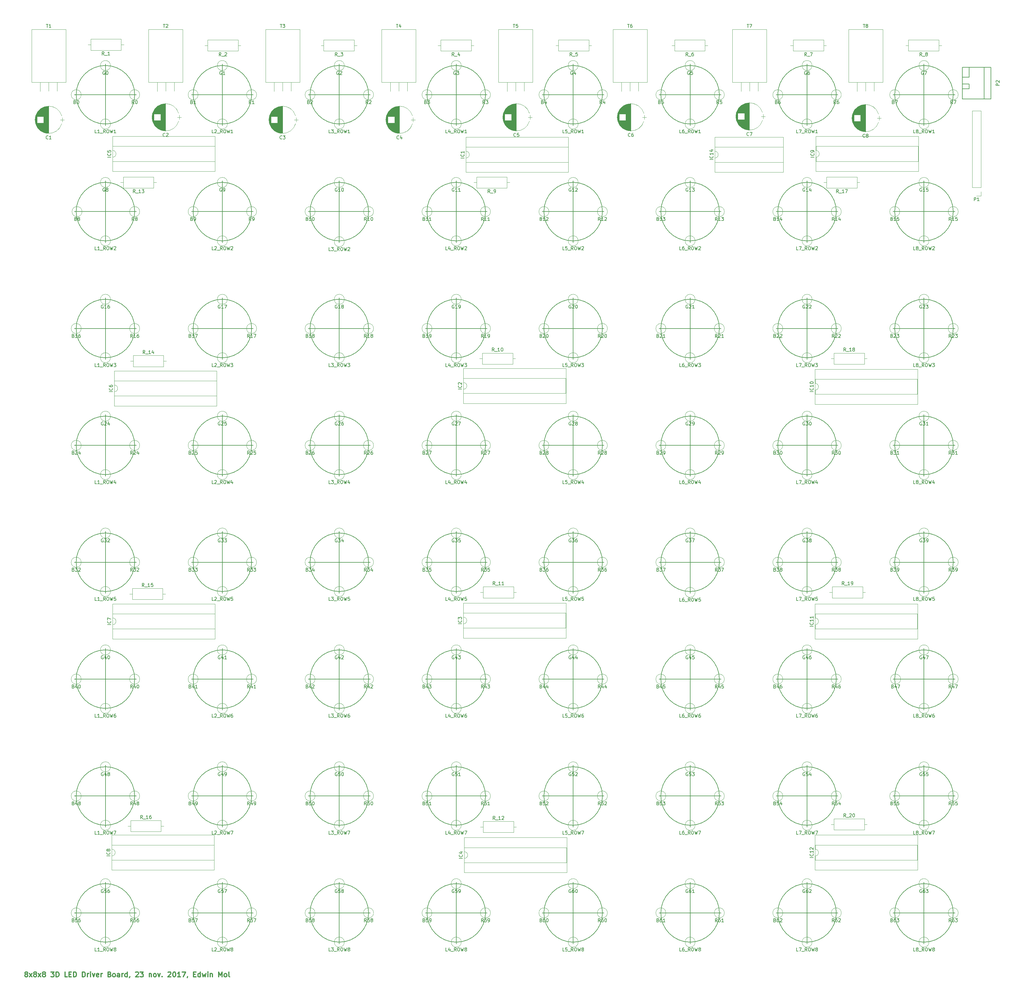
<source format=gbr>
G04 #@! TF.FileFunction,Legend,Top*
%FSLAX46Y46*%
G04 Gerber Fmt 4.6, Leading zero omitted, Abs format (unit mm)*
G04 Created by KiCad (PCBNEW 4.0.7) date 2017 November 23, Thursday 22:23:31*
%MOMM*%
%LPD*%
G01*
G04 APERTURE LIST*
%ADD10C,0.100000*%
%ADD11C,0.300000*%
%ADD12C,0.200000*%
%ADD13C,0.120000*%
%ADD14C,0.150000*%
G04 APERTURE END LIST*
D10*
D11*
X27428574Y-318071429D02*
X27285716Y-318000000D01*
X27214288Y-317928571D01*
X27142859Y-317785714D01*
X27142859Y-317714286D01*
X27214288Y-317571429D01*
X27285716Y-317500000D01*
X27428574Y-317428571D01*
X27714288Y-317428571D01*
X27857145Y-317500000D01*
X27928574Y-317571429D01*
X28000002Y-317714286D01*
X28000002Y-317785714D01*
X27928574Y-317928571D01*
X27857145Y-318000000D01*
X27714288Y-318071429D01*
X27428574Y-318071429D01*
X27285716Y-318142857D01*
X27214288Y-318214286D01*
X27142859Y-318357143D01*
X27142859Y-318642857D01*
X27214288Y-318785714D01*
X27285716Y-318857143D01*
X27428574Y-318928571D01*
X27714288Y-318928571D01*
X27857145Y-318857143D01*
X27928574Y-318785714D01*
X28000002Y-318642857D01*
X28000002Y-318357143D01*
X27928574Y-318214286D01*
X27857145Y-318142857D01*
X27714288Y-318071429D01*
X28500002Y-318928571D02*
X29285716Y-317928571D01*
X28500002Y-317928571D02*
X29285716Y-318928571D01*
X30071431Y-318071429D02*
X29928573Y-318000000D01*
X29857145Y-317928571D01*
X29785716Y-317785714D01*
X29785716Y-317714286D01*
X29857145Y-317571429D01*
X29928573Y-317500000D01*
X30071431Y-317428571D01*
X30357145Y-317428571D01*
X30500002Y-317500000D01*
X30571431Y-317571429D01*
X30642859Y-317714286D01*
X30642859Y-317785714D01*
X30571431Y-317928571D01*
X30500002Y-318000000D01*
X30357145Y-318071429D01*
X30071431Y-318071429D01*
X29928573Y-318142857D01*
X29857145Y-318214286D01*
X29785716Y-318357143D01*
X29785716Y-318642857D01*
X29857145Y-318785714D01*
X29928573Y-318857143D01*
X30071431Y-318928571D01*
X30357145Y-318928571D01*
X30500002Y-318857143D01*
X30571431Y-318785714D01*
X30642859Y-318642857D01*
X30642859Y-318357143D01*
X30571431Y-318214286D01*
X30500002Y-318142857D01*
X30357145Y-318071429D01*
X31142859Y-318928571D02*
X31928573Y-317928571D01*
X31142859Y-317928571D02*
X31928573Y-318928571D01*
X32714288Y-318071429D02*
X32571430Y-318000000D01*
X32500002Y-317928571D01*
X32428573Y-317785714D01*
X32428573Y-317714286D01*
X32500002Y-317571429D01*
X32571430Y-317500000D01*
X32714288Y-317428571D01*
X33000002Y-317428571D01*
X33142859Y-317500000D01*
X33214288Y-317571429D01*
X33285716Y-317714286D01*
X33285716Y-317785714D01*
X33214288Y-317928571D01*
X33142859Y-318000000D01*
X33000002Y-318071429D01*
X32714288Y-318071429D01*
X32571430Y-318142857D01*
X32500002Y-318214286D01*
X32428573Y-318357143D01*
X32428573Y-318642857D01*
X32500002Y-318785714D01*
X32571430Y-318857143D01*
X32714288Y-318928571D01*
X33000002Y-318928571D01*
X33142859Y-318857143D01*
X33214288Y-318785714D01*
X33285716Y-318642857D01*
X33285716Y-318357143D01*
X33214288Y-318214286D01*
X33142859Y-318142857D01*
X33000002Y-318071429D01*
X34928573Y-317428571D02*
X35857144Y-317428571D01*
X35357144Y-318000000D01*
X35571430Y-318000000D01*
X35714287Y-318071429D01*
X35785716Y-318142857D01*
X35857144Y-318285714D01*
X35857144Y-318642857D01*
X35785716Y-318785714D01*
X35714287Y-318857143D01*
X35571430Y-318928571D01*
X35142858Y-318928571D01*
X35000001Y-318857143D01*
X34928573Y-318785714D01*
X36500001Y-318928571D02*
X36500001Y-317428571D01*
X36857144Y-317428571D01*
X37071429Y-317500000D01*
X37214287Y-317642857D01*
X37285715Y-317785714D01*
X37357144Y-318071429D01*
X37357144Y-318285714D01*
X37285715Y-318571429D01*
X37214287Y-318714286D01*
X37071429Y-318857143D01*
X36857144Y-318928571D01*
X36500001Y-318928571D01*
X39857144Y-318928571D02*
X39142858Y-318928571D01*
X39142858Y-317428571D01*
X40357144Y-318142857D02*
X40857144Y-318142857D01*
X41071430Y-318928571D02*
X40357144Y-318928571D01*
X40357144Y-317428571D01*
X41071430Y-317428571D01*
X41714287Y-318928571D02*
X41714287Y-317428571D01*
X42071430Y-317428571D01*
X42285715Y-317500000D01*
X42428573Y-317642857D01*
X42500001Y-317785714D01*
X42571430Y-318071429D01*
X42571430Y-318285714D01*
X42500001Y-318571429D01*
X42428573Y-318714286D01*
X42285715Y-318857143D01*
X42071430Y-318928571D01*
X41714287Y-318928571D01*
X44357144Y-318928571D02*
X44357144Y-317428571D01*
X44714287Y-317428571D01*
X44928572Y-317500000D01*
X45071430Y-317642857D01*
X45142858Y-317785714D01*
X45214287Y-318071429D01*
X45214287Y-318285714D01*
X45142858Y-318571429D01*
X45071430Y-318714286D01*
X44928572Y-318857143D01*
X44714287Y-318928571D01*
X44357144Y-318928571D01*
X45857144Y-318928571D02*
X45857144Y-317928571D01*
X45857144Y-318214286D02*
X45928572Y-318071429D01*
X46000001Y-318000000D01*
X46142858Y-317928571D01*
X46285715Y-317928571D01*
X46785715Y-318928571D02*
X46785715Y-317928571D01*
X46785715Y-317428571D02*
X46714286Y-317500000D01*
X46785715Y-317571429D01*
X46857143Y-317500000D01*
X46785715Y-317428571D01*
X46785715Y-317571429D01*
X47357144Y-317928571D02*
X47714287Y-318928571D01*
X48071429Y-317928571D01*
X49214286Y-318857143D02*
X49071429Y-318928571D01*
X48785715Y-318928571D01*
X48642858Y-318857143D01*
X48571429Y-318714286D01*
X48571429Y-318142857D01*
X48642858Y-318000000D01*
X48785715Y-317928571D01*
X49071429Y-317928571D01*
X49214286Y-318000000D01*
X49285715Y-318142857D01*
X49285715Y-318285714D01*
X48571429Y-318428571D01*
X49928572Y-318928571D02*
X49928572Y-317928571D01*
X49928572Y-318214286D02*
X50000000Y-318071429D01*
X50071429Y-318000000D01*
X50214286Y-317928571D01*
X50357143Y-317928571D01*
X52500000Y-318142857D02*
X52714286Y-318214286D01*
X52785714Y-318285714D01*
X52857143Y-318428571D01*
X52857143Y-318642857D01*
X52785714Y-318785714D01*
X52714286Y-318857143D01*
X52571428Y-318928571D01*
X52000000Y-318928571D01*
X52000000Y-317428571D01*
X52500000Y-317428571D01*
X52642857Y-317500000D01*
X52714286Y-317571429D01*
X52785714Y-317714286D01*
X52785714Y-317857143D01*
X52714286Y-318000000D01*
X52642857Y-318071429D01*
X52500000Y-318142857D01*
X52000000Y-318142857D01*
X53714286Y-318928571D02*
X53571428Y-318857143D01*
X53500000Y-318785714D01*
X53428571Y-318642857D01*
X53428571Y-318214286D01*
X53500000Y-318071429D01*
X53571428Y-318000000D01*
X53714286Y-317928571D01*
X53928571Y-317928571D01*
X54071428Y-318000000D01*
X54142857Y-318071429D01*
X54214286Y-318214286D01*
X54214286Y-318642857D01*
X54142857Y-318785714D01*
X54071428Y-318857143D01*
X53928571Y-318928571D01*
X53714286Y-318928571D01*
X55500000Y-318928571D02*
X55500000Y-318142857D01*
X55428571Y-318000000D01*
X55285714Y-317928571D01*
X55000000Y-317928571D01*
X54857143Y-318000000D01*
X55500000Y-318857143D02*
X55357143Y-318928571D01*
X55000000Y-318928571D01*
X54857143Y-318857143D01*
X54785714Y-318714286D01*
X54785714Y-318571429D01*
X54857143Y-318428571D01*
X55000000Y-318357143D01*
X55357143Y-318357143D01*
X55500000Y-318285714D01*
X56214286Y-318928571D02*
X56214286Y-317928571D01*
X56214286Y-318214286D02*
X56285714Y-318071429D01*
X56357143Y-318000000D01*
X56500000Y-317928571D01*
X56642857Y-317928571D01*
X57785714Y-318928571D02*
X57785714Y-317428571D01*
X57785714Y-318857143D02*
X57642857Y-318928571D01*
X57357143Y-318928571D01*
X57214285Y-318857143D01*
X57142857Y-318785714D01*
X57071428Y-318642857D01*
X57071428Y-318214286D01*
X57142857Y-318071429D01*
X57214285Y-318000000D01*
X57357143Y-317928571D01*
X57642857Y-317928571D01*
X57785714Y-318000000D01*
X58571428Y-318857143D02*
X58571428Y-318928571D01*
X58500000Y-319071429D01*
X58428571Y-319142857D01*
X60285714Y-317571429D02*
X60357143Y-317500000D01*
X60500000Y-317428571D01*
X60857143Y-317428571D01*
X61000000Y-317500000D01*
X61071429Y-317571429D01*
X61142857Y-317714286D01*
X61142857Y-317857143D01*
X61071429Y-318071429D01*
X60214286Y-318928571D01*
X61142857Y-318928571D01*
X61642857Y-317428571D02*
X62571428Y-317428571D01*
X62071428Y-318000000D01*
X62285714Y-318000000D01*
X62428571Y-318071429D01*
X62500000Y-318142857D01*
X62571428Y-318285714D01*
X62571428Y-318642857D01*
X62500000Y-318785714D01*
X62428571Y-318857143D01*
X62285714Y-318928571D01*
X61857142Y-318928571D01*
X61714285Y-318857143D01*
X61642857Y-318785714D01*
X64357142Y-317928571D02*
X64357142Y-318928571D01*
X64357142Y-318071429D02*
X64428570Y-318000000D01*
X64571428Y-317928571D01*
X64785713Y-317928571D01*
X64928570Y-318000000D01*
X64999999Y-318142857D01*
X64999999Y-318928571D01*
X65928571Y-318928571D02*
X65785713Y-318857143D01*
X65714285Y-318785714D01*
X65642856Y-318642857D01*
X65642856Y-318214286D01*
X65714285Y-318071429D01*
X65785713Y-318000000D01*
X65928571Y-317928571D01*
X66142856Y-317928571D01*
X66285713Y-318000000D01*
X66357142Y-318071429D01*
X66428571Y-318214286D01*
X66428571Y-318642857D01*
X66357142Y-318785714D01*
X66285713Y-318857143D01*
X66142856Y-318928571D01*
X65928571Y-318928571D01*
X66928571Y-317928571D02*
X67285714Y-318928571D01*
X67642856Y-317928571D01*
X68214285Y-318785714D02*
X68285713Y-318857143D01*
X68214285Y-318928571D01*
X68142856Y-318857143D01*
X68214285Y-318785714D01*
X68214285Y-318928571D01*
X69999999Y-317571429D02*
X70071428Y-317500000D01*
X70214285Y-317428571D01*
X70571428Y-317428571D01*
X70714285Y-317500000D01*
X70785714Y-317571429D01*
X70857142Y-317714286D01*
X70857142Y-317857143D01*
X70785714Y-318071429D01*
X69928571Y-318928571D01*
X70857142Y-318928571D01*
X71785713Y-317428571D02*
X71928570Y-317428571D01*
X72071427Y-317500000D01*
X72142856Y-317571429D01*
X72214285Y-317714286D01*
X72285713Y-318000000D01*
X72285713Y-318357143D01*
X72214285Y-318642857D01*
X72142856Y-318785714D01*
X72071427Y-318857143D01*
X71928570Y-318928571D01*
X71785713Y-318928571D01*
X71642856Y-318857143D01*
X71571427Y-318785714D01*
X71499999Y-318642857D01*
X71428570Y-318357143D01*
X71428570Y-318000000D01*
X71499999Y-317714286D01*
X71571427Y-317571429D01*
X71642856Y-317500000D01*
X71785713Y-317428571D01*
X73714284Y-318928571D02*
X72857141Y-318928571D01*
X73285713Y-318928571D02*
X73285713Y-317428571D01*
X73142856Y-317642857D01*
X72999998Y-317785714D01*
X72857141Y-317857143D01*
X74214284Y-317428571D02*
X75214284Y-317428571D01*
X74571427Y-318928571D01*
X75857140Y-318857143D02*
X75857140Y-318928571D01*
X75785712Y-319071429D01*
X75714283Y-319142857D01*
X77642855Y-318142857D02*
X78142855Y-318142857D01*
X78357141Y-318928571D02*
X77642855Y-318928571D01*
X77642855Y-317428571D01*
X78357141Y-317428571D01*
X79642855Y-318928571D02*
X79642855Y-317428571D01*
X79642855Y-318857143D02*
X79499998Y-318928571D01*
X79214284Y-318928571D01*
X79071426Y-318857143D01*
X78999998Y-318785714D01*
X78928569Y-318642857D01*
X78928569Y-318214286D01*
X78999998Y-318071429D01*
X79071426Y-318000000D01*
X79214284Y-317928571D01*
X79499998Y-317928571D01*
X79642855Y-318000000D01*
X80214284Y-317928571D02*
X80499998Y-318928571D01*
X80785712Y-318214286D01*
X81071427Y-318928571D01*
X81357141Y-317928571D01*
X81928570Y-318928571D02*
X81928570Y-317928571D01*
X81928570Y-317428571D02*
X81857141Y-317500000D01*
X81928570Y-317571429D01*
X81999998Y-317500000D01*
X81928570Y-317428571D01*
X81928570Y-317571429D01*
X82642856Y-317928571D02*
X82642856Y-318928571D01*
X82642856Y-318071429D02*
X82714284Y-318000000D01*
X82857142Y-317928571D01*
X83071427Y-317928571D01*
X83214284Y-318000000D01*
X83285713Y-318142857D01*
X83285713Y-318928571D01*
X85142856Y-318928571D02*
X85142856Y-317428571D01*
X85642856Y-318500000D01*
X86142856Y-317428571D01*
X86142856Y-318928571D01*
X87071428Y-318928571D02*
X86928570Y-318857143D01*
X86857142Y-318785714D01*
X86785713Y-318642857D01*
X86785713Y-318214286D01*
X86857142Y-318071429D01*
X86928570Y-318000000D01*
X87071428Y-317928571D01*
X87285713Y-317928571D01*
X87428570Y-318000000D01*
X87499999Y-318071429D01*
X87571428Y-318214286D01*
X87571428Y-318642857D01*
X87499999Y-318785714D01*
X87428570Y-318857143D01*
X87285713Y-318928571D01*
X87071428Y-318928571D01*
X88428571Y-318928571D02*
X88285713Y-318857143D01*
X88214285Y-318714286D01*
X88214285Y-317428571D01*
D12*
X287000000Y-299750000D02*
X305500000Y-299750000D01*
X252000000Y-299750000D02*
X270500000Y-299750000D01*
X217000000Y-299750000D02*
X235500000Y-299750000D01*
X182000000Y-299750000D02*
X200500000Y-299750000D01*
X147000000Y-299750000D02*
X165500000Y-299750000D01*
X112000000Y-299750000D02*
X130500000Y-299750000D01*
X77000000Y-299750000D02*
X95500000Y-299750000D01*
X42000000Y-299750000D02*
X60500000Y-299750000D01*
X287000000Y-264750000D02*
X305500000Y-264750000D01*
X252000000Y-264750000D02*
X270500000Y-264750000D01*
X217000000Y-264750000D02*
X235500000Y-264750000D01*
X182000000Y-264750000D02*
X200500000Y-264750000D01*
X147000000Y-264750000D02*
X165500000Y-264750000D01*
X112000000Y-264750000D02*
X130500000Y-264750000D01*
X77000000Y-264750000D02*
X95500000Y-264750000D01*
X42000000Y-264750000D02*
X60500000Y-264750000D01*
X287000000Y-229750000D02*
X305500000Y-229750000D01*
X252000000Y-229750000D02*
X270500000Y-229750000D01*
X217000000Y-229750000D02*
X235500000Y-229750000D01*
X182000000Y-229750000D02*
X200500000Y-229750000D01*
X147000000Y-229750000D02*
X165500000Y-229750000D01*
X112000000Y-229750000D02*
X130500000Y-229750000D01*
X77000000Y-229750000D02*
X95500000Y-229750000D01*
X42000000Y-229750000D02*
X60500000Y-229750000D01*
X287000000Y-194750000D02*
X305500000Y-194750000D01*
X252000000Y-194750000D02*
X270500000Y-194750000D01*
X217000000Y-194750000D02*
X235500000Y-194750000D01*
X182000000Y-194750000D02*
X200500000Y-194750000D01*
X147000000Y-194750000D02*
X165500000Y-194750000D01*
X112000000Y-194750000D02*
X130500000Y-194750000D01*
X77000000Y-194750000D02*
X95500000Y-194750000D01*
X42000000Y-194750000D02*
X60500000Y-194750000D01*
X287000000Y-159750000D02*
X305500000Y-159750000D01*
X252000000Y-159750000D02*
X270500000Y-159750000D01*
X217000000Y-159750000D02*
X235500000Y-159750000D01*
X182000000Y-159750000D02*
X200500000Y-159750000D01*
X147000000Y-159750000D02*
X165500000Y-159750000D01*
X112000000Y-159750000D02*
X130500000Y-159750000D01*
X77000000Y-159750000D02*
X95500000Y-159750000D01*
X42000000Y-159750000D02*
X60500000Y-159750000D01*
X287000000Y-124750000D02*
X305500000Y-124750000D01*
X252000000Y-124750000D02*
X270500000Y-124750000D01*
X217000000Y-124750000D02*
X235500000Y-124750000D01*
X182000000Y-124750000D02*
X200500000Y-124750000D01*
X147000000Y-124750000D02*
X165500000Y-124750000D01*
X112000000Y-124750000D02*
X130500000Y-124750000D01*
X77000000Y-124750000D02*
X95500000Y-124750000D01*
X42000000Y-124750000D02*
X60500000Y-124750000D01*
X287000000Y-89750000D02*
X305500000Y-89750000D01*
X252000000Y-89750000D02*
X270500000Y-89750000D01*
X217000000Y-89750000D02*
X235500000Y-89750000D01*
X182000000Y-89750000D02*
X200500000Y-89750000D01*
X147000000Y-89750000D02*
X165500000Y-89750000D01*
X112000000Y-89750000D02*
X130500000Y-89750000D01*
X77000000Y-89750000D02*
X95500000Y-89750000D01*
X42000000Y-89750000D02*
X60500000Y-89750000D01*
X287000000Y-54750000D02*
X305500000Y-54750000D01*
X252000000Y-54750000D02*
X270500000Y-54750000D01*
X217000000Y-54750000D02*
X235500000Y-54750000D01*
X182000000Y-54750000D02*
X200500000Y-54750000D01*
X147000000Y-54750000D02*
X165500000Y-54750000D01*
X112000000Y-54750000D02*
X130500000Y-54750000D01*
X77000000Y-54750000D02*
X95500000Y-54750000D01*
X296250000Y-309000000D02*
X296250000Y-290500000D01*
X261250000Y-309000000D02*
X261250000Y-290500000D01*
X226250000Y-309000000D02*
X226250000Y-290500000D01*
X191250000Y-309000000D02*
X191250000Y-290500000D01*
X156250000Y-309000000D02*
X156250000Y-290500000D01*
X121250000Y-309000000D02*
X121250000Y-290500000D01*
X86250000Y-309000000D02*
X86250000Y-290500000D01*
X51250000Y-309000000D02*
X51250000Y-290500000D01*
X296250000Y-274000000D02*
X296250000Y-255500000D01*
X261250000Y-274000000D02*
X261250000Y-255500000D01*
X226250000Y-274000000D02*
X226250000Y-255500000D01*
X191250000Y-274000000D02*
X191250000Y-255500000D01*
X156250000Y-274000000D02*
X156250000Y-255500000D01*
X121250000Y-274000000D02*
X121250000Y-255500000D01*
X86250000Y-274000000D02*
X86250000Y-255500000D01*
X51250000Y-274000000D02*
X51250000Y-255500000D01*
X296250000Y-239000000D02*
X296250000Y-220500000D01*
X261250000Y-239000000D02*
X261250000Y-220500000D01*
X226250000Y-239000000D02*
X226250000Y-220500000D01*
X191250000Y-239000000D02*
X191250000Y-220500000D01*
X156250000Y-239000000D02*
X156250000Y-220500000D01*
X121250000Y-239000000D02*
X121250000Y-220500000D01*
X86250000Y-239000000D02*
X86250000Y-220500000D01*
X51250000Y-239000000D02*
X51250000Y-220500000D01*
X296250000Y-204000000D02*
X296250000Y-185500000D01*
X261250000Y-204000000D02*
X261250000Y-185500000D01*
X226250000Y-204000000D02*
X226250000Y-185500000D01*
X191250000Y-204000000D02*
X191250000Y-185500000D01*
X156250000Y-204000000D02*
X156250000Y-185500000D01*
X121250000Y-204000000D02*
X121250000Y-185500000D01*
X86250000Y-204000000D02*
X86250000Y-185500000D01*
X51250000Y-204000000D02*
X51250000Y-185500000D01*
X296250000Y-169000000D02*
X296250000Y-150500000D01*
X261250000Y-169000000D02*
X261250000Y-150500000D01*
X226250000Y-169000000D02*
X226250000Y-150500000D01*
X191250000Y-169000000D02*
X191250000Y-150500000D01*
X156250000Y-169000000D02*
X156250000Y-150500000D01*
X121250000Y-169000000D02*
X121250000Y-150500000D01*
X86250000Y-169000000D02*
X86250000Y-150500000D01*
X51250000Y-169000000D02*
X51250000Y-150500000D01*
X296250000Y-134000000D02*
X296250000Y-115500000D01*
X261250000Y-134000000D02*
X261250000Y-115500000D01*
X226250000Y-134000000D02*
X226250000Y-115500000D01*
X191250000Y-134000000D02*
X191250000Y-115500000D01*
X156250000Y-134000000D02*
X156250000Y-115500000D01*
X121250000Y-134000000D02*
X121250000Y-115500000D01*
X86250000Y-134000000D02*
X86250000Y-115500000D01*
X51250000Y-134000000D02*
X51250000Y-115500000D01*
X296250000Y-99000000D02*
X296250000Y-80500000D01*
X261250000Y-99000000D02*
X261250000Y-80500000D01*
X226250000Y-99000000D02*
X226250000Y-80500000D01*
X191250000Y-99000000D02*
X191250000Y-80500000D01*
X156250000Y-99000000D02*
X156250000Y-80500000D01*
X121250000Y-99000000D02*
X121250000Y-80500000D01*
X86250000Y-99000000D02*
X86250000Y-80500000D01*
X51250000Y-99000000D02*
X51250000Y-80500000D01*
X296250000Y-64000000D02*
X296250000Y-45500000D01*
X261250000Y-64000000D02*
X261250000Y-45500000D01*
X226250000Y-64000000D02*
X226250000Y-45500000D01*
X191250000Y-64000000D02*
X191250000Y-45500000D01*
X156250000Y-64000000D02*
X156250000Y-45500000D01*
X121250000Y-64000000D02*
X121250000Y-45500000D01*
X86250000Y-64000000D02*
X86250000Y-45500000D01*
X305014274Y-299750000D02*
G75*
G03X305014274Y-299750000I-8764274J0D01*
G01*
X270014274Y-299750000D02*
G75*
G03X270014274Y-299750000I-8764274J0D01*
G01*
X235014274Y-299750000D02*
G75*
G03X235014274Y-299750000I-8764274J0D01*
G01*
X200014274Y-299750000D02*
G75*
G03X200014274Y-299750000I-8764274J0D01*
G01*
X165014274Y-299750000D02*
G75*
G03X165014274Y-299750000I-8764274J0D01*
G01*
X130014274Y-299750000D02*
G75*
G03X130014274Y-299750000I-8764274J0D01*
G01*
X95014274Y-299750000D02*
G75*
G03X95014274Y-299750000I-8764274J0D01*
G01*
X60014274Y-299750000D02*
G75*
G03X60014274Y-299750000I-8764274J0D01*
G01*
X305014274Y-264750000D02*
G75*
G03X305014274Y-264750000I-8764274J0D01*
G01*
X270014274Y-264750000D02*
G75*
G03X270014274Y-264750000I-8764274J0D01*
G01*
X235014274Y-264750000D02*
G75*
G03X235014274Y-264750000I-8764274J0D01*
G01*
X200014274Y-264750000D02*
G75*
G03X200014274Y-264750000I-8764274J0D01*
G01*
X165014274Y-264750000D02*
G75*
G03X165014274Y-264750000I-8764274J0D01*
G01*
X130014274Y-264750000D02*
G75*
G03X130014274Y-264750000I-8764274J0D01*
G01*
X95014274Y-264750000D02*
G75*
G03X95014274Y-264750000I-8764274J0D01*
G01*
X60014274Y-264750000D02*
G75*
G03X60014274Y-264750000I-8764274J0D01*
G01*
X305014274Y-229750000D02*
G75*
G03X305014274Y-229750000I-8764274J0D01*
G01*
X270014274Y-229750000D02*
G75*
G03X270014274Y-229750000I-8764274J0D01*
G01*
X235014274Y-229750000D02*
G75*
G03X235014274Y-229750000I-8764274J0D01*
G01*
X200014274Y-229750000D02*
G75*
G03X200014274Y-229750000I-8764274J0D01*
G01*
X165014274Y-229750000D02*
G75*
G03X165014274Y-229750000I-8764274J0D01*
G01*
X130014274Y-229750000D02*
G75*
G03X130014274Y-229750000I-8764274J0D01*
G01*
X95014274Y-229750000D02*
G75*
G03X95014274Y-229750000I-8764274J0D01*
G01*
X60014274Y-229750000D02*
G75*
G03X60014274Y-229750000I-8764274J0D01*
G01*
X305014274Y-194750000D02*
G75*
G03X305014274Y-194750000I-8764274J0D01*
G01*
X270014274Y-194750000D02*
G75*
G03X270014274Y-194750000I-8764274J0D01*
G01*
X235014274Y-194750000D02*
G75*
G03X235014274Y-194750000I-8764274J0D01*
G01*
X200014274Y-194750000D02*
G75*
G03X200014274Y-194750000I-8764274J0D01*
G01*
X165014274Y-194750000D02*
G75*
G03X165014274Y-194750000I-8764274J0D01*
G01*
X130014274Y-194750000D02*
G75*
G03X130014274Y-194750000I-8764274J0D01*
G01*
X95014274Y-194750000D02*
G75*
G03X95014274Y-194750000I-8764274J0D01*
G01*
X60014274Y-194750000D02*
G75*
G03X60014274Y-194750000I-8764274J0D01*
G01*
X305014274Y-159750000D02*
G75*
G03X305014274Y-159750000I-8764274J0D01*
G01*
X270014274Y-159750000D02*
G75*
G03X270014274Y-159750000I-8764274J0D01*
G01*
X235014274Y-159750000D02*
G75*
G03X235014274Y-159750000I-8764274J0D01*
G01*
X200014274Y-159750000D02*
G75*
G03X200014274Y-159750000I-8764274J0D01*
G01*
X165014274Y-159750000D02*
G75*
G03X165014274Y-159750000I-8764274J0D01*
G01*
X130014274Y-159750000D02*
G75*
G03X130014274Y-159750000I-8764274J0D01*
G01*
X95014274Y-159750000D02*
G75*
G03X95014274Y-159750000I-8764274J0D01*
G01*
X60014274Y-159750000D02*
G75*
G03X60014274Y-159750000I-8764274J0D01*
G01*
X305014274Y-124750000D02*
G75*
G03X305014274Y-124750000I-8764274J0D01*
G01*
X270014274Y-124750000D02*
G75*
G03X270014274Y-124750000I-8764274J0D01*
G01*
X235014274Y-124750000D02*
G75*
G03X235014274Y-124750000I-8764274J0D01*
G01*
X200014274Y-124750000D02*
G75*
G03X200014274Y-124750000I-8764274J0D01*
G01*
X165014274Y-124750000D02*
G75*
G03X165014274Y-124750000I-8764274J0D01*
G01*
X130014274Y-124750000D02*
G75*
G03X130014274Y-124750000I-8764274J0D01*
G01*
X95014274Y-124750000D02*
G75*
G03X95014274Y-124750000I-8764274J0D01*
G01*
X60014274Y-124750000D02*
G75*
G03X60014274Y-124750000I-8764274J0D01*
G01*
X305014274Y-89750000D02*
G75*
G03X305014274Y-89750000I-8764274J0D01*
G01*
X270014274Y-89750000D02*
G75*
G03X270014274Y-89750000I-8764274J0D01*
G01*
X235014274Y-89750000D02*
G75*
G03X235014274Y-89750000I-8764274J0D01*
G01*
X200014274Y-89750000D02*
G75*
G03X200014274Y-89750000I-8764274J0D01*
G01*
X165014274Y-89750000D02*
G75*
G03X165014274Y-89750000I-8764274J0D01*
G01*
X130014274Y-89750000D02*
G75*
G03X130014274Y-89750000I-8764274J0D01*
G01*
X95014274Y-89750000D02*
G75*
G03X95014274Y-89750000I-8764274J0D01*
G01*
X60014274Y-89750000D02*
G75*
G03X60014274Y-89750000I-8764274J0D01*
G01*
X305014274Y-54750000D02*
G75*
G03X305014274Y-54750000I-8764274J0D01*
G01*
X270014274Y-54750000D02*
G75*
G03X270014274Y-54750000I-8764274J0D01*
G01*
X235014274Y-54750000D02*
G75*
G03X235014274Y-54750000I-8764274J0D01*
G01*
X200014274Y-54750000D02*
G75*
G03X200014274Y-54750000I-8764274J0D01*
G01*
X165014274Y-54750000D02*
G75*
G03X165014274Y-54750000I-8764274J0D01*
G01*
X130014274Y-54750000D02*
G75*
G03X130014274Y-54750000I-8764274J0D01*
G01*
X95014274Y-54750000D02*
G75*
G03X95014274Y-54750000I-8764274J0D01*
G01*
X42000000Y-54750000D02*
X60500000Y-54750000D01*
X51250000Y-64000000D02*
X51250000Y-45500000D01*
X60014274Y-54750000D02*
G75*
G03X60014274Y-54750000I-8764274J0D01*
G01*
D13*
X44000833Y-54750000D02*
G75*
G03X44000833Y-54750000I-1500833J0D01*
G01*
X79000833Y-54750000D02*
G75*
G03X79000833Y-54750000I-1500833J0D01*
G01*
X114000833Y-54750000D02*
G75*
G03X114000833Y-54750000I-1500833J0D01*
G01*
X149000833Y-54750000D02*
G75*
G03X149000833Y-54750000I-1500833J0D01*
G01*
X184000833Y-54750000D02*
G75*
G03X184000833Y-54750000I-1500833J0D01*
G01*
X219000833Y-54750000D02*
G75*
G03X219000833Y-54750000I-1500833J0D01*
G01*
X254000833Y-54750000D02*
G75*
G03X254000833Y-54750000I-1500833J0D01*
G01*
X289000833Y-54750000D02*
G75*
G03X289000833Y-54750000I-1500833J0D01*
G01*
X44250833Y-89750000D02*
G75*
G03X44250833Y-89750000I-1500833J0D01*
G01*
X79000833Y-89750000D02*
G75*
G03X79000833Y-89750000I-1500833J0D01*
G01*
X114000833Y-89750000D02*
G75*
G03X114000833Y-89750000I-1500833J0D01*
G01*
X149000833Y-89750000D02*
G75*
G03X149000833Y-89750000I-1500833J0D01*
G01*
X184000833Y-89750000D02*
G75*
G03X184000833Y-89750000I-1500833J0D01*
G01*
X219000833Y-89750000D02*
G75*
G03X219000833Y-89750000I-1500833J0D01*
G01*
X254000833Y-89750000D02*
G75*
G03X254000833Y-89750000I-1500833J0D01*
G01*
X289000833Y-89750000D02*
G75*
G03X289000833Y-89750000I-1500833J0D01*
G01*
X44000833Y-124750000D02*
G75*
G03X44000833Y-124750000I-1500833J0D01*
G01*
X79000833Y-124750000D02*
G75*
G03X79000833Y-124750000I-1500833J0D01*
G01*
X114000833Y-124750000D02*
G75*
G03X114000833Y-124750000I-1500833J0D01*
G01*
X149000833Y-124750000D02*
G75*
G03X149000833Y-124750000I-1500833J0D01*
G01*
X184000833Y-124750000D02*
G75*
G03X184000833Y-124750000I-1500833J0D01*
G01*
X219000833Y-124750000D02*
G75*
G03X219000833Y-124750000I-1500833J0D01*
G01*
X254000833Y-124750000D02*
G75*
G03X254000833Y-124750000I-1500833J0D01*
G01*
X289000833Y-124750000D02*
G75*
G03X289000833Y-124750000I-1500833J0D01*
G01*
X44000833Y-159750000D02*
G75*
G03X44000833Y-159750000I-1500833J0D01*
G01*
X79000833Y-159750000D02*
G75*
G03X79000833Y-159750000I-1500833J0D01*
G01*
X114000833Y-159750000D02*
G75*
G03X114000833Y-159750000I-1500833J0D01*
G01*
X149000833Y-159750000D02*
G75*
G03X149000833Y-159750000I-1500833J0D01*
G01*
X184000833Y-159750000D02*
G75*
G03X184000833Y-159750000I-1500833J0D01*
G01*
X219000833Y-159750000D02*
G75*
G03X219000833Y-159750000I-1500833J0D01*
G01*
X254000833Y-159750000D02*
G75*
G03X254000833Y-159750000I-1500833J0D01*
G01*
X289000833Y-159750000D02*
G75*
G03X289000833Y-159750000I-1500833J0D01*
G01*
X44000833Y-194750000D02*
G75*
G03X44000833Y-194750000I-1500833J0D01*
G01*
X79000833Y-194750000D02*
G75*
G03X79000833Y-194750000I-1500833J0D01*
G01*
X114000833Y-194750000D02*
G75*
G03X114000833Y-194750000I-1500833J0D01*
G01*
X149000833Y-194750000D02*
G75*
G03X149000833Y-194750000I-1500833J0D01*
G01*
X184000833Y-194750000D02*
G75*
G03X184000833Y-194750000I-1500833J0D01*
G01*
X219000833Y-194750000D02*
G75*
G03X219000833Y-194750000I-1500833J0D01*
G01*
X254000833Y-194750000D02*
G75*
G03X254000833Y-194750000I-1500833J0D01*
G01*
X289000833Y-194750000D02*
G75*
G03X289000833Y-194750000I-1500833J0D01*
G01*
X44000833Y-229750000D02*
G75*
G03X44000833Y-229750000I-1500833J0D01*
G01*
X79000833Y-229750000D02*
G75*
G03X79000833Y-229750000I-1500833J0D01*
G01*
X114000833Y-229750000D02*
G75*
G03X114000833Y-229750000I-1500833J0D01*
G01*
X149000833Y-229750000D02*
G75*
G03X149000833Y-229750000I-1500833J0D01*
G01*
X184000833Y-229750000D02*
G75*
G03X184000833Y-229750000I-1500833J0D01*
G01*
X219000833Y-229750000D02*
G75*
G03X219000833Y-229750000I-1500833J0D01*
G01*
X254000833Y-229750000D02*
G75*
G03X254000833Y-229750000I-1500833J0D01*
G01*
X289250833Y-229750000D02*
G75*
G03X289250833Y-229750000I-1500833J0D01*
G01*
X44000833Y-264750000D02*
G75*
G03X44000833Y-264750000I-1500833J0D01*
G01*
X79000833Y-264750000D02*
G75*
G03X79000833Y-264750000I-1500833J0D01*
G01*
X114000833Y-264750000D02*
G75*
G03X114000833Y-264750000I-1500833J0D01*
G01*
X149000833Y-264750000D02*
G75*
G03X149000833Y-264750000I-1500833J0D01*
G01*
X184000833Y-264750000D02*
G75*
G03X184000833Y-264750000I-1500833J0D01*
G01*
X219000833Y-264750000D02*
G75*
G03X219000833Y-264750000I-1500833J0D01*
G01*
X254000833Y-264750000D02*
G75*
G03X254000833Y-264750000I-1500833J0D01*
G01*
X289000833Y-264750000D02*
G75*
G03X289000833Y-264750000I-1500833J0D01*
G01*
X44000833Y-299750000D02*
G75*
G03X44000833Y-299750000I-1500833J0D01*
G01*
X79000833Y-299750000D02*
G75*
G03X79000833Y-299750000I-1500833J0D01*
G01*
X114000833Y-299750000D02*
G75*
G03X114000833Y-299750000I-1500833J0D01*
G01*
X149000833Y-299750000D02*
G75*
G03X149000833Y-299750000I-1500833J0D01*
G01*
X184000833Y-299750000D02*
G75*
G03X184000833Y-299750000I-1500833J0D01*
G01*
X219000833Y-299750000D02*
G75*
G03X219000833Y-299750000I-1500833J0D01*
G01*
X254000833Y-299750000D02*
G75*
G03X254000833Y-299750000I-1500833J0D01*
G01*
X289000833Y-299750000D02*
G75*
G03X289000833Y-299750000I-1500833J0D01*
G01*
X30333149Y-63427445D02*
G75*
G03X38166082Y-63430000I3916851J1177445D01*
G01*
X30333149Y-61072555D02*
G75*
G02X38166082Y-61070000I3916851J-1177445D01*
G01*
X30333149Y-61072555D02*
G75*
G03X30333918Y-63430000I3916851J-1177445D01*
G01*
X34250000Y-66300000D02*
X34250000Y-58200000D01*
X34210000Y-66300000D02*
X34210000Y-58200000D01*
X34170000Y-66300000D02*
X34170000Y-58200000D01*
X34130000Y-66299000D02*
X34130000Y-58201000D01*
X34090000Y-66297000D02*
X34090000Y-58203000D01*
X34050000Y-66296000D02*
X34050000Y-58204000D01*
X34010000Y-66293000D02*
X34010000Y-58207000D01*
X33970000Y-66291000D02*
X33970000Y-58209000D01*
X33930000Y-66288000D02*
X33930000Y-58212000D01*
X33890000Y-66285000D02*
X33890000Y-58215000D01*
X33850000Y-66281000D02*
X33850000Y-58219000D01*
X33810000Y-66277000D02*
X33810000Y-58223000D01*
X33770000Y-66272000D02*
X33770000Y-58228000D01*
X33730000Y-66267000D02*
X33730000Y-58233000D01*
X33690000Y-66262000D02*
X33690000Y-58238000D01*
X33650000Y-66256000D02*
X33650000Y-58244000D01*
X33610000Y-66250000D02*
X33610000Y-58250000D01*
X33570000Y-66244000D02*
X33570000Y-58256000D01*
X33529000Y-66237000D02*
X33529000Y-58263000D01*
X33489000Y-66229000D02*
X33489000Y-58271000D01*
X33449000Y-66221000D02*
X33449000Y-58279000D01*
X33409000Y-66213000D02*
X33409000Y-58287000D01*
X33369000Y-66205000D02*
X33369000Y-58295000D01*
X33329000Y-66196000D02*
X33329000Y-58304000D01*
X33289000Y-66186000D02*
X33289000Y-58314000D01*
X33249000Y-66176000D02*
X33249000Y-58324000D01*
X33209000Y-66166000D02*
X33209000Y-58334000D01*
X33169000Y-66155000D02*
X33169000Y-58345000D01*
X33129000Y-66144000D02*
X33129000Y-58356000D01*
X33089000Y-66133000D02*
X33089000Y-58367000D01*
X33049000Y-66120000D02*
X33049000Y-58380000D01*
X33009000Y-66108000D02*
X33009000Y-58392000D01*
X32969000Y-66095000D02*
X32969000Y-58405000D01*
X32929000Y-66082000D02*
X32929000Y-58418000D01*
X32889000Y-66068000D02*
X32889000Y-58432000D01*
X32849000Y-66053000D02*
X32849000Y-58447000D01*
X32809000Y-66039000D02*
X32809000Y-58461000D01*
X32769000Y-66023000D02*
X32769000Y-58477000D01*
X32729000Y-66008000D02*
X32729000Y-63230000D01*
X32729000Y-61270000D02*
X32729000Y-58492000D01*
X32689000Y-65991000D02*
X32689000Y-63230000D01*
X32689000Y-61270000D02*
X32689000Y-58509000D01*
X32649000Y-65975000D02*
X32649000Y-63230000D01*
X32649000Y-61270000D02*
X32649000Y-58525000D01*
X32609000Y-65957000D02*
X32609000Y-63230000D01*
X32609000Y-61270000D02*
X32609000Y-58543000D01*
X32569000Y-65940000D02*
X32569000Y-63230000D01*
X32569000Y-61270000D02*
X32569000Y-58560000D01*
X32529000Y-65921000D02*
X32529000Y-63230000D01*
X32529000Y-61270000D02*
X32529000Y-58579000D01*
X32489000Y-65902000D02*
X32489000Y-63230000D01*
X32489000Y-61270000D02*
X32489000Y-58598000D01*
X32449000Y-65883000D02*
X32449000Y-63230000D01*
X32449000Y-61270000D02*
X32449000Y-58617000D01*
X32409000Y-65863000D02*
X32409000Y-63230000D01*
X32409000Y-61270000D02*
X32409000Y-58637000D01*
X32369000Y-65843000D02*
X32369000Y-63230000D01*
X32369000Y-61270000D02*
X32369000Y-58657000D01*
X32329000Y-65822000D02*
X32329000Y-63230000D01*
X32329000Y-61270000D02*
X32329000Y-58678000D01*
X32289000Y-65800000D02*
X32289000Y-63230000D01*
X32289000Y-61270000D02*
X32289000Y-58700000D01*
X32249000Y-65778000D02*
X32249000Y-63230000D01*
X32249000Y-61270000D02*
X32249000Y-58722000D01*
X32209000Y-65755000D02*
X32209000Y-63230000D01*
X32209000Y-61270000D02*
X32209000Y-58745000D01*
X32169000Y-65732000D02*
X32169000Y-63230000D01*
X32169000Y-61270000D02*
X32169000Y-58768000D01*
X32129000Y-65708000D02*
X32129000Y-63230000D01*
X32129000Y-61270000D02*
X32129000Y-58792000D01*
X32089000Y-65684000D02*
X32089000Y-63230000D01*
X32089000Y-61270000D02*
X32089000Y-58816000D01*
X32049000Y-65658000D02*
X32049000Y-63230000D01*
X32049000Y-61270000D02*
X32049000Y-58842000D01*
X32009000Y-65633000D02*
X32009000Y-63230000D01*
X32009000Y-61270000D02*
X32009000Y-58867000D01*
X31969000Y-65606000D02*
X31969000Y-63230000D01*
X31969000Y-61270000D02*
X31969000Y-58894000D01*
X31929000Y-65579000D02*
X31929000Y-63230000D01*
X31929000Y-61270000D02*
X31929000Y-58921000D01*
X31889000Y-65551000D02*
X31889000Y-63230000D01*
X31889000Y-61270000D02*
X31889000Y-58949000D01*
X31849000Y-65522000D02*
X31849000Y-63230000D01*
X31849000Y-61270000D02*
X31849000Y-58978000D01*
X31809000Y-65493000D02*
X31809000Y-63230000D01*
X31809000Y-61270000D02*
X31809000Y-59007000D01*
X31769000Y-65463000D02*
X31769000Y-63230000D01*
X31769000Y-61270000D02*
X31769000Y-59037000D01*
X31729000Y-65432000D02*
X31729000Y-63230000D01*
X31729000Y-61270000D02*
X31729000Y-59068000D01*
X31689000Y-65400000D02*
X31689000Y-63230000D01*
X31689000Y-61270000D02*
X31689000Y-59100000D01*
X31649000Y-65368000D02*
X31649000Y-63230000D01*
X31649000Y-61270000D02*
X31649000Y-59132000D01*
X31609000Y-65334000D02*
X31609000Y-63230000D01*
X31609000Y-61270000D02*
X31609000Y-59166000D01*
X31569000Y-65300000D02*
X31569000Y-63230000D01*
X31569000Y-61270000D02*
X31569000Y-59200000D01*
X31529000Y-65265000D02*
X31529000Y-63230000D01*
X31529000Y-61270000D02*
X31529000Y-59235000D01*
X31489000Y-65229000D02*
X31489000Y-63230000D01*
X31489000Y-61270000D02*
X31489000Y-59271000D01*
X31449000Y-65192000D02*
X31449000Y-63230000D01*
X31449000Y-61270000D02*
X31449000Y-59308000D01*
X31409000Y-65154000D02*
X31409000Y-63230000D01*
X31409000Y-61270000D02*
X31409000Y-59346000D01*
X31369000Y-65115000D02*
X31369000Y-63230000D01*
X31369000Y-61270000D02*
X31369000Y-59385000D01*
X31329000Y-65074000D02*
X31329000Y-63230000D01*
X31329000Y-61270000D02*
X31329000Y-59426000D01*
X31289000Y-65033000D02*
X31289000Y-63230000D01*
X31289000Y-61270000D02*
X31289000Y-59467000D01*
X31249000Y-64990000D02*
X31249000Y-63230000D01*
X31249000Y-61270000D02*
X31249000Y-59510000D01*
X31209000Y-64947000D02*
X31209000Y-63230000D01*
X31209000Y-61270000D02*
X31209000Y-59553000D01*
X31169000Y-64902000D02*
X31169000Y-63230000D01*
X31169000Y-61270000D02*
X31169000Y-59598000D01*
X31129000Y-64855000D02*
X31129000Y-63230000D01*
X31129000Y-61270000D02*
X31129000Y-59645000D01*
X31089000Y-64807000D02*
X31089000Y-63230000D01*
X31089000Y-61270000D02*
X31089000Y-59693000D01*
X31049000Y-64758000D02*
X31049000Y-63230000D01*
X31049000Y-61270000D02*
X31049000Y-59742000D01*
X31009000Y-64707000D02*
X31009000Y-63230000D01*
X31009000Y-61270000D02*
X31009000Y-59793000D01*
X30969000Y-64654000D02*
X30969000Y-63230000D01*
X30969000Y-61270000D02*
X30969000Y-59846000D01*
X30929000Y-64599000D02*
X30929000Y-63230000D01*
X30929000Y-61270000D02*
X30929000Y-59901000D01*
X30889000Y-64543000D02*
X30889000Y-63230000D01*
X30889000Y-61270000D02*
X30889000Y-59957000D01*
X30849000Y-64484000D02*
X30849000Y-63230000D01*
X30849000Y-61270000D02*
X30849000Y-60016000D01*
X30809000Y-64423000D02*
X30809000Y-63230000D01*
X30809000Y-61270000D02*
X30809000Y-60077000D01*
X30769000Y-64359000D02*
X30769000Y-60141000D01*
X30729000Y-64293000D02*
X30729000Y-60207000D01*
X30689000Y-64224000D02*
X30689000Y-60276000D01*
X30649000Y-64152000D02*
X30649000Y-60348000D01*
X30609000Y-64076000D02*
X30609000Y-60424000D01*
X30569000Y-63995000D02*
X30569000Y-60505000D01*
X30529000Y-63910000D02*
X30529000Y-60590000D01*
X30489000Y-63820000D02*
X30489000Y-60680000D01*
X30449000Y-63723000D02*
X30449000Y-60777000D01*
X30409000Y-63619000D02*
X30409000Y-60881000D01*
X30369000Y-63504000D02*
X30369000Y-60996000D01*
X30329000Y-63377000D02*
X30329000Y-61123000D01*
X30289000Y-63233000D02*
X30289000Y-61267000D01*
X30249000Y-63064000D02*
X30249000Y-61436000D01*
X30209000Y-62848000D02*
X30209000Y-61652000D01*
X30169000Y-62496000D02*
X30169000Y-62004000D01*
X38950000Y-62250000D02*
X37750000Y-62250000D01*
X38350000Y-62900000D02*
X38350000Y-61600000D01*
X65333149Y-62677445D02*
G75*
G03X73166082Y-62680000I3916851J1177445D01*
G01*
X65333149Y-60322555D02*
G75*
G02X73166082Y-60320000I3916851J-1177445D01*
G01*
X65333149Y-60322555D02*
G75*
G03X65333918Y-62680000I3916851J-1177445D01*
G01*
X69250000Y-65550000D02*
X69250000Y-57450000D01*
X69210000Y-65550000D02*
X69210000Y-57450000D01*
X69170000Y-65550000D02*
X69170000Y-57450000D01*
X69130000Y-65549000D02*
X69130000Y-57451000D01*
X69090000Y-65547000D02*
X69090000Y-57453000D01*
X69050000Y-65546000D02*
X69050000Y-57454000D01*
X69010000Y-65543000D02*
X69010000Y-57457000D01*
X68970000Y-65541000D02*
X68970000Y-57459000D01*
X68930000Y-65538000D02*
X68930000Y-57462000D01*
X68890000Y-65535000D02*
X68890000Y-57465000D01*
X68850000Y-65531000D02*
X68850000Y-57469000D01*
X68810000Y-65527000D02*
X68810000Y-57473000D01*
X68770000Y-65522000D02*
X68770000Y-57478000D01*
X68730000Y-65517000D02*
X68730000Y-57483000D01*
X68690000Y-65512000D02*
X68690000Y-57488000D01*
X68650000Y-65506000D02*
X68650000Y-57494000D01*
X68610000Y-65500000D02*
X68610000Y-57500000D01*
X68570000Y-65494000D02*
X68570000Y-57506000D01*
X68529000Y-65487000D02*
X68529000Y-57513000D01*
X68489000Y-65479000D02*
X68489000Y-57521000D01*
X68449000Y-65471000D02*
X68449000Y-57529000D01*
X68409000Y-65463000D02*
X68409000Y-57537000D01*
X68369000Y-65455000D02*
X68369000Y-57545000D01*
X68329000Y-65446000D02*
X68329000Y-57554000D01*
X68289000Y-65436000D02*
X68289000Y-57564000D01*
X68249000Y-65426000D02*
X68249000Y-57574000D01*
X68209000Y-65416000D02*
X68209000Y-57584000D01*
X68169000Y-65405000D02*
X68169000Y-57595000D01*
X68129000Y-65394000D02*
X68129000Y-57606000D01*
X68089000Y-65383000D02*
X68089000Y-57617000D01*
X68049000Y-65370000D02*
X68049000Y-57630000D01*
X68009000Y-65358000D02*
X68009000Y-57642000D01*
X67969000Y-65345000D02*
X67969000Y-57655000D01*
X67929000Y-65332000D02*
X67929000Y-57668000D01*
X67889000Y-65318000D02*
X67889000Y-57682000D01*
X67849000Y-65303000D02*
X67849000Y-57697000D01*
X67809000Y-65289000D02*
X67809000Y-57711000D01*
X67769000Y-65273000D02*
X67769000Y-57727000D01*
X67729000Y-65258000D02*
X67729000Y-62480000D01*
X67729000Y-60520000D02*
X67729000Y-57742000D01*
X67689000Y-65241000D02*
X67689000Y-62480000D01*
X67689000Y-60520000D02*
X67689000Y-57759000D01*
X67649000Y-65225000D02*
X67649000Y-62480000D01*
X67649000Y-60520000D02*
X67649000Y-57775000D01*
X67609000Y-65207000D02*
X67609000Y-62480000D01*
X67609000Y-60520000D02*
X67609000Y-57793000D01*
X67569000Y-65190000D02*
X67569000Y-62480000D01*
X67569000Y-60520000D02*
X67569000Y-57810000D01*
X67529000Y-65171000D02*
X67529000Y-62480000D01*
X67529000Y-60520000D02*
X67529000Y-57829000D01*
X67489000Y-65152000D02*
X67489000Y-62480000D01*
X67489000Y-60520000D02*
X67489000Y-57848000D01*
X67449000Y-65133000D02*
X67449000Y-62480000D01*
X67449000Y-60520000D02*
X67449000Y-57867000D01*
X67409000Y-65113000D02*
X67409000Y-62480000D01*
X67409000Y-60520000D02*
X67409000Y-57887000D01*
X67369000Y-65093000D02*
X67369000Y-62480000D01*
X67369000Y-60520000D02*
X67369000Y-57907000D01*
X67329000Y-65072000D02*
X67329000Y-62480000D01*
X67329000Y-60520000D02*
X67329000Y-57928000D01*
X67289000Y-65050000D02*
X67289000Y-62480000D01*
X67289000Y-60520000D02*
X67289000Y-57950000D01*
X67249000Y-65028000D02*
X67249000Y-62480000D01*
X67249000Y-60520000D02*
X67249000Y-57972000D01*
X67209000Y-65005000D02*
X67209000Y-62480000D01*
X67209000Y-60520000D02*
X67209000Y-57995000D01*
X67169000Y-64982000D02*
X67169000Y-62480000D01*
X67169000Y-60520000D02*
X67169000Y-58018000D01*
X67129000Y-64958000D02*
X67129000Y-62480000D01*
X67129000Y-60520000D02*
X67129000Y-58042000D01*
X67089000Y-64934000D02*
X67089000Y-62480000D01*
X67089000Y-60520000D02*
X67089000Y-58066000D01*
X67049000Y-64908000D02*
X67049000Y-62480000D01*
X67049000Y-60520000D02*
X67049000Y-58092000D01*
X67009000Y-64883000D02*
X67009000Y-62480000D01*
X67009000Y-60520000D02*
X67009000Y-58117000D01*
X66969000Y-64856000D02*
X66969000Y-62480000D01*
X66969000Y-60520000D02*
X66969000Y-58144000D01*
X66929000Y-64829000D02*
X66929000Y-62480000D01*
X66929000Y-60520000D02*
X66929000Y-58171000D01*
X66889000Y-64801000D02*
X66889000Y-62480000D01*
X66889000Y-60520000D02*
X66889000Y-58199000D01*
X66849000Y-64772000D02*
X66849000Y-62480000D01*
X66849000Y-60520000D02*
X66849000Y-58228000D01*
X66809000Y-64743000D02*
X66809000Y-62480000D01*
X66809000Y-60520000D02*
X66809000Y-58257000D01*
X66769000Y-64713000D02*
X66769000Y-62480000D01*
X66769000Y-60520000D02*
X66769000Y-58287000D01*
X66729000Y-64682000D02*
X66729000Y-62480000D01*
X66729000Y-60520000D02*
X66729000Y-58318000D01*
X66689000Y-64650000D02*
X66689000Y-62480000D01*
X66689000Y-60520000D02*
X66689000Y-58350000D01*
X66649000Y-64618000D02*
X66649000Y-62480000D01*
X66649000Y-60520000D02*
X66649000Y-58382000D01*
X66609000Y-64584000D02*
X66609000Y-62480000D01*
X66609000Y-60520000D02*
X66609000Y-58416000D01*
X66569000Y-64550000D02*
X66569000Y-62480000D01*
X66569000Y-60520000D02*
X66569000Y-58450000D01*
X66529000Y-64515000D02*
X66529000Y-62480000D01*
X66529000Y-60520000D02*
X66529000Y-58485000D01*
X66489000Y-64479000D02*
X66489000Y-62480000D01*
X66489000Y-60520000D02*
X66489000Y-58521000D01*
X66449000Y-64442000D02*
X66449000Y-62480000D01*
X66449000Y-60520000D02*
X66449000Y-58558000D01*
X66409000Y-64404000D02*
X66409000Y-62480000D01*
X66409000Y-60520000D02*
X66409000Y-58596000D01*
X66369000Y-64365000D02*
X66369000Y-62480000D01*
X66369000Y-60520000D02*
X66369000Y-58635000D01*
X66329000Y-64324000D02*
X66329000Y-62480000D01*
X66329000Y-60520000D02*
X66329000Y-58676000D01*
X66289000Y-64283000D02*
X66289000Y-62480000D01*
X66289000Y-60520000D02*
X66289000Y-58717000D01*
X66249000Y-64240000D02*
X66249000Y-62480000D01*
X66249000Y-60520000D02*
X66249000Y-58760000D01*
X66209000Y-64197000D02*
X66209000Y-62480000D01*
X66209000Y-60520000D02*
X66209000Y-58803000D01*
X66169000Y-64152000D02*
X66169000Y-62480000D01*
X66169000Y-60520000D02*
X66169000Y-58848000D01*
X66129000Y-64105000D02*
X66129000Y-62480000D01*
X66129000Y-60520000D02*
X66129000Y-58895000D01*
X66089000Y-64057000D02*
X66089000Y-62480000D01*
X66089000Y-60520000D02*
X66089000Y-58943000D01*
X66049000Y-64008000D02*
X66049000Y-62480000D01*
X66049000Y-60520000D02*
X66049000Y-58992000D01*
X66009000Y-63957000D02*
X66009000Y-62480000D01*
X66009000Y-60520000D02*
X66009000Y-59043000D01*
X65969000Y-63904000D02*
X65969000Y-62480000D01*
X65969000Y-60520000D02*
X65969000Y-59096000D01*
X65929000Y-63849000D02*
X65929000Y-62480000D01*
X65929000Y-60520000D02*
X65929000Y-59151000D01*
X65889000Y-63793000D02*
X65889000Y-62480000D01*
X65889000Y-60520000D02*
X65889000Y-59207000D01*
X65849000Y-63734000D02*
X65849000Y-62480000D01*
X65849000Y-60520000D02*
X65849000Y-59266000D01*
X65809000Y-63673000D02*
X65809000Y-62480000D01*
X65809000Y-60520000D02*
X65809000Y-59327000D01*
X65769000Y-63609000D02*
X65769000Y-59391000D01*
X65729000Y-63543000D02*
X65729000Y-59457000D01*
X65689000Y-63474000D02*
X65689000Y-59526000D01*
X65649000Y-63402000D02*
X65649000Y-59598000D01*
X65609000Y-63326000D02*
X65609000Y-59674000D01*
X65569000Y-63245000D02*
X65569000Y-59755000D01*
X65529000Y-63160000D02*
X65529000Y-59840000D01*
X65489000Y-63070000D02*
X65489000Y-59930000D01*
X65449000Y-62973000D02*
X65449000Y-60027000D01*
X65409000Y-62869000D02*
X65409000Y-60131000D01*
X65369000Y-62754000D02*
X65369000Y-60246000D01*
X65329000Y-62627000D02*
X65329000Y-60373000D01*
X65289000Y-62483000D02*
X65289000Y-60517000D01*
X65249000Y-62314000D02*
X65249000Y-60686000D01*
X65209000Y-62098000D02*
X65209000Y-60902000D01*
X65169000Y-61746000D02*
X65169000Y-61254000D01*
X73950000Y-61500000D02*
X72750000Y-61500000D01*
X73350000Y-62150000D02*
X73350000Y-60850000D01*
X100333149Y-63427445D02*
G75*
G03X108166082Y-63430000I3916851J1177445D01*
G01*
X100333149Y-61072555D02*
G75*
G02X108166082Y-61070000I3916851J-1177445D01*
G01*
X100333149Y-61072555D02*
G75*
G03X100333918Y-63430000I3916851J-1177445D01*
G01*
X104250000Y-66300000D02*
X104250000Y-58200000D01*
X104210000Y-66300000D02*
X104210000Y-58200000D01*
X104170000Y-66300000D02*
X104170000Y-58200000D01*
X104130000Y-66299000D02*
X104130000Y-58201000D01*
X104090000Y-66297000D02*
X104090000Y-58203000D01*
X104050000Y-66296000D02*
X104050000Y-58204000D01*
X104010000Y-66293000D02*
X104010000Y-58207000D01*
X103970000Y-66291000D02*
X103970000Y-58209000D01*
X103930000Y-66288000D02*
X103930000Y-58212000D01*
X103890000Y-66285000D02*
X103890000Y-58215000D01*
X103850000Y-66281000D02*
X103850000Y-58219000D01*
X103810000Y-66277000D02*
X103810000Y-58223000D01*
X103770000Y-66272000D02*
X103770000Y-58228000D01*
X103730000Y-66267000D02*
X103730000Y-58233000D01*
X103690000Y-66262000D02*
X103690000Y-58238000D01*
X103650000Y-66256000D02*
X103650000Y-58244000D01*
X103610000Y-66250000D02*
X103610000Y-58250000D01*
X103570000Y-66244000D02*
X103570000Y-58256000D01*
X103529000Y-66237000D02*
X103529000Y-58263000D01*
X103489000Y-66229000D02*
X103489000Y-58271000D01*
X103449000Y-66221000D02*
X103449000Y-58279000D01*
X103409000Y-66213000D02*
X103409000Y-58287000D01*
X103369000Y-66205000D02*
X103369000Y-58295000D01*
X103329000Y-66196000D02*
X103329000Y-58304000D01*
X103289000Y-66186000D02*
X103289000Y-58314000D01*
X103249000Y-66176000D02*
X103249000Y-58324000D01*
X103209000Y-66166000D02*
X103209000Y-58334000D01*
X103169000Y-66155000D02*
X103169000Y-58345000D01*
X103129000Y-66144000D02*
X103129000Y-58356000D01*
X103089000Y-66133000D02*
X103089000Y-58367000D01*
X103049000Y-66120000D02*
X103049000Y-58380000D01*
X103009000Y-66108000D02*
X103009000Y-58392000D01*
X102969000Y-66095000D02*
X102969000Y-58405000D01*
X102929000Y-66082000D02*
X102929000Y-58418000D01*
X102889000Y-66068000D02*
X102889000Y-58432000D01*
X102849000Y-66053000D02*
X102849000Y-58447000D01*
X102809000Y-66039000D02*
X102809000Y-58461000D01*
X102769000Y-66023000D02*
X102769000Y-58477000D01*
X102729000Y-66008000D02*
X102729000Y-63230000D01*
X102729000Y-61270000D02*
X102729000Y-58492000D01*
X102689000Y-65991000D02*
X102689000Y-63230000D01*
X102689000Y-61270000D02*
X102689000Y-58509000D01*
X102649000Y-65975000D02*
X102649000Y-63230000D01*
X102649000Y-61270000D02*
X102649000Y-58525000D01*
X102609000Y-65957000D02*
X102609000Y-63230000D01*
X102609000Y-61270000D02*
X102609000Y-58543000D01*
X102569000Y-65940000D02*
X102569000Y-63230000D01*
X102569000Y-61270000D02*
X102569000Y-58560000D01*
X102529000Y-65921000D02*
X102529000Y-63230000D01*
X102529000Y-61270000D02*
X102529000Y-58579000D01*
X102489000Y-65902000D02*
X102489000Y-63230000D01*
X102489000Y-61270000D02*
X102489000Y-58598000D01*
X102449000Y-65883000D02*
X102449000Y-63230000D01*
X102449000Y-61270000D02*
X102449000Y-58617000D01*
X102409000Y-65863000D02*
X102409000Y-63230000D01*
X102409000Y-61270000D02*
X102409000Y-58637000D01*
X102369000Y-65843000D02*
X102369000Y-63230000D01*
X102369000Y-61270000D02*
X102369000Y-58657000D01*
X102329000Y-65822000D02*
X102329000Y-63230000D01*
X102329000Y-61270000D02*
X102329000Y-58678000D01*
X102289000Y-65800000D02*
X102289000Y-63230000D01*
X102289000Y-61270000D02*
X102289000Y-58700000D01*
X102249000Y-65778000D02*
X102249000Y-63230000D01*
X102249000Y-61270000D02*
X102249000Y-58722000D01*
X102209000Y-65755000D02*
X102209000Y-63230000D01*
X102209000Y-61270000D02*
X102209000Y-58745000D01*
X102169000Y-65732000D02*
X102169000Y-63230000D01*
X102169000Y-61270000D02*
X102169000Y-58768000D01*
X102129000Y-65708000D02*
X102129000Y-63230000D01*
X102129000Y-61270000D02*
X102129000Y-58792000D01*
X102089000Y-65684000D02*
X102089000Y-63230000D01*
X102089000Y-61270000D02*
X102089000Y-58816000D01*
X102049000Y-65658000D02*
X102049000Y-63230000D01*
X102049000Y-61270000D02*
X102049000Y-58842000D01*
X102009000Y-65633000D02*
X102009000Y-63230000D01*
X102009000Y-61270000D02*
X102009000Y-58867000D01*
X101969000Y-65606000D02*
X101969000Y-63230000D01*
X101969000Y-61270000D02*
X101969000Y-58894000D01*
X101929000Y-65579000D02*
X101929000Y-63230000D01*
X101929000Y-61270000D02*
X101929000Y-58921000D01*
X101889000Y-65551000D02*
X101889000Y-63230000D01*
X101889000Y-61270000D02*
X101889000Y-58949000D01*
X101849000Y-65522000D02*
X101849000Y-63230000D01*
X101849000Y-61270000D02*
X101849000Y-58978000D01*
X101809000Y-65493000D02*
X101809000Y-63230000D01*
X101809000Y-61270000D02*
X101809000Y-59007000D01*
X101769000Y-65463000D02*
X101769000Y-63230000D01*
X101769000Y-61270000D02*
X101769000Y-59037000D01*
X101729000Y-65432000D02*
X101729000Y-63230000D01*
X101729000Y-61270000D02*
X101729000Y-59068000D01*
X101689000Y-65400000D02*
X101689000Y-63230000D01*
X101689000Y-61270000D02*
X101689000Y-59100000D01*
X101649000Y-65368000D02*
X101649000Y-63230000D01*
X101649000Y-61270000D02*
X101649000Y-59132000D01*
X101609000Y-65334000D02*
X101609000Y-63230000D01*
X101609000Y-61270000D02*
X101609000Y-59166000D01*
X101569000Y-65300000D02*
X101569000Y-63230000D01*
X101569000Y-61270000D02*
X101569000Y-59200000D01*
X101529000Y-65265000D02*
X101529000Y-63230000D01*
X101529000Y-61270000D02*
X101529000Y-59235000D01*
X101489000Y-65229000D02*
X101489000Y-63230000D01*
X101489000Y-61270000D02*
X101489000Y-59271000D01*
X101449000Y-65192000D02*
X101449000Y-63230000D01*
X101449000Y-61270000D02*
X101449000Y-59308000D01*
X101409000Y-65154000D02*
X101409000Y-63230000D01*
X101409000Y-61270000D02*
X101409000Y-59346000D01*
X101369000Y-65115000D02*
X101369000Y-63230000D01*
X101369000Y-61270000D02*
X101369000Y-59385000D01*
X101329000Y-65074000D02*
X101329000Y-63230000D01*
X101329000Y-61270000D02*
X101329000Y-59426000D01*
X101289000Y-65033000D02*
X101289000Y-63230000D01*
X101289000Y-61270000D02*
X101289000Y-59467000D01*
X101249000Y-64990000D02*
X101249000Y-63230000D01*
X101249000Y-61270000D02*
X101249000Y-59510000D01*
X101209000Y-64947000D02*
X101209000Y-63230000D01*
X101209000Y-61270000D02*
X101209000Y-59553000D01*
X101169000Y-64902000D02*
X101169000Y-63230000D01*
X101169000Y-61270000D02*
X101169000Y-59598000D01*
X101129000Y-64855000D02*
X101129000Y-63230000D01*
X101129000Y-61270000D02*
X101129000Y-59645000D01*
X101089000Y-64807000D02*
X101089000Y-63230000D01*
X101089000Y-61270000D02*
X101089000Y-59693000D01*
X101049000Y-64758000D02*
X101049000Y-63230000D01*
X101049000Y-61270000D02*
X101049000Y-59742000D01*
X101009000Y-64707000D02*
X101009000Y-63230000D01*
X101009000Y-61270000D02*
X101009000Y-59793000D01*
X100969000Y-64654000D02*
X100969000Y-63230000D01*
X100969000Y-61270000D02*
X100969000Y-59846000D01*
X100929000Y-64599000D02*
X100929000Y-63230000D01*
X100929000Y-61270000D02*
X100929000Y-59901000D01*
X100889000Y-64543000D02*
X100889000Y-63230000D01*
X100889000Y-61270000D02*
X100889000Y-59957000D01*
X100849000Y-64484000D02*
X100849000Y-63230000D01*
X100849000Y-61270000D02*
X100849000Y-60016000D01*
X100809000Y-64423000D02*
X100809000Y-63230000D01*
X100809000Y-61270000D02*
X100809000Y-60077000D01*
X100769000Y-64359000D02*
X100769000Y-60141000D01*
X100729000Y-64293000D02*
X100729000Y-60207000D01*
X100689000Y-64224000D02*
X100689000Y-60276000D01*
X100649000Y-64152000D02*
X100649000Y-60348000D01*
X100609000Y-64076000D02*
X100609000Y-60424000D01*
X100569000Y-63995000D02*
X100569000Y-60505000D01*
X100529000Y-63910000D02*
X100529000Y-60590000D01*
X100489000Y-63820000D02*
X100489000Y-60680000D01*
X100449000Y-63723000D02*
X100449000Y-60777000D01*
X100409000Y-63619000D02*
X100409000Y-60881000D01*
X100369000Y-63504000D02*
X100369000Y-60996000D01*
X100329000Y-63377000D02*
X100329000Y-61123000D01*
X100289000Y-63233000D02*
X100289000Y-61267000D01*
X100249000Y-63064000D02*
X100249000Y-61436000D01*
X100209000Y-62848000D02*
X100209000Y-61652000D01*
X100169000Y-62496000D02*
X100169000Y-62004000D01*
X108950000Y-62250000D02*
X107750000Y-62250000D01*
X108350000Y-62900000D02*
X108350000Y-61600000D01*
X135333149Y-63427445D02*
G75*
G03X143166082Y-63430000I3916851J1177445D01*
G01*
X135333149Y-61072555D02*
G75*
G02X143166082Y-61070000I3916851J-1177445D01*
G01*
X135333149Y-61072555D02*
G75*
G03X135333918Y-63430000I3916851J-1177445D01*
G01*
X139250000Y-66300000D02*
X139250000Y-58200000D01*
X139210000Y-66300000D02*
X139210000Y-58200000D01*
X139170000Y-66300000D02*
X139170000Y-58200000D01*
X139130000Y-66299000D02*
X139130000Y-58201000D01*
X139090000Y-66297000D02*
X139090000Y-58203000D01*
X139050000Y-66296000D02*
X139050000Y-58204000D01*
X139010000Y-66293000D02*
X139010000Y-58207000D01*
X138970000Y-66291000D02*
X138970000Y-58209000D01*
X138930000Y-66288000D02*
X138930000Y-58212000D01*
X138890000Y-66285000D02*
X138890000Y-58215000D01*
X138850000Y-66281000D02*
X138850000Y-58219000D01*
X138810000Y-66277000D02*
X138810000Y-58223000D01*
X138770000Y-66272000D02*
X138770000Y-58228000D01*
X138730000Y-66267000D02*
X138730000Y-58233000D01*
X138690000Y-66262000D02*
X138690000Y-58238000D01*
X138650000Y-66256000D02*
X138650000Y-58244000D01*
X138610000Y-66250000D02*
X138610000Y-58250000D01*
X138570000Y-66244000D02*
X138570000Y-58256000D01*
X138529000Y-66237000D02*
X138529000Y-58263000D01*
X138489000Y-66229000D02*
X138489000Y-58271000D01*
X138449000Y-66221000D02*
X138449000Y-58279000D01*
X138409000Y-66213000D02*
X138409000Y-58287000D01*
X138369000Y-66205000D02*
X138369000Y-58295000D01*
X138329000Y-66196000D02*
X138329000Y-58304000D01*
X138289000Y-66186000D02*
X138289000Y-58314000D01*
X138249000Y-66176000D02*
X138249000Y-58324000D01*
X138209000Y-66166000D02*
X138209000Y-58334000D01*
X138169000Y-66155000D02*
X138169000Y-58345000D01*
X138129000Y-66144000D02*
X138129000Y-58356000D01*
X138089000Y-66133000D02*
X138089000Y-58367000D01*
X138049000Y-66120000D02*
X138049000Y-58380000D01*
X138009000Y-66108000D02*
X138009000Y-58392000D01*
X137969000Y-66095000D02*
X137969000Y-58405000D01*
X137929000Y-66082000D02*
X137929000Y-58418000D01*
X137889000Y-66068000D02*
X137889000Y-58432000D01*
X137849000Y-66053000D02*
X137849000Y-58447000D01*
X137809000Y-66039000D02*
X137809000Y-58461000D01*
X137769000Y-66023000D02*
X137769000Y-58477000D01*
X137729000Y-66008000D02*
X137729000Y-63230000D01*
X137729000Y-61270000D02*
X137729000Y-58492000D01*
X137689000Y-65991000D02*
X137689000Y-63230000D01*
X137689000Y-61270000D02*
X137689000Y-58509000D01*
X137649000Y-65975000D02*
X137649000Y-63230000D01*
X137649000Y-61270000D02*
X137649000Y-58525000D01*
X137609000Y-65957000D02*
X137609000Y-63230000D01*
X137609000Y-61270000D02*
X137609000Y-58543000D01*
X137569000Y-65940000D02*
X137569000Y-63230000D01*
X137569000Y-61270000D02*
X137569000Y-58560000D01*
X137529000Y-65921000D02*
X137529000Y-63230000D01*
X137529000Y-61270000D02*
X137529000Y-58579000D01*
X137489000Y-65902000D02*
X137489000Y-63230000D01*
X137489000Y-61270000D02*
X137489000Y-58598000D01*
X137449000Y-65883000D02*
X137449000Y-63230000D01*
X137449000Y-61270000D02*
X137449000Y-58617000D01*
X137409000Y-65863000D02*
X137409000Y-63230000D01*
X137409000Y-61270000D02*
X137409000Y-58637000D01*
X137369000Y-65843000D02*
X137369000Y-63230000D01*
X137369000Y-61270000D02*
X137369000Y-58657000D01*
X137329000Y-65822000D02*
X137329000Y-63230000D01*
X137329000Y-61270000D02*
X137329000Y-58678000D01*
X137289000Y-65800000D02*
X137289000Y-63230000D01*
X137289000Y-61270000D02*
X137289000Y-58700000D01*
X137249000Y-65778000D02*
X137249000Y-63230000D01*
X137249000Y-61270000D02*
X137249000Y-58722000D01*
X137209000Y-65755000D02*
X137209000Y-63230000D01*
X137209000Y-61270000D02*
X137209000Y-58745000D01*
X137169000Y-65732000D02*
X137169000Y-63230000D01*
X137169000Y-61270000D02*
X137169000Y-58768000D01*
X137129000Y-65708000D02*
X137129000Y-63230000D01*
X137129000Y-61270000D02*
X137129000Y-58792000D01*
X137089000Y-65684000D02*
X137089000Y-63230000D01*
X137089000Y-61270000D02*
X137089000Y-58816000D01*
X137049000Y-65658000D02*
X137049000Y-63230000D01*
X137049000Y-61270000D02*
X137049000Y-58842000D01*
X137009000Y-65633000D02*
X137009000Y-63230000D01*
X137009000Y-61270000D02*
X137009000Y-58867000D01*
X136969000Y-65606000D02*
X136969000Y-63230000D01*
X136969000Y-61270000D02*
X136969000Y-58894000D01*
X136929000Y-65579000D02*
X136929000Y-63230000D01*
X136929000Y-61270000D02*
X136929000Y-58921000D01*
X136889000Y-65551000D02*
X136889000Y-63230000D01*
X136889000Y-61270000D02*
X136889000Y-58949000D01*
X136849000Y-65522000D02*
X136849000Y-63230000D01*
X136849000Y-61270000D02*
X136849000Y-58978000D01*
X136809000Y-65493000D02*
X136809000Y-63230000D01*
X136809000Y-61270000D02*
X136809000Y-59007000D01*
X136769000Y-65463000D02*
X136769000Y-63230000D01*
X136769000Y-61270000D02*
X136769000Y-59037000D01*
X136729000Y-65432000D02*
X136729000Y-63230000D01*
X136729000Y-61270000D02*
X136729000Y-59068000D01*
X136689000Y-65400000D02*
X136689000Y-63230000D01*
X136689000Y-61270000D02*
X136689000Y-59100000D01*
X136649000Y-65368000D02*
X136649000Y-63230000D01*
X136649000Y-61270000D02*
X136649000Y-59132000D01*
X136609000Y-65334000D02*
X136609000Y-63230000D01*
X136609000Y-61270000D02*
X136609000Y-59166000D01*
X136569000Y-65300000D02*
X136569000Y-63230000D01*
X136569000Y-61270000D02*
X136569000Y-59200000D01*
X136529000Y-65265000D02*
X136529000Y-63230000D01*
X136529000Y-61270000D02*
X136529000Y-59235000D01*
X136489000Y-65229000D02*
X136489000Y-63230000D01*
X136489000Y-61270000D02*
X136489000Y-59271000D01*
X136449000Y-65192000D02*
X136449000Y-63230000D01*
X136449000Y-61270000D02*
X136449000Y-59308000D01*
X136409000Y-65154000D02*
X136409000Y-63230000D01*
X136409000Y-61270000D02*
X136409000Y-59346000D01*
X136369000Y-65115000D02*
X136369000Y-63230000D01*
X136369000Y-61270000D02*
X136369000Y-59385000D01*
X136329000Y-65074000D02*
X136329000Y-63230000D01*
X136329000Y-61270000D02*
X136329000Y-59426000D01*
X136289000Y-65033000D02*
X136289000Y-63230000D01*
X136289000Y-61270000D02*
X136289000Y-59467000D01*
X136249000Y-64990000D02*
X136249000Y-63230000D01*
X136249000Y-61270000D02*
X136249000Y-59510000D01*
X136209000Y-64947000D02*
X136209000Y-63230000D01*
X136209000Y-61270000D02*
X136209000Y-59553000D01*
X136169000Y-64902000D02*
X136169000Y-63230000D01*
X136169000Y-61270000D02*
X136169000Y-59598000D01*
X136129000Y-64855000D02*
X136129000Y-63230000D01*
X136129000Y-61270000D02*
X136129000Y-59645000D01*
X136089000Y-64807000D02*
X136089000Y-63230000D01*
X136089000Y-61270000D02*
X136089000Y-59693000D01*
X136049000Y-64758000D02*
X136049000Y-63230000D01*
X136049000Y-61270000D02*
X136049000Y-59742000D01*
X136009000Y-64707000D02*
X136009000Y-63230000D01*
X136009000Y-61270000D02*
X136009000Y-59793000D01*
X135969000Y-64654000D02*
X135969000Y-63230000D01*
X135969000Y-61270000D02*
X135969000Y-59846000D01*
X135929000Y-64599000D02*
X135929000Y-63230000D01*
X135929000Y-61270000D02*
X135929000Y-59901000D01*
X135889000Y-64543000D02*
X135889000Y-63230000D01*
X135889000Y-61270000D02*
X135889000Y-59957000D01*
X135849000Y-64484000D02*
X135849000Y-63230000D01*
X135849000Y-61270000D02*
X135849000Y-60016000D01*
X135809000Y-64423000D02*
X135809000Y-63230000D01*
X135809000Y-61270000D02*
X135809000Y-60077000D01*
X135769000Y-64359000D02*
X135769000Y-60141000D01*
X135729000Y-64293000D02*
X135729000Y-60207000D01*
X135689000Y-64224000D02*
X135689000Y-60276000D01*
X135649000Y-64152000D02*
X135649000Y-60348000D01*
X135609000Y-64076000D02*
X135609000Y-60424000D01*
X135569000Y-63995000D02*
X135569000Y-60505000D01*
X135529000Y-63910000D02*
X135529000Y-60590000D01*
X135489000Y-63820000D02*
X135489000Y-60680000D01*
X135449000Y-63723000D02*
X135449000Y-60777000D01*
X135409000Y-63619000D02*
X135409000Y-60881000D01*
X135369000Y-63504000D02*
X135369000Y-60996000D01*
X135329000Y-63377000D02*
X135329000Y-61123000D01*
X135289000Y-63233000D02*
X135289000Y-61267000D01*
X135249000Y-63064000D02*
X135249000Y-61436000D01*
X135209000Y-62848000D02*
X135209000Y-61652000D01*
X135169000Y-62496000D02*
X135169000Y-62004000D01*
X143950000Y-62250000D02*
X142750000Y-62250000D01*
X143350000Y-62900000D02*
X143350000Y-61600000D01*
X170333149Y-62677445D02*
G75*
G03X178166082Y-62680000I3916851J1177445D01*
G01*
X170333149Y-60322555D02*
G75*
G02X178166082Y-60320000I3916851J-1177445D01*
G01*
X170333149Y-60322555D02*
G75*
G03X170333918Y-62680000I3916851J-1177445D01*
G01*
X174250000Y-65550000D02*
X174250000Y-57450000D01*
X174210000Y-65550000D02*
X174210000Y-57450000D01*
X174170000Y-65550000D02*
X174170000Y-57450000D01*
X174130000Y-65549000D02*
X174130000Y-57451000D01*
X174090000Y-65547000D02*
X174090000Y-57453000D01*
X174050000Y-65546000D02*
X174050000Y-57454000D01*
X174010000Y-65543000D02*
X174010000Y-57457000D01*
X173970000Y-65541000D02*
X173970000Y-57459000D01*
X173930000Y-65538000D02*
X173930000Y-57462000D01*
X173890000Y-65535000D02*
X173890000Y-57465000D01*
X173850000Y-65531000D02*
X173850000Y-57469000D01*
X173810000Y-65527000D02*
X173810000Y-57473000D01*
X173770000Y-65522000D02*
X173770000Y-57478000D01*
X173730000Y-65517000D02*
X173730000Y-57483000D01*
X173690000Y-65512000D02*
X173690000Y-57488000D01*
X173650000Y-65506000D02*
X173650000Y-57494000D01*
X173610000Y-65500000D02*
X173610000Y-57500000D01*
X173570000Y-65494000D02*
X173570000Y-57506000D01*
X173529000Y-65487000D02*
X173529000Y-57513000D01*
X173489000Y-65479000D02*
X173489000Y-57521000D01*
X173449000Y-65471000D02*
X173449000Y-57529000D01*
X173409000Y-65463000D02*
X173409000Y-57537000D01*
X173369000Y-65455000D02*
X173369000Y-57545000D01*
X173329000Y-65446000D02*
X173329000Y-57554000D01*
X173289000Y-65436000D02*
X173289000Y-57564000D01*
X173249000Y-65426000D02*
X173249000Y-57574000D01*
X173209000Y-65416000D02*
X173209000Y-57584000D01*
X173169000Y-65405000D02*
X173169000Y-57595000D01*
X173129000Y-65394000D02*
X173129000Y-57606000D01*
X173089000Y-65383000D02*
X173089000Y-57617000D01*
X173049000Y-65370000D02*
X173049000Y-57630000D01*
X173009000Y-65358000D02*
X173009000Y-57642000D01*
X172969000Y-65345000D02*
X172969000Y-57655000D01*
X172929000Y-65332000D02*
X172929000Y-57668000D01*
X172889000Y-65318000D02*
X172889000Y-57682000D01*
X172849000Y-65303000D02*
X172849000Y-57697000D01*
X172809000Y-65289000D02*
X172809000Y-57711000D01*
X172769000Y-65273000D02*
X172769000Y-57727000D01*
X172729000Y-65258000D02*
X172729000Y-62480000D01*
X172729000Y-60520000D02*
X172729000Y-57742000D01*
X172689000Y-65241000D02*
X172689000Y-62480000D01*
X172689000Y-60520000D02*
X172689000Y-57759000D01*
X172649000Y-65225000D02*
X172649000Y-62480000D01*
X172649000Y-60520000D02*
X172649000Y-57775000D01*
X172609000Y-65207000D02*
X172609000Y-62480000D01*
X172609000Y-60520000D02*
X172609000Y-57793000D01*
X172569000Y-65190000D02*
X172569000Y-62480000D01*
X172569000Y-60520000D02*
X172569000Y-57810000D01*
X172529000Y-65171000D02*
X172529000Y-62480000D01*
X172529000Y-60520000D02*
X172529000Y-57829000D01*
X172489000Y-65152000D02*
X172489000Y-62480000D01*
X172489000Y-60520000D02*
X172489000Y-57848000D01*
X172449000Y-65133000D02*
X172449000Y-62480000D01*
X172449000Y-60520000D02*
X172449000Y-57867000D01*
X172409000Y-65113000D02*
X172409000Y-62480000D01*
X172409000Y-60520000D02*
X172409000Y-57887000D01*
X172369000Y-65093000D02*
X172369000Y-62480000D01*
X172369000Y-60520000D02*
X172369000Y-57907000D01*
X172329000Y-65072000D02*
X172329000Y-62480000D01*
X172329000Y-60520000D02*
X172329000Y-57928000D01*
X172289000Y-65050000D02*
X172289000Y-62480000D01*
X172289000Y-60520000D02*
X172289000Y-57950000D01*
X172249000Y-65028000D02*
X172249000Y-62480000D01*
X172249000Y-60520000D02*
X172249000Y-57972000D01*
X172209000Y-65005000D02*
X172209000Y-62480000D01*
X172209000Y-60520000D02*
X172209000Y-57995000D01*
X172169000Y-64982000D02*
X172169000Y-62480000D01*
X172169000Y-60520000D02*
X172169000Y-58018000D01*
X172129000Y-64958000D02*
X172129000Y-62480000D01*
X172129000Y-60520000D02*
X172129000Y-58042000D01*
X172089000Y-64934000D02*
X172089000Y-62480000D01*
X172089000Y-60520000D02*
X172089000Y-58066000D01*
X172049000Y-64908000D02*
X172049000Y-62480000D01*
X172049000Y-60520000D02*
X172049000Y-58092000D01*
X172009000Y-64883000D02*
X172009000Y-62480000D01*
X172009000Y-60520000D02*
X172009000Y-58117000D01*
X171969000Y-64856000D02*
X171969000Y-62480000D01*
X171969000Y-60520000D02*
X171969000Y-58144000D01*
X171929000Y-64829000D02*
X171929000Y-62480000D01*
X171929000Y-60520000D02*
X171929000Y-58171000D01*
X171889000Y-64801000D02*
X171889000Y-62480000D01*
X171889000Y-60520000D02*
X171889000Y-58199000D01*
X171849000Y-64772000D02*
X171849000Y-62480000D01*
X171849000Y-60520000D02*
X171849000Y-58228000D01*
X171809000Y-64743000D02*
X171809000Y-62480000D01*
X171809000Y-60520000D02*
X171809000Y-58257000D01*
X171769000Y-64713000D02*
X171769000Y-62480000D01*
X171769000Y-60520000D02*
X171769000Y-58287000D01*
X171729000Y-64682000D02*
X171729000Y-62480000D01*
X171729000Y-60520000D02*
X171729000Y-58318000D01*
X171689000Y-64650000D02*
X171689000Y-62480000D01*
X171689000Y-60520000D02*
X171689000Y-58350000D01*
X171649000Y-64618000D02*
X171649000Y-62480000D01*
X171649000Y-60520000D02*
X171649000Y-58382000D01*
X171609000Y-64584000D02*
X171609000Y-62480000D01*
X171609000Y-60520000D02*
X171609000Y-58416000D01*
X171569000Y-64550000D02*
X171569000Y-62480000D01*
X171569000Y-60520000D02*
X171569000Y-58450000D01*
X171529000Y-64515000D02*
X171529000Y-62480000D01*
X171529000Y-60520000D02*
X171529000Y-58485000D01*
X171489000Y-64479000D02*
X171489000Y-62480000D01*
X171489000Y-60520000D02*
X171489000Y-58521000D01*
X171449000Y-64442000D02*
X171449000Y-62480000D01*
X171449000Y-60520000D02*
X171449000Y-58558000D01*
X171409000Y-64404000D02*
X171409000Y-62480000D01*
X171409000Y-60520000D02*
X171409000Y-58596000D01*
X171369000Y-64365000D02*
X171369000Y-62480000D01*
X171369000Y-60520000D02*
X171369000Y-58635000D01*
X171329000Y-64324000D02*
X171329000Y-62480000D01*
X171329000Y-60520000D02*
X171329000Y-58676000D01*
X171289000Y-64283000D02*
X171289000Y-62480000D01*
X171289000Y-60520000D02*
X171289000Y-58717000D01*
X171249000Y-64240000D02*
X171249000Y-62480000D01*
X171249000Y-60520000D02*
X171249000Y-58760000D01*
X171209000Y-64197000D02*
X171209000Y-62480000D01*
X171209000Y-60520000D02*
X171209000Y-58803000D01*
X171169000Y-64152000D02*
X171169000Y-62480000D01*
X171169000Y-60520000D02*
X171169000Y-58848000D01*
X171129000Y-64105000D02*
X171129000Y-62480000D01*
X171129000Y-60520000D02*
X171129000Y-58895000D01*
X171089000Y-64057000D02*
X171089000Y-62480000D01*
X171089000Y-60520000D02*
X171089000Y-58943000D01*
X171049000Y-64008000D02*
X171049000Y-62480000D01*
X171049000Y-60520000D02*
X171049000Y-58992000D01*
X171009000Y-63957000D02*
X171009000Y-62480000D01*
X171009000Y-60520000D02*
X171009000Y-59043000D01*
X170969000Y-63904000D02*
X170969000Y-62480000D01*
X170969000Y-60520000D02*
X170969000Y-59096000D01*
X170929000Y-63849000D02*
X170929000Y-62480000D01*
X170929000Y-60520000D02*
X170929000Y-59151000D01*
X170889000Y-63793000D02*
X170889000Y-62480000D01*
X170889000Y-60520000D02*
X170889000Y-59207000D01*
X170849000Y-63734000D02*
X170849000Y-62480000D01*
X170849000Y-60520000D02*
X170849000Y-59266000D01*
X170809000Y-63673000D02*
X170809000Y-62480000D01*
X170809000Y-60520000D02*
X170809000Y-59327000D01*
X170769000Y-63609000D02*
X170769000Y-59391000D01*
X170729000Y-63543000D02*
X170729000Y-59457000D01*
X170689000Y-63474000D02*
X170689000Y-59526000D01*
X170649000Y-63402000D02*
X170649000Y-59598000D01*
X170609000Y-63326000D02*
X170609000Y-59674000D01*
X170569000Y-63245000D02*
X170569000Y-59755000D01*
X170529000Y-63160000D02*
X170529000Y-59840000D01*
X170489000Y-63070000D02*
X170489000Y-59930000D01*
X170449000Y-62973000D02*
X170449000Y-60027000D01*
X170409000Y-62869000D02*
X170409000Y-60131000D01*
X170369000Y-62754000D02*
X170369000Y-60246000D01*
X170329000Y-62627000D02*
X170329000Y-60373000D01*
X170289000Y-62483000D02*
X170289000Y-60517000D01*
X170249000Y-62314000D02*
X170249000Y-60686000D01*
X170209000Y-62098000D02*
X170209000Y-60902000D01*
X170169000Y-61746000D02*
X170169000Y-61254000D01*
X178950000Y-61500000D02*
X177750000Y-61500000D01*
X178350000Y-62150000D02*
X178350000Y-60850000D01*
X204583149Y-62677445D02*
G75*
G03X212416082Y-62680000I3916851J1177445D01*
G01*
X204583149Y-60322555D02*
G75*
G02X212416082Y-60320000I3916851J-1177445D01*
G01*
X204583149Y-60322555D02*
G75*
G03X204583918Y-62680000I3916851J-1177445D01*
G01*
X208500000Y-65550000D02*
X208500000Y-57450000D01*
X208460000Y-65550000D02*
X208460000Y-57450000D01*
X208420000Y-65550000D02*
X208420000Y-57450000D01*
X208380000Y-65549000D02*
X208380000Y-57451000D01*
X208340000Y-65547000D02*
X208340000Y-57453000D01*
X208300000Y-65546000D02*
X208300000Y-57454000D01*
X208260000Y-65543000D02*
X208260000Y-57457000D01*
X208220000Y-65541000D02*
X208220000Y-57459000D01*
X208180000Y-65538000D02*
X208180000Y-57462000D01*
X208140000Y-65535000D02*
X208140000Y-57465000D01*
X208100000Y-65531000D02*
X208100000Y-57469000D01*
X208060000Y-65527000D02*
X208060000Y-57473000D01*
X208020000Y-65522000D02*
X208020000Y-57478000D01*
X207980000Y-65517000D02*
X207980000Y-57483000D01*
X207940000Y-65512000D02*
X207940000Y-57488000D01*
X207900000Y-65506000D02*
X207900000Y-57494000D01*
X207860000Y-65500000D02*
X207860000Y-57500000D01*
X207820000Y-65494000D02*
X207820000Y-57506000D01*
X207779000Y-65487000D02*
X207779000Y-57513000D01*
X207739000Y-65479000D02*
X207739000Y-57521000D01*
X207699000Y-65471000D02*
X207699000Y-57529000D01*
X207659000Y-65463000D02*
X207659000Y-57537000D01*
X207619000Y-65455000D02*
X207619000Y-57545000D01*
X207579000Y-65446000D02*
X207579000Y-57554000D01*
X207539000Y-65436000D02*
X207539000Y-57564000D01*
X207499000Y-65426000D02*
X207499000Y-57574000D01*
X207459000Y-65416000D02*
X207459000Y-57584000D01*
X207419000Y-65405000D02*
X207419000Y-57595000D01*
X207379000Y-65394000D02*
X207379000Y-57606000D01*
X207339000Y-65383000D02*
X207339000Y-57617000D01*
X207299000Y-65370000D02*
X207299000Y-57630000D01*
X207259000Y-65358000D02*
X207259000Y-57642000D01*
X207219000Y-65345000D02*
X207219000Y-57655000D01*
X207179000Y-65332000D02*
X207179000Y-57668000D01*
X207139000Y-65318000D02*
X207139000Y-57682000D01*
X207099000Y-65303000D02*
X207099000Y-57697000D01*
X207059000Y-65289000D02*
X207059000Y-57711000D01*
X207019000Y-65273000D02*
X207019000Y-57727000D01*
X206979000Y-65258000D02*
X206979000Y-62480000D01*
X206979000Y-60520000D02*
X206979000Y-57742000D01*
X206939000Y-65241000D02*
X206939000Y-62480000D01*
X206939000Y-60520000D02*
X206939000Y-57759000D01*
X206899000Y-65225000D02*
X206899000Y-62480000D01*
X206899000Y-60520000D02*
X206899000Y-57775000D01*
X206859000Y-65207000D02*
X206859000Y-62480000D01*
X206859000Y-60520000D02*
X206859000Y-57793000D01*
X206819000Y-65190000D02*
X206819000Y-62480000D01*
X206819000Y-60520000D02*
X206819000Y-57810000D01*
X206779000Y-65171000D02*
X206779000Y-62480000D01*
X206779000Y-60520000D02*
X206779000Y-57829000D01*
X206739000Y-65152000D02*
X206739000Y-62480000D01*
X206739000Y-60520000D02*
X206739000Y-57848000D01*
X206699000Y-65133000D02*
X206699000Y-62480000D01*
X206699000Y-60520000D02*
X206699000Y-57867000D01*
X206659000Y-65113000D02*
X206659000Y-62480000D01*
X206659000Y-60520000D02*
X206659000Y-57887000D01*
X206619000Y-65093000D02*
X206619000Y-62480000D01*
X206619000Y-60520000D02*
X206619000Y-57907000D01*
X206579000Y-65072000D02*
X206579000Y-62480000D01*
X206579000Y-60520000D02*
X206579000Y-57928000D01*
X206539000Y-65050000D02*
X206539000Y-62480000D01*
X206539000Y-60520000D02*
X206539000Y-57950000D01*
X206499000Y-65028000D02*
X206499000Y-62480000D01*
X206499000Y-60520000D02*
X206499000Y-57972000D01*
X206459000Y-65005000D02*
X206459000Y-62480000D01*
X206459000Y-60520000D02*
X206459000Y-57995000D01*
X206419000Y-64982000D02*
X206419000Y-62480000D01*
X206419000Y-60520000D02*
X206419000Y-58018000D01*
X206379000Y-64958000D02*
X206379000Y-62480000D01*
X206379000Y-60520000D02*
X206379000Y-58042000D01*
X206339000Y-64934000D02*
X206339000Y-62480000D01*
X206339000Y-60520000D02*
X206339000Y-58066000D01*
X206299000Y-64908000D02*
X206299000Y-62480000D01*
X206299000Y-60520000D02*
X206299000Y-58092000D01*
X206259000Y-64883000D02*
X206259000Y-62480000D01*
X206259000Y-60520000D02*
X206259000Y-58117000D01*
X206219000Y-64856000D02*
X206219000Y-62480000D01*
X206219000Y-60520000D02*
X206219000Y-58144000D01*
X206179000Y-64829000D02*
X206179000Y-62480000D01*
X206179000Y-60520000D02*
X206179000Y-58171000D01*
X206139000Y-64801000D02*
X206139000Y-62480000D01*
X206139000Y-60520000D02*
X206139000Y-58199000D01*
X206099000Y-64772000D02*
X206099000Y-62480000D01*
X206099000Y-60520000D02*
X206099000Y-58228000D01*
X206059000Y-64743000D02*
X206059000Y-62480000D01*
X206059000Y-60520000D02*
X206059000Y-58257000D01*
X206019000Y-64713000D02*
X206019000Y-62480000D01*
X206019000Y-60520000D02*
X206019000Y-58287000D01*
X205979000Y-64682000D02*
X205979000Y-62480000D01*
X205979000Y-60520000D02*
X205979000Y-58318000D01*
X205939000Y-64650000D02*
X205939000Y-62480000D01*
X205939000Y-60520000D02*
X205939000Y-58350000D01*
X205899000Y-64618000D02*
X205899000Y-62480000D01*
X205899000Y-60520000D02*
X205899000Y-58382000D01*
X205859000Y-64584000D02*
X205859000Y-62480000D01*
X205859000Y-60520000D02*
X205859000Y-58416000D01*
X205819000Y-64550000D02*
X205819000Y-62480000D01*
X205819000Y-60520000D02*
X205819000Y-58450000D01*
X205779000Y-64515000D02*
X205779000Y-62480000D01*
X205779000Y-60520000D02*
X205779000Y-58485000D01*
X205739000Y-64479000D02*
X205739000Y-62480000D01*
X205739000Y-60520000D02*
X205739000Y-58521000D01*
X205699000Y-64442000D02*
X205699000Y-62480000D01*
X205699000Y-60520000D02*
X205699000Y-58558000D01*
X205659000Y-64404000D02*
X205659000Y-62480000D01*
X205659000Y-60520000D02*
X205659000Y-58596000D01*
X205619000Y-64365000D02*
X205619000Y-62480000D01*
X205619000Y-60520000D02*
X205619000Y-58635000D01*
X205579000Y-64324000D02*
X205579000Y-62480000D01*
X205579000Y-60520000D02*
X205579000Y-58676000D01*
X205539000Y-64283000D02*
X205539000Y-62480000D01*
X205539000Y-60520000D02*
X205539000Y-58717000D01*
X205499000Y-64240000D02*
X205499000Y-62480000D01*
X205499000Y-60520000D02*
X205499000Y-58760000D01*
X205459000Y-64197000D02*
X205459000Y-62480000D01*
X205459000Y-60520000D02*
X205459000Y-58803000D01*
X205419000Y-64152000D02*
X205419000Y-62480000D01*
X205419000Y-60520000D02*
X205419000Y-58848000D01*
X205379000Y-64105000D02*
X205379000Y-62480000D01*
X205379000Y-60520000D02*
X205379000Y-58895000D01*
X205339000Y-64057000D02*
X205339000Y-62480000D01*
X205339000Y-60520000D02*
X205339000Y-58943000D01*
X205299000Y-64008000D02*
X205299000Y-62480000D01*
X205299000Y-60520000D02*
X205299000Y-58992000D01*
X205259000Y-63957000D02*
X205259000Y-62480000D01*
X205259000Y-60520000D02*
X205259000Y-59043000D01*
X205219000Y-63904000D02*
X205219000Y-62480000D01*
X205219000Y-60520000D02*
X205219000Y-59096000D01*
X205179000Y-63849000D02*
X205179000Y-62480000D01*
X205179000Y-60520000D02*
X205179000Y-59151000D01*
X205139000Y-63793000D02*
X205139000Y-62480000D01*
X205139000Y-60520000D02*
X205139000Y-59207000D01*
X205099000Y-63734000D02*
X205099000Y-62480000D01*
X205099000Y-60520000D02*
X205099000Y-59266000D01*
X205059000Y-63673000D02*
X205059000Y-62480000D01*
X205059000Y-60520000D02*
X205059000Y-59327000D01*
X205019000Y-63609000D02*
X205019000Y-59391000D01*
X204979000Y-63543000D02*
X204979000Y-59457000D01*
X204939000Y-63474000D02*
X204939000Y-59526000D01*
X204899000Y-63402000D02*
X204899000Y-59598000D01*
X204859000Y-63326000D02*
X204859000Y-59674000D01*
X204819000Y-63245000D02*
X204819000Y-59755000D01*
X204779000Y-63160000D02*
X204779000Y-59840000D01*
X204739000Y-63070000D02*
X204739000Y-59930000D01*
X204699000Y-62973000D02*
X204699000Y-60027000D01*
X204659000Y-62869000D02*
X204659000Y-60131000D01*
X204619000Y-62754000D02*
X204619000Y-60246000D01*
X204579000Y-62627000D02*
X204579000Y-60373000D01*
X204539000Y-62483000D02*
X204539000Y-60517000D01*
X204499000Y-62314000D02*
X204499000Y-60686000D01*
X204459000Y-62098000D02*
X204459000Y-60902000D01*
X204419000Y-61746000D02*
X204419000Y-61254000D01*
X213200000Y-61500000D02*
X212000000Y-61500000D01*
X212600000Y-62150000D02*
X212600000Y-60850000D01*
X240083149Y-62427445D02*
G75*
G03X247916082Y-62430000I3916851J1177445D01*
G01*
X240083149Y-60072555D02*
G75*
G02X247916082Y-60070000I3916851J-1177445D01*
G01*
X240083149Y-60072555D02*
G75*
G03X240083918Y-62430000I3916851J-1177445D01*
G01*
X244000000Y-65300000D02*
X244000000Y-57200000D01*
X243960000Y-65300000D02*
X243960000Y-57200000D01*
X243920000Y-65300000D02*
X243920000Y-57200000D01*
X243880000Y-65299000D02*
X243880000Y-57201000D01*
X243840000Y-65297000D02*
X243840000Y-57203000D01*
X243800000Y-65296000D02*
X243800000Y-57204000D01*
X243760000Y-65293000D02*
X243760000Y-57207000D01*
X243720000Y-65291000D02*
X243720000Y-57209000D01*
X243680000Y-65288000D02*
X243680000Y-57212000D01*
X243640000Y-65285000D02*
X243640000Y-57215000D01*
X243600000Y-65281000D02*
X243600000Y-57219000D01*
X243560000Y-65277000D02*
X243560000Y-57223000D01*
X243520000Y-65272000D02*
X243520000Y-57228000D01*
X243480000Y-65267000D02*
X243480000Y-57233000D01*
X243440000Y-65262000D02*
X243440000Y-57238000D01*
X243400000Y-65256000D02*
X243400000Y-57244000D01*
X243360000Y-65250000D02*
X243360000Y-57250000D01*
X243320000Y-65244000D02*
X243320000Y-57256000D01*
X243279000Y-65237000D02*
X243279000Y-57263000D01*
X243239000Y-65229000D02*
X243239000Y-57271000D01*
X243199000Y-65221000D02*
X243199000Y-57279000D01*
X243159000Y-65213000D02*
X243159000Y-57287000D01*
X243119000Y-65205000D02*
X243119000Y-57295000D01*
X243079000Y-65196000D02*
X243079000Y-57304000D01*
X243039000Y-65186000D02*
X243039000Y-57314000D01*
X242999000Y-65176000D02*
X242999000Y-57324000D01*
X242959000Y-65166000D02*
X242959000Y-57334000D01*
X242919000Y-65155000D02*
X242919000Y-57345000D01*
X242879000Y-65144000D02*
X242879000Y-57356000D01*
X242839000Y-65133000D02*
X242839000Y-57367000D01*
X242799000Y-65120000D02*
X242799000Y-57380000D01*
X242759000Y-65108000D02*
X242759000Y-57392000D01*
X242719000Y-65095000D02*
X242719000Y-57405000D01*
X242679000Y-65082000D02*
X242679000Y-57418000D01*
X242639000Y-65068000D02*
X242639000Y-57432000D01*
X242599000Y-65053000D02*
X242599000Y-57447000D01*
X242559000Y-65039000D02*
X242559000Y-57461000D01*
X242519000Y-65023000D02*
X242519000Y-57477000D01*
X242479000Y-65008000D02*
X242479000Y-62230000D01*
X242479000Y-60270000D02*
X242479000Y-57492000D01*
X242439000Y-64991000D02*
X242439000Y-62230000D01*
X242439000Y-60270000D02*
X242439000Y-57509000D01*
X242399000Y-64975000D02*
X242399000Y-62230000D01*
X242399000Y-60270000D02*
X242399000Y-57525000D01*
X242359000Y-64957000D02*
X242359000Y-62230000D01*
X242359000Y-60270000D02*
X242359000Y-57543000D01*
X242319000Y-64940000D02*
X242319000Y-62230000D01*
X242319000Y-60270000D02*
X242319000Y-57560000D01*
X242279000Y-64921000D02*
X242279000Y-62230000D01*
X242279000Y-60270000D02*
X242279000Y-57579000D01*
X242239000Y-64902000D02*
X242239000Y-62230000D01*
X242239000Y-60270000D02*
X242239000Y-57598000D01*
X242199000Y-64883000D02*
X242199000Y-62230000D01*
X242199000Y-60270000D02*
X242199000Y-57617000D01*
X242159000Y-64863000D02*
X242159000Y-62230000D01*
X242159000Y-60270000D02*
X242159000Y-57637000D01*
X242119000Y-64843000D02*
X242119000Y-62230000D01*
X242119000Y-60270000D02*
X242119000Y-57657000D01*
X242079000Y-64822000D02*
X242079000Y-62230000D01*
X242079000Y-60270000D02*
X242079000Y-57678000D01*
X242039000Y-64800000D02*
X242039000Y-62230000D01*
X242039000Y-60270000D02*
X242039000Y-57700000D01*
X241999000Y-64778000D02*
X241999000Y-62230000D01*
X241999000Y-60270000D02*
X241999000Y-57722000D01*
X241959000Y-64755000D02*
X241959000Y-62230000D01*
X241959000Y-60270000D02*
X241959000Y-57745000D01*
X241919000Y-64732000D02*
X241919000Y-62230000D01*
X241919000Y-60270000D02*
X241919000Y-57768000D01*
X241879000Y-64708000D02*
X241879000Y-62230000D01*
X241879000Y-60270000D02*
X241879000Y-57792000D01*
X241839000Y-64684000D02*
X241839000Y-62230000D01*
X241839000Y-60270000D02*
X241839000Y-57816000D01*
X241799000Y-64658000D02*
X241799000Y-62230000D01*
X241799000Y-60270000D02*
X241799000Y-57842000D01*
X241759000Y-64633000D02*
X241759000Y-62230000D01*
X241759000Y-60270000D02*
X241759000Y-57867000D01*
X241719000Y-64606000D02*
X241719000Y-62230000D01*
X241719000Y-60270000D02*
X241719000Y-57894000D01*
X241679000Y-64579000D02*
X241679000Y-62230000D01*
X241679000Y-60270000D02*
X241679000Y-57921000D01*
X241639000Y-64551000D02*
X241639000Y-62230000D01*
X241639000Y-60270000D02*
X241639000Y-57949000D01*
X241599000Y-64522000D02*
X241599000Y-62230000D01*
X241599000Y-60270000D02*
X241599000Y-57978000D01*
X241559000Y-64493000D02*
X241559000Y-62230000D01*
X241559000Y-60270000D02*
X241559000Y-58007000D01*
X241519000Y-64463000D02*
X241519000Y-62230000D01*
X241519000Y-60270000D02*
X241519000Y-58037000D01*
X241479000Y-64432000D02*
X241479000Y-62230000D01*
X241479000Y-60270000D02*
X241479000Y-58068000D01*
X241439000Y-64400000D02*
X241439000Y-62230000D01*
X241439000Y-60270000D02*
X241439000Y-58100000D01*
X241399000Y-64368000D02*
X241399000Y-62230000D01*
X241399000Y-60270000D02*
X241399000Y-58132000D01*
X241359000Y-64334000D02*
X241359000Y-62230000D01*
X241359000Y-60270000D02*
X241359000Y-58166000D01*
X241319000Y-64300000D02*
X241319000Y-62230000D01*
X241319000Y-60270000D02*
X241319000Y-58200000D01*
X241279000Y-64265000D02*
X241279000Y-62230000D01*
X241279000Y-60270000D02*
X241279000Y-58235000D01*
X241239000Y-64229000D02*
X241239000Y-62230000D01*
X241239000Y-60270000D02*
X241239000Y-58271000D01*
X241199000Y-64192000D02*
X241199000Y-62230000D01*
X241199000Y-60270000D02*
X241199000Y-58308000D01*
X241159000Y-64154000D02*
X241159000Y-62230000D01*
X241159000Y-60270000D02*
X241159000Y-58346000D01*
X241119000Y-64115000D02*
X241119000Y-62230000D01*
X241119000Y-60270000D02*
X241119000Y-58385000D01*
X241079000Y-64074000D02*
X241079000Y-62230000D01*
X241079000Y-60270000D02*
X241079000Y-58426000D01*
X241039000Y-64033000D02*
X241039000Y-62230000D01*
X241039000Y-60270000D02*
X241039000Y-58467000D01*
X240999000Y-63990000D02*
X240999000Y-62230000D01*
X240999000Y-60270000D02*
X240999000Y-58510000D01*
X240959000Y-63947000D02*
X240959000Y-62230000D01*
X240959000Y-60270000D02*
X240959000Y-58553000D01*
X240919000Y-63902000D02*
X240919000Y-62230000D01*
X240919000Y-60270000D02*
X240919000Y-58598000D01*
X240879000Y-63855000D02*
X240879000Y-62230000D01*
X240879000Y-60270000D02*
X240879000Y-58645000D01*
X240839000Y-63807000D02*
X240839000Y-62230000D01*
X240839000Y-60270000D02*
X240839000Y-58693000D01*
X240799000Y-63758000D02*
X240799000Y-62230000D01*
X240799000Y-60270000D02*
X240799000Y-58742000D01*
X240759000Y-63707000D02*
X240759000Y-62230000D01*
X240759000Y-60270000D02*
X240759000Y-58793000D01*
X240719000Y-63654000D02*
X240719000Y-62230000D01*
X240719000Y-60270000D02*
X240719000Y-58846000D01*
X240679000Y-63599000D02*
X240679000Y-62230000D01*
X240679000Y-60270000D02*
X240679000Y-58901000D01*
X240639000Y-63543000D02*
X240639000Y-62230000D01*
X240639000Y-60270000D02*
X240639000Y-58957000D01*
X240599000Y-63484000D02*
X240599000Y-62230000D01*
X240599000Y-60270000D02*
X240599000Y-59016000D01*
X240559000Y-63423000D02*
X240559000Y-62230000D01*
X240559000Y-60270000D02*
X240559000Y-59077000D01*
X240519000Y-63359000D02*
X240519000Y-59141000D01*
X240479000Y-63293000D02*
X240479000Y-59207000D01*
X240439000Y-63224000D02*
X240439000Y-59276000D01*
X240399000Y-63152000D02*
X240399000Y-59348000D01*
X240359000Y-63076000D02*
X240359000Y-59424000D01*
X240319000Y-62995000D02*
X240319000Y-59505000D01*
X240279000Y-62910000D02*
X240279000Y-59590000D01*
X240239000Y-62820000D02*
X240239000Y-59680000D01*
X240199000Y-62723000D02*
X240199000Y-59777000D01*
X240159000Y-62619000D02*
X240159000Y-59881000D01*
X240119000Y-62504000D02*
X240119000Y-59996000D01*
X240079000Y-62377000D02*
X240079000Y-60123000D01*
X240039000Y-62233000D02*
X240039000Y-60267000D01*
X239999000Y-62064000D02*
X239999000Y-60436000D01*
X239959000Y-61848000D02*
X239959000Y-60652000D01*
X239919000Y-61496000D02*
X239919000Y-61004000D01*
X248700000Y-61250000D02*
X247500000Y-61250000D01*
X248100000Y-61900000D02*
X248100000Y-60600000D01*
X274833149Y-62927445D02*
G75*
G03X282666082Y-62930000I3916851J1177445D01*
G01*
X274833149Y-60572555D02*
G75*
G02X282666082Y-60570000I3916851J-1177445D01*
G01*
X274833149Y-60572555D02*
G75*
G03X274833918Y-62930000I3916851J-1177445D01*
G01*
X278750000Y-65800000D02*
X278750000Y-57700000D01*
X278710000Y-65800000D02*
X278710000Y-57700000D01*
X278670000Y-65800000D02*
X278670000Y-57700000D01*
X278630000Y-65799000D02*
X278630000Y-57701000D01*
X278590000Y-65797000D02*
X278590000Y-57703000D01*
X278550000Y-65796000D02*
X278550000Y-57704000D01*
X278510000Y-65793000D02*
X278510000Y-57707000D01*
X278470000Y-65791000D02*
X278470000Y-57709000D01*
X278430000Y-65788000D02*
X278430000Y-57712000D01*
X278390000Y-65785000D02*
X278390000Y-57715000D01*
X278350000Y-65781000D02*
X278350000Y-57719000D01*
X278310000Y-65777000D02*
X278310000Y-57723000D01*
X278270000Y-65772000D02*
X278270000Y-57728000D01*
X278230000Y-65767000D02*
X278230000Y-57733000D01*
X278190000Y-65762000D02*
X278190000Y-57738000D01*
X278150000Y-65756000D02*
X278150000Y-57744000D01*
X278110000Y-65750000D02*
X278110000Y-57750000D01*
X278070000Y-65744000D02*
X278070000Y-57756000D01*
X278029000Y-65737000D02*
X278029000Y-57763000D01*
X277989000Y-65729000D02*
X277989000Y-57771000D01*
X277949000Y-65721000D02*
X277949000Y-57779000D01*
X277909000Y-65713000D02*
X277909000Y-57787000D01*
X277869000Y-65705000D02*
X277869000Y-57795000D01*
X277829000Y-65696000D02*
X277829000Y-57804000D01*
X277789000Y-65686000D02*
X277789000Y-57814000D01*
X277749000Y-65676000D02*
X277749000Y-57824000D01*
X277709000Y-65666000D02*
X277709000Y-57834000D01*
X277669000Y-65655000D02*
X277669000Y-57845000D01*
X277629000Y-65644000D02*
X277629000Y-57856000D01*
X277589000Y-65633000D02*
X277589000Y-57867000D01*
X277549000Y-65620000D02*
X277549000Y-57880000D01*
X277509000Y-65608000D02*
X277509000Y-57892000D01*
X277469000Y-65595000D02*
X277469000Y-57905000D01*
X277429000Y-65582000D02*
X277429000Y-57918000D01*
X277389000Y-65568000D02*
X277389000Y-57932000D01*
X277349000Y-65553000D02*
X277349000Y-57947000D01*
X277309000Y-65539000D02*
X277309000Y-57961000D01*
X277269000Y-65523000D02*
X277269000Y-57977000D01*
X277229000Y-65508000D02*
X277229000Y-62730000D01*
X277229000Y-60770000D02*
X277229000Y-57992000D01*
X277189000Y-65491000D02*
X277189000Y-62730000D01*
X277189000Y-60770000D02*
X277189000Y-58009000D01*
X277149000Y-65475000D02*
X277149000Y-62730000D01*
X277149000Y-60770000D02*
X277149000Y-58025000D01*
X277109000Y-65457000D02*
X277109000Y-62730000D01*
X277109000Y-60770000D02*
X277109000Y-58043000D01*
X277069000Y-65440000D02*
X277069000Y-62730000D01*
X277069000Y-60770000D02*
X277069000Y-58060000D01*
X277029000Y-65421000D02*
X277029000Y-62730000D01*
X277029000Y-60770000D02*
X277029000Y-58079000D01*
X276989000Y-65402000D02*
X276989000Y-62730000D01*
X276989000Y-60770000D02*
X276989000Y-58098000D01*
X276949000Y-65383000D02*
X276949000Y-62730000D01*
X276949000Y-60770000D02*
X276949000Y-58117000D01*
X276909000Y-65363000D02*
X276909000Y-62730000D01*
X276909000Y-60770000D02*
X276909000Y-58137000D01*
X276869000Y-65343000D02*
X276869000Y-62730000D01*
X276869000Y-60770000D02*
X276869000Y-58157000D01*
X276829000Y-65322000D02*
X276829000Y-62730000D01*
X276829000Y-60770000D02*
X276829000Y-58178000D01*
X276789000Y-65300000D02*
X276789000Y-62730000D01*
X276789000Y-60770000D02*
X276789000Y-58200000D01*
X276749000Y-65278000D02*
X276749000Y-62730000D01*
X276749000Y-60770000D02*
X276749000Y-58222000D01*
X276709000Y-65255000D02*
X276709000Y-62730000D01*
X276709000Y-60770000D02*
X276709000Y-58245000D01*
X276669000Y-65232000D02*
X276669000Y-62730000D01*
X276669000Y-60770000D02*
X276669000Y-58268000D01*
X276629000Y-65208000D02*
X276629000Y-62730000D01*
X276629000Y-60770000D02*
X276629000Y-58292000D01*
X276589000Y-65184000D02*
X276589000Y-62730000D01*
X276589000Y-60770000D02*
X276589000Y-58316000D01*
X276549000Y-65158000D02*
X276549000Y-62730000D01*
X276549000Y-60770000D02*
X276549000Y-58342000D01*
X276509000Y-65133000D02*
X276509000Y-62730000D01*
X276509000Y-60770000D02*
X276509000Y-58367000D01*
X276469000Y-65106000D02*
X276469000Y-62730000D01*
X276469000Y-60770000D02*
X276469000Y-58394000D01*
X276429000Y-65079000D02*
X276429000Y-62730000D01*
X276429000Y-60770000D02*
X276429000Y-58421000D01*
X276389000Y-65051000D02*
X276389000Y-62730000D01*
X276389000Y-60770000D02*
X276389000Y-58449000D01*
X276349000Y-65022000D02*
X276349000Y-62730000D01*
X276349000Y-60770000D02*
X276349000Y-58478000D01*
X276309000Y-64993000D02*
X276309000Y-62730000D01*
X276309000Y-60770000D02*
X276309000Y-58507000D01*
X276269000Y-64963000D02*
X276269000Y-62730000D01*
X276269000Y-60770000D02*
X276269000Y-58537000D01*
X276229000Y-64932000D02*
X276229000Y-62730000D01*
X276229000Y-60770000D02*
X276229000Y-58568000D01*
X276189000Y-64900000D02*
X276189000Y-62730000D01*
X276189000Y-60770000D02*
X276189000Y-58600000D01*
X276149000Y-64868000D02*
X276149000Y-62730000D01*
X276149000Y-60770000D02*
X276149000Y-58632000D01*
X276109000Y-64834000D02*
X276109000Y-62730000D01*
X276109000Y-60770000D02*
X276109000Y-58666000D01*
X276069000Y-64800000D02*
X276069000Y-62730000D01*
X276069000Y-60770000D02*
X276069000Y-58700000D01*
X276029000Y-64765000D02*
X276029000Y-62730000D01*
X276029000Y-60770000D02*
X276029000Y-58735000D01*
X275989000Y-64729000D02*
X275989000Y-62730000D01*
X275989000Y-60770000D02*
X275989000Y-58771000D01*
X275949000Y-64692000D02*
X275949000Y-62730000D01*
X275949000Y-60770000D02*
X275949000Y-58808000D01*
X275909000Y-64654000D02*
X275909000Y-62730000D01*
X275909000Y-60770000D02*
X275909000Y-58846000D01*
X275869000Y-64615000D02*
X275869000Y-62730000D01*
X275869000Y-60770000D02*
X275869000Y-58885000D01*
X275829000Y-64574000D02*
X275829000Y-62730000D01*
X275829000Y-60770000D02*
X275829000Y-58926000D01*
X275789000Y-64533000D02*
X275789000Y-62730000D01*
X275789000Y-60770000D02*
X275789000Y-58967000D01*
X275749000Y-64490000D02*
X275749000Y-62730000D01*
X275749000Y-60770000D02*
X275749000Y-59010000D01*
X275709000Y-64447000D02*
X275709000Y-62730000D01*
X275709000Y-60770000D02*
X275709000Y-59053000D01*
X275669000Y-64402000D02*
X275669000Y-62730000D01*
X275669000Y-60770000D02*
X275669000Y-59098000D01*
X275629000Y-64355000D02*
X275629000Y-62730000D01*
X275629000Y-60770000D02*
X275629000Y-59145000D01*
X275589000Y-64307000D02*
X275589000Y-62730000D01*
X275589000Y-60770000D02*
X275589000Y-59193000D01*
X275549000Y-64258000D02*
X275549000Y-62730000D01*
X275549000Y-60770000D02*
X275549000Y-59242000D01*
X275509000Y-64207000D02*
X275509000Y-62730000D01*
X275509000Y-60770000D02*
X275509000Y-59293000D01*
X275469000Y-64154000D02*
X275469000Y-62730000D01*
X275469000Y-60770000D02*
X275469000Y-59346000D01*
X275429000Y-64099000D02*
X275429000Y-62730000D01*
X275429000Y-60770000D02*
X275429000Y-59401000D01*
X275389000Y-64043000D02*
X275389000Y-62730000D01*
X275389000Y-60770000D02*
X275389000Y-59457000D01*
X275349000Y-63984000D02*
X275349000Y-62730000D01*
X275349000Y-60770000D02*
X275349000Y-59516000D01*
X275309000Y-63923000D02*
X275309000Y-62730000D01*
X275309000Y-60770000D02*
X275309000Y-59577000D01*
X275269000Y-63859000D02*
X275269000Y-59641000D01*
X275229000Y-63793000D02*
X275229000Y-59707000D01*
X275189000Y-63724000D02*
X275189000Y-59776000D01*
X275149000Y-63652000D02*
X275149000Y-59848000D01*
X275109000Y-63576000D02*
X275109000Y-59924000D01*
X275069000Y-63495000D02*
X275069000Y-60005000D01*
X275029000Y-63410000D02*
X275029000Y-60090000D01*
X274989000Y-63320000D02*
X274989000Y-60180000D01*
X274949000Y-63223000D02*
X274949000Y-60277000D01*
X274909000Y-63119000D02*
X274909000Y-60381000D01*
X274869000Y-63004000D02*
X274869000Y-60496000D01*
X274829000Y-62877000D02*
X274829000Y-60623000D01*
X274789000Y-62733000D02*
X274789000Y-60767000D01*
X274749000Y-62564000D02*
X274749000Y-60936000D01*
X274709000Y-62348000D02*
X274709000Y-61152000D01*
X274669000Y-61996000D02*
X274669000Y-61504000D01*
X283450000Y-61750000D02*
X282250000Y-61750000D01*
X282850000Y-62400000D02*
X282850000Y-61100000D01*
X52750833Y-46000000D02*
G75*
G03X52750833Y-46000000I-1500833J0D01*
G01*
X87750833Y-46000000D02*
G75*
G03X87750833Y-46000000I-1500833J0D01*
G01*
X122750833Y-46000000D02*
G75*
G03X122750833Y-46000000I-1500833J0D01*
G01*
X157750833Y-46000000D02*
G75*
G03X157750833Y-46000000I-1500833J0D01*
G01*
X192750833Y-46000000D02*
G75*
G03X192750833Y-46000000I-1500833J0D01*
G01*
X227750833Y-46000000D02*
G75*
G03X227750833Y-46000000I-1500833J0D01*
G01*
X262750833Y-46000000D02*
G75*
G03X262750833Y-46000000I-1500833J0D01*
G01*
X297750833Y-46000000D02*
G75*
G03X297750833Y-46000000I-1500833J0D01*
G01*
X52750833Y-81000000D02*
G75*
G03X52750833Y-81000000I-1500833J0D01*
G01*
X87750833Y-81000000D02*
G75*
G03X87750833Y-81000000I-1500833J0D01*
G01*
X122750833Y-81000000D02*
G75*
G03X122750833Y-81000000I-1500833J0D01*
G01*
X157750833Y-81000000D02*
G75*
G03X157750833Y-81000000I-1500833J0D01*
G01*
X192750833Y-81000000D02*
G75*
G03X192750833Y-81000000I-1500833J0D01*
G01*
X227750833Y-81000000D02*
G75*
G03X227750833Y-81000000I-1500833J0D01*
G01*
X262750833Y-81000000D02*
G75*
G03X262750833Y-81000000I-1500833J0D01*
G01*
X297750833Y-81000000D02*
G75*
G03X297750833Y-81000000I-1500833J0D01*
G01*
X52750833Y-116000000D02*
G75*
G03X52750833Y-116000000I-1500833J0D01*
G01*
X87750833Y-116000000D02*
G75*
G03X87750833Y-116000000I-1500833J0D01*
G01*
X122750833Y-116000000D02*
G75*
G03X122750833Y-116000000I-1500833J0D01*
G01*
X157750833Y-116000000D02*
G75*
G03X157750833Y-116000000I-1500833J0D01*
G01*
X192750833Y-116000000D02*
G75*
G03X192750833Y-116000000I-1500833J0D01*
G01*
X227750833Y-116000000D02*
G75*
G03X227750833Y-116000000I-1500833J0D01*
G01*
X262750833Y-116000000D02*
G75*
G03X262750833Y-116000000I-1500833J0D01*
G01*
X297750833Y-116000000D02*
G75*
G03X297750833Y-116000000I-1500833J0D01*
G01*
X52750833Y-151000000D02*
G75*
G03X52750833Y-151000000I-1500833J0D01*
G01*
X87750833Y-151000000D02*
G75*
G03X87750833Y-151000000I-1500833J0D01*
G01*
X122750833Y-151000000D02*
G75*
G03X122750833Y-151000000I-1500833J0D01*
G01*
X157750833Y-151000000D02*
G75*
G03X157750833Y-151000000I-1500833J0D01*
G01*
X192750833Y-151000000D02*
G75*
G03X192750833Y-151000000I-1500833J0D01*
G01*
X227750833Y-151000000D02*
G75*
G03X227750833Y-151000000I-1500833J0D01*
G01*
X262750833Y-151000000D02*
G75*
G03X262750833Y-151000000I-1500833J0D01*
G01*
X297750833Y-151000000D02*
G75*
G03X297750833Y-151000000I-1500833J0D01*
G01*
X52750833Y-186000000D02*
G75*
G03X52750833Y-186000000I-1500833J0D01*
G01*
X87750833Y-186000000D02*
G75*
G03X87750833Y-186000000I-1500833J0D01*
G01*
X122750833Y-186000000D02*
G75*
G03X122750833Y-186000000I-1500833J0D01*
G01*
X157750833Y-186000000D02*
G75*
G03X157750833Y-186000000I-1500833J0D01*
G01*
X192750833Y-186000000D02*
G75*
G03X192750833Y-186000000I-1500833J0D01*
G01*
X227750833Y-186000000D02*
G75*
G03X227750833Y-186000000I-1500833J0D01*
G01*
X262750833Y-186000000D02*
G75*
G03X262750833Y-186000000I-1500833J0D01*
G01*
X297750833Y-186000000D02*
G75*
G03X297750833Y-186000000I-1500833J0D01*
G01*
X52750833Y-221000000D02*
G75*
G03X52750833Y-221000000I-1500833J0D01*
G01*
X87750833Y-221000000D02*
G75*
G03X87750833Y-221000000I-1500833J0D01*
G01*
X122750833Y-221000000D02*
G75*
G03X122750833Y-221000000I-1500833J0D01*
G01*
X157750833Y-221000000D02*
G75*
G03X157750833Y-221000000I-1500833J0D01*
G01*
X192750833Y-221000000D02*
G75*
G03X192750833Y-221000000I-1500833J0D01*
G01*
X227750833Y-221000000D02*
G75*
G03X227750833Y-221000000I-1500833J0D01*
G01*
X262750833Y-221000000D02*
G75*
G03X262750833Y-221000000I-1500833J0D01*
G01*
X297750833Y-221000000D02*
G75*
G03X297750833Y-221000000I-1500833J0D01*
G01*
X52750833Y-256000000D02*
G75*
G03X52750833Y-256000000I-1500833J0D01*
G01*
X87750833Y-256000000D02*
G75*
G03X87750833Y-256000000I-1500833J0D01*
G01*
X122750833Y-256000000D02*
G75*
G03X122750833Y-256000000I-1500833J0D01*
G01*
X157750833Y-256000000D02*
G75*
G03X157750833Y-256000000I-1500833J0D01*
G01*
X192750833Y-256000000D02*
G75*
G03X192750833Y-256000000I-1500833J0D01*
G01*
X227750833Y-256000000D02*
G75*
G03X227750833Y-256000000I-1500833J0D01*
G01*
X262750833Y-256000000D02*
G75*
G03X262750833Y-256000000I-1500833J0D01*
G01*
X297750833Y-256000000D02*
G75*
G03X297750833Y-256000000I-1500833J0D01*
G01*
X52750833Y-291000000D02*
G75*
G03X52750833Y-291000000I-1500833J0D01*
G01*
X87750833Y-291000000D02*
G75*
G03X87750833Y-291000000I-1500833J0D01*
G01*
X122750833Y-291000000D02*
G75*
G03X122750833Y-291000000I-1500833J0D01*
G01*
X157750833Y-291000000D02*
G75*
G03X157750833Y-291000000I-1500833J0D01*
G01*
X192750833Y-291000000D02*
G75*
G03X192750833Y-291000000I-1500833J0D01*
G01*
X227750833Y-291000000D02*
G75*
G03X227750833Y-291000000I-1500833J0D01*
G01*
X262750833Y-291000000D02*
G75*
G03X262750833Y-291000000I-1500833J0D01*
G01*
X297750833Y-291000000D02*
G75*
G03X297750833Y-291000000I-1500833J0D01*
G01*
X159170000Y-71690000D02*
G75*
G02X159170000Y-73690000I0J-1000000D01*
G01*
X159170000Y-73690000D02*
X159170000Y-74940000D01*
X159170000Y-74940000D02*
X189770000Y-74940000D01*
X189770000Y-74940000D02*
X189770000Y-70440000D01*
X189770000Y-70440000D02*
X159170000Y-70440000D01*
X159170000Y-70440000D02*
X159170000Y-71690000D01*
X159110000Y-77940000D02*
X189830000Y-77940000D01*
X189830000Y-77940000D02*
X189830000Y-67440000D01*
X189830000Y-67440000D02*
X159110000Y-67440000D01*
X159110000Y-67440000D02*
X159110000Y-77940000D01*
X158420000Y-140940000D02*
G75*
G02X158420000Y-142940000I0J-1000000D01*
G01*
X158420000Y-142940000D02*
X158420000Y-144190000D01*
X158420000Y-144190000D02*
X189020000Y-144190000D01*
X189020000Y-144190000D02*
X189020000Y-139690000D01*
X189020000Y-139690000D02*
X158420000Y-139690000D01*
X158420000Y-139690000D02*
X158420000Y-140940000D01*
X158360000Y-147190000D02*
X189080000Y-147190000D01*
X189080000Y-147190000D02*
X189080000Y-136690000D01*
X189080000Y-136690000D02*
X158360000Y-136690000D01*
X158360000Y-136690000D02*
X158360000Y-147190000D01*
X158420000Y-211190000D02*
G75*
G02X158420000Y-213190000I0J-1000000D01*
G01*
X158420000Y-213190000D02*
X158420000Y-214440000D01*
X158420000Y-214440000D02*
X189020000Y-214440000D01*
X189020000Y-214440000D02*
X189020000Y-209940000D01*
X189020000Y-209940000D02*
X158420000Y-209940000D01*
X158420000Y-209940000D02*
X158420000Y-211190000D01*
X158360000Y-217440000D02*
X189080000Y-217440000D01*
X189080000Y-217440000D02*
X189080000Y-206940000D01*
X189080000Y-206940000D02*
X158360000Y-206940000D01*
X158360000Y-206940000D02*
X158360000Y-217440000D01*
X158670000Y-281440000D02*
G75*
G02X158670000Y-283440000I0J-1000000D01*
G01*
X158670000Y-283440000D02*
X158670000Y-284690000D01*
X158670000Y-284690000D02*
X189270000Y-284690000D01*
X189270000Y-284690000D02*
X189270000Y-280190000D01*
X189270000Y-280190000D02*
X158670000Y-280190000D01*
X158670000Y-280190000D02*
X158670000Y-281440000D01*
X158610000Y-287690000D02*
X189330000Y-287690000D01*
X189330000Y-287690000D02*
X189330000Y-277190000D01*
X189330000Y-277190000D02*
X158610000Y-277190000D01*
X158610000Y-277190000D02*
X158610000Y-287690000D01*
X53420000Y-71440000D02*
G75*
G02X53420000Y-73440000I0J-1000000D01*
G01*
X53420000Y-73440000D02*
X53420000Y-74690000D01*
X53420000Y-74690000D02*
X84020000Y-74690000D01*
X84020000Y-74690000D02*
X84020000Y-70190000D01*
X84020000Y-70190000D02*
X53420000Y-70190000D01*
X53420000Y-70190000D02*
X53420000Y-71440000D01*
X53360000Y-77690000D02*
X84080000Y-77690000D01*
X84080000Y-77690000D02*
X84080000Y-67190000D01*
X84080000Y-67190000D02*
X53360000Y-67190000D01*
X53360000Y-67190000D02*
X53360000Y-77690000D01*
X53920000Y-141690000D02*
G75*
G02X53920000Y-143690000I0J-1000000D01*
G01*
X53920000Y-143690000D02*
X53920000Y-144940000D01*
X53920000Y-144940000D02*
X84520000Y-144940000D01*
X84520000Y-144940000D02*
X84520000Y-140440000D01*
X84520000Y-140440000D02*
X53920000Y-140440000D01*
X53920000Y-140440000D02*
X53920000Y-141690000D01*
X53860000Y-147940000D02*
X84580000Y-147940000D01*
X84580000Y-147940000D02*
X84580000Y-137440000D01*
X84580000Y-137440000D02*
X53860000Y-137440000D01*
X53860000Y-137440000D02*
X53860000Y-147940000D01*
X53420000Y-211440000D02*
G75*
G02X53420000Y-213440000I0J-1000000D01*
G01*
X53420000Y-213440000D02*
X53420000Y-214690000D01*
X53420000Y-214690000D02*
X84020000Y-214690000D01*
X84020000Y-214690000D02*
X84020000Y-210190000D01*
X84020000Y-210190000D02*
X53420000Y-210190000D01*
X53420000Y-210190000D02*
X53420000Y-211440000D01*
X53360000Y-217690000D02*
X84080000Y-217690000D01*
X84080000Y-217690000D02*
X84080000Y-207190000D01*
X84080000Y-207190000D02*
X53360000Y-207190000D01*
X53360000Y-207190000D02*
X53360000Y-217690000D01*
X53170000Y-280690000D02*
G75*
G02X53170000Y-282690000I0J-1000000D01*
G01*
X53170000Y-282690000D02*
X53170000Y-283940000D01*
X53170000Y-283940000D02*
X83770000Y-283940000D01*
X83770000Y-283940000D02*
X83770000Y-279440000D01*
X83770000Y-279440000D02*
X53170000Y-279440000D01*
X53170000Y-279440000D02*
X53170000Y-280690000D01*
X53110000Y-286940000D02*
X83830000Y-286940000D01*
X83830000Y-286940000D02*
X83830000Y-276440000D01*
X83830000Y-276440000D02*
X53110000Y-276440000D01*
X53110000Y-276440000D02*
X53110000Y-286940000D01*
X263920000Y-71440000D02*
G75*
G02X263920000Y-73440000I0J-1000000D01*
G01*
X263920000Y-73440000D02*
X263920000Y-74690000D01*
X263920000Y-74690000D02*
X294520000Y-74690000D01*
X294520000Y-74690000D02*
X294520000Y-70190000D01*
X294520000Y-70190000D02*
X263920000Y-70190000D01*
X263920000Y-70190000D02*
X263920000Y-71440000D01*
X263860000Y-77690000D02*
X294580000Y-77690000D01*
X294580000Y-77690000D02*
X294580000Y-67190000D01*
X294580000Y-67190000D02*
X263860000Y-67190000D01*
X263860000Y-67190000D02*
X263860000Y-77690000D01*
X263670000Y-141190000D02*
G75*
G02X263670000Y-143190000I0J-1000000D01*
G01*
X263670000Y-143190000D02*
X263670000Y-144440000D01*
X263670000Y-144440000D02*
X294270000Y-144440000D01*
X294270000Y-144440000D02*
X294270000Y-139940000D01*
X294270000Y-139940000D02*
X263670000Y-139940000D01*
X263670000Y-139940000D02*
X263670000Y-141190000D01*
X263610000Y-147440000D02*
X294330000Y-147440000D01*
X294330000Y-147440000D02*
X294330000Y-136940000D01*
X294330000Y-136940000D02*
X263610000Y-136940000D01*
X263610000Y-136940000D02*
X263610000Y-147440000D01*
X263670000Y-211440000D02*
G75*
G02X263670000Y-213440000I0J-1000000D01*
G01*
X263670000Y-213440000D02*
X263670000Y-214690000D01*
X263670000Y-214690000D02*
X294270000Y-214690000D01*
X294270000Y-214690000D02*
X294270000Y-210190000D01*
X294270000Y-210190000D02*
X263670000Y-210190000D01*
X263670000Y-210190000D02*
X263670000Y-211440000D01*
X263610000Y-217690000D02*
X294330000Y-217690000D01*
X294330000Y-217690000D02*
X294330000Y-207190000D01*
X294330000Y-207190000D02*
X263610000Y-207190000D01*
X263610000Y-207190000D02*
X263610000Y-217690000D01*
X263670000Y-280690000D02*
G75*
G02X263670000Y-282690000I0J-1000000D01*
G01*
X263670000Y-282690000D02*
X263670000Y-283940000D01*
X263670000Y-283940000D02*
X294270000Y-283940000D01*
X294270000Y-283940000D02*
X294270000Y-279440000D01*
X294270000Y-279440000D02*
X263670000Y-279440000D01*
X263670000Y-279440000D02*
X263670000Y-280690000D01*
X263610000Y-286940000D02*
X294330000Y-286940000D01*
X294330000Y-286940000D02*
X294330000Y-276440000D01*
X294330000Y-276440000D02*
X263610000Y-276440000D01*
X263610000Y-276440000D02*
X263610000Y-286940000D01*
X233670000Y-71690000D02*
G75*
G02X233670000Y-73690000I0J-1000000D01*
G01*
X233670000Y-73690000D02*
X233670000Y-74940000D01*
X233670000Y-74940000D02*
X254110000Y-74940000D01*
X254110000Y-74940000D02*
X254110000Y-70440000D01*
X254110000Y-70440000D02*
X233670000Y-70440000D01*
X233670000Y-70440000D02*
X233670000Y-71690000D01*
X233610000Y-77940000D02*
X254170000Y-77940000D01*
X254170000Y-77940000D02*
X254170000Y-67440000D01*
X254170000Y-67440000D02*
X233610000Y-67440000D01*
X233610000Y-67440000D02*
X233610000Y-77940000D01*
X52750833Y-63500000D02*
G75*
G03X52750833Y-63500000I-1500833J0D01*
G01*
X52750833Y-98500000D02*
G75*
G03X52750833Y-98500000I-1500833J0D01*
G01*
X52750833Y-133500000D02*
G75*
G03X52750833Y-133500000I-1500833J0D01*
G01*
X52750833Y-168500000D02*
G75*
G03X52750833Y-168500000I-1500833J0D01*
G01*
X52750833Y-203500000D02*
G75*
G03X52750833Y-203500000I-1500833J0D01*
G01*
X52750833Y-238500000D02*
G75*
G03X52750833Y-238500000I-1500833J0D01*
G01*
X52750833Y-273500000D02*
G75*
G03X52750833Y-273500000I-1500833J0D01*
G01*
X52750833Y-308500000D02*
G75*
G03X52750833Y-308500000I-1500833J0D01*
G01*
X87750833Y-63500000D02*
G75*
G03X87750833Y-63500000I-1500833J0D01*
G01*
X87750833Y-98500000D02*
G75*
G03X87750833Y-98500000I-1500833J0D01*
G01*
X87750833Y-133500000D02*
G75*
G03X87750833Y-133500000I-1500833J0D01*
G01*
X87750833Y-168500000D02*
G75*
G03X87750833Y-168500000I-1500833J0D01*
G01*
X87750833Y-203500000D02*
G75*
G03X87750833Y-203500000I-1500833J0D01*
G01*
X87750833Y-238500000D02*
G75*
G03X87750833Y-238500000I-1500833J0D01*
G01*
X87750833Y-273500000D02*
G75*
G03X87750833Y-273500000I-1500833J0D01*
G01*
X87750833Y-308500000D02*
G75*
G03X87750833Y-308500000I-1500833J0D01*
G01*
X122750833Y-63500000D02*
G75*
G03X122750833Y-63500000I-1500833J0D01*
G01*
X122750833Y-98750000D02*
G75*
G03X122750833Y-98750000I-1500833J0D01*
G01*
X122750833Y-133500000D02*
G75*
G03X122750833Y-133500000I-1500833J0D01*
G01*
X122750833Y-168500000D02*
G75*
G03X122750833Y-168500000I-1500833J0D01*
G01*
X122750833Y-203500000D02*
G75*
G03X122750833Y-203500000I-1500833J0D01*
G01*
X122750833Y-238500000D02*
G75*
G03X122750833Y-238500000I-1500833J0D01*
G01*
X122750833Y-273500000D02*
G75*
G03X122750833Y-273500000I-1500833J0D01*
G01*
X122750833Y-308500000D02*
G75*
G03X122750833Y-308500000I-1500833J0D01*
G01*
X157750833Y-63500000D02*
G75*
G03X157750833Y-63500000I-1500833J0D01*
G01*
X157750833Y-98500000D02*
G75*
G03X157750833Y-98500000I-1500833J0D01*
G01*
X157750833Y-133500000D02*
G75*
G03X157750833Y-133500000I-1500833J0D01*
G01*
X157750833Y-168500000D02*
G75*
G03X157750833Y-168500000I-1500833J0D01*
G01*
X157750833Y-203500000D02*
G75*
G03X157750833Y-203500000I-1500833J0D01*
G01*
X157750833Y-238500000D02*
G75*
G03X157750833Y-238500000I-1500833J0D01*
G01*
X157750833Y-273500000D02*
G75*
G03X157750833Y-273500000I-1500833J0D01*
G01*
X157750833Y-308500000D02*
G75*
G03X157750833Y-308500000I-1500833J0D01*
G01*
X192750833Y-63500000D02*
G75*
G03X192750833Y-63500000I-1500833J0D01*
G01*
X192750833Y-98500000D02*
G75*
G03X192750833Y-98500000I-1500833J0D01*
G01*
X192750833Y-133500000D02*
G75*
G03X192750833Y-133500000I-1500833J0D01*
G01*
X192750833Y-168500000D02*
G75*
G03X192750833Y-168500000I-1500833J0D01*
G01*
X192750833Y-203500000D02*
G75*
G03X192750833Y-203500000I-1500833J0D01*
G01*
X192750833Y-238500000D02*
G75*
G03X192750833Y-238500000I-1500833J0D01*
G01*
X192750833Y-273500000D02*
G75*
G03X192750833Y-273500000I-1500833J0D01*
G01*
X192750833Y-308500000D02*
G75*
G03X192750833Y-308500000I-1500833J0D01*
G01*
X227750833Y-63500000D02*
G75*
G03X227750833Y-63500000I-1500833J0D01*
G01*
X227750833Y-98500000D02*
G75*
G03X227750833Y-98500000I-1500833J0D01*
G01*
X227750833Y-133500000D02*
G75*
G03X227750833Y-133500000I-1500833J0D01*
G01*
X227750833Y-168500000D02*
G75*
G03X227750833Y-168500000I-1500833J0D01*
G01*
X227750833Y-203750000D02*
G75*
G03X227750833Y-203750000I-1500833J0D01*
G01*
X227750833Y-238500000D02*
G75*
G03X227750833Y-238500000I-1500833J0D01*
G01*
X227750833Y-273500000D02*
G75*
G03X227750833Y-273500000I-1500833J0D01*
G01*
X227750833Y-308500000D02*
G75*
G03X227750833Y-308500000I-1500833J0D01*
G01*
X262750833Y-63500000D02*
G75*
G03X262750833Y-63500000I-1500833J0D01*
G01*
X262750833Y-98500000D02*
G75*
G03X262750833Y-98500000I-1500833J0D01*
G01*
X262750833Y-133500000D02*
G75*
G03X262750833Y-133500000I-1500833J0D01*
G01*
X262750833Y-168500000D02*
G75*
G03X262750833Y-168500000I-1500833J0D01*
G01*
X262750833Y-203500000D02*
G75*
G03X262750833Y-203500000I-1500833J0D01*
G01*
X262750833Y-238500000D02*
G75*
G03X262750833Y-238500000I-1500833J0D01*
G01*
X262750833Y-273500000D02*
G75*
G03X262750833Y-273500000I-1500833J0D01*
G01*
X262750833Y-308500000D02*
G75*
G03X262750833Y-308500000I-1500833J0D01*
G01*
X297750833Y-63500000D02*
G75*
G03X297750833Y-63500000I-1500833J0D01*
G01*
X297750833Y-98500000D02*
G75*
G03X297750833Y-98500000I-1500833J0D01*
G01*
X297750833Y-133500000D02*
G75*
G03X297750833Y-133500000I-1500833J0D01*
G01*
X297750833Y-168500000D02*
G75*
G03X297750833Y-168500000I-1500833J0D01*
G01*
X297750833Y-203500000D02*
G75*
G03X297750833Y-203500000I-1500833J0D01*
G01*
X297750833Y-238500000D02*
G75*
G03X297750833Y-238500000I-1500833J0D01*
G01*
X297750833Y-273500000D02*
G75*
G03X297750833Y-273500000I-1500833J0D01*
G01*
X297750833Y-308500000D02*
G75*
G03X297750833Y-308500000I-1500833J0D01*
G01*
X313330000Y-59560000D02*
X310670000Y-59560000D01*
X313330000Y-82480000D02*
X313330000Y-59560000D01*
X310670000Y-82480000D02*
X310670000Y-59560000D01*
X313330000Y-82480000D02*
X310670000Y-82480000D01*
X313330000Y-83750000D02*
X313330000Y-85080000D01*
X313330000Y-85080000D02*
X312000000Y-85080000D01*
D14*
X314250440Y-46500200D02*
X314250440Y-55999800D01*
X307750580Y-51498920D02*
X309749560Y-51498920D01*
X309749560Y-51498920D02*
X309749560Y-53000060D01*
X309749560Y-53000060D02*
X307750580Y-53000060D01*
X309749560Y-46500200D02*
X309749560Y-49499940D01*
X309749560Y-49499940D02*
X307798840Y-49499940D01*
X307750580Y-55999800D02*
X316249420Y-55999800D01*
X316249420Y-55999800D02*
X316249420Y-46500200D01*
X316249420Y-46500200D02*
X307750580Y-46500200D01*
X307750580Y-46500200D02*
X307750580Y-55999800D01*
D13*
X61500833Y-54750000D02*
G75*
G03X61500833Y-54750000I-1500833J0D01*
G01*
X96500833Y-54750000D02*
G75*
G03X96500833Y-54750000I-1500833J0D01*
G01*
X131500833Y-54750000D02*
G75*
G03X131500833Y-54750000I-1500833J0D01*
G01*
X166500833Y-54750000D02*
G75*
G03X166500833Y-54750000I-1500833J0D01*
G01*
X201500833Y-54750000D02*
G75*
G03X201500833Y-54750000I-1500833J0D01*
G01*
X236500833Y-54750000D02*
G75*
G03X236500833Y-54750000I-1500833J0D01*
G01*
X271500833Y-54750000D02*
G75*
G03X271500833Y-54750000I-1500833J0D01*
G01*
X306500833Y-54750000D02*
G75*
G03X306500833Y-54750000I-1500833J0D01*
G01*
X61500833Y-89750000D02*
G75*
G03X61500833Y-89750000I-1500833J0D01*
G01*
X96500833Y-89750000D02*
G75*
G03X96500833Y-89750000I-1500833J0D01*
G01*
X131500833Y-89750000D02*
G75*
G03X131500833Y-89750000I-1500833J0D01*
G01*
X166500833Y-89750000D02*
G75*
G03X166500833Y-89750000I-1500833J0D01*
G01*
X201500833Y-89750000D02*
G75*
G03X201500833Y-89750000I-1500833J0D01*
G01*
X236500833Y-89750000D02*
G75*
G03X236500833Y-89750000I-1500833J0D01*
G01*
X271500833Y-89750000D02*
G75*
G03X271500833Y-89750000I-1500833J0D01*
G01*
X306500833Y-89750000D02*
G75*
G03X306500833Y-89750000I-1500833J0D01*
G01*
X61500833Y-124750000D02*
G75*
G03X61500833Y-124750000I-1500833J0D01*
G01*
X96500833Y-124750000D02*
G75*
G03X96500833Y-124750000I-1500833J0D01*
G01*
X131500833Y-124750000D02*
G75*
G03X131500833Y-124750000I-1500833J0D01*
G01*
X166500833Y-124750000D02*
G75*
G03X166500833Y-124750000I-1500833J0D01*
G01*
X201500833Y-124750000D02*
G75*
G03X201500833Y-124750000I-1500833J0D01*
G01*
X236500833Y-124750000D02*
G75*
G03X236500833Y-124750000I-1500833J0D01*
G01*
X271500833Y-124750000D02*
G75*
G03X271500833Y-124750000I-1500833J0D01*
G01*
X306500833Y-124750000D02*
G75*
G03X306500833Y-124750000I-1500833J0D01*
G01*
X61500833Y-159750000D02*
G75*
G03X61500833Y-159750000I-1500833J0D01*
G01*
X96500833Y-159750000D02*
G75*
G03X96500833Y-159750000I-1500833J0D01*
G01*
X131500833Y-159750000D02*
G75*
G03X131500833Y-159750000I-1500833J0D01*
G01*
X166500833Y-159750000D02*
G75*
G03X166500833Y-159750000I-1500833J0D01*
G01*
X201500833Y-159750000D02*
G75*
G03X201500833Y-159750000I-1500833J0D01*
G01*
X236500833Y-159750000D02*
G75*
G03X236500833Y-159750000I-1500833J0D01*
G01*
X271500833Y-159750000D02*
G75*
G03X271500833Y-159750000I-1500833J0D01*
G01*
X306500833Y-159750000D02*
G75*
G03X306500833Y-159750000I-1500833J0D01*
G01*
X61500833Y-194750000D02*
G75*
G03X61500833Y-194750000I-1500833J0D01*
G01*
X96500833Y-194750000D02*
G75*
G03X96500833Y-194750000I-1500833J0D01*
G01*
X131500833Y-194750000D02*
G75*
G03X131500833Y-194750000I-1500833J0D01*
G01*
X166500833Y-194750000D02*
G75*
G03X166500833Y-194750000I-1500833J0D01*
G01*
X201500833Y-194750000D02*
G75*
G03X201500833Y-194750000I-1500833J0D01*
G01*
X236500833Y-194750000D02*
G75*
G03X236500833Y-194750000I-1500833J0D01*
G01*
X271500833Y-194750000D02*
G75*
G03X271500833Y-194750000I-1500833J0D01*
G01*
X306500833Y-194750000D02*
G75*
G03X306500833Y-194750000I-1500833J0D01*
G01*
X61500833Y-229750000D02*
G75*
G03X61500833Y-229750000I-1500833J0D01*
G01*
X96500833Y-229750000D02*
G75*
G03X96500833Y-229750000I-1500833J0D01*
G01*
X131500833Y-229750000D02*
G75*
G03X131500833Y-229750000I-1500833J0D01*
G01*
X166500833Y-229750000D02*
G75*
G03X166500833Y-229750000I-1500833J0D01*
G01*
X201500833Y-229750000D02*
G75*
G03X201500833Y-229750000I-1500833J0D01*
G01*
X236500833Y-229750000D02*
G75*
G03X236500833Y-229750000I-1500833J0D01*
G01*
X271500833Y-229750000D02*
G75*
G03X271500833Y-229750000I-1500833J0D01*
G01*
X306500833Y-229750000D02*
G75*
G03X306500833Y-229750000I-1500833J0D01*
G01*
X61500833Y-264750000D02*
G75*
G03X61500833Y-264750000I-1500833J0D01*
G01*
X96500833Y-264750000D02*
G75*
G03X96500833Y-264750000I-1500833J0D01*
G01*
X131500833Y-264750000D02*
G75*
G03X131500833Y-264750000I-1500833J0D01*
G01*
X166500833Y-264750000D02*
G75*
G03X166500833Y-264750000I-1500833J0D01*
G01*
X201500833Y-264750000D02*
G75*
G03X201500833Y-264750000I-1500833J0D01*
G01*
X236500833Y-264750000D02*
G75*
G03X236500833Y-264750000I-1500833J0D01*
G01*
X271500833Y-264750000D02*
G75*
G03X271500833Y-264750000I-1500833J0D01*
G01*
X306500833Y-264750000D02*
G75*
G03X306500833Y-264750000I-1500833J0D01*
G01*
X61500833Y-299750000D02*
G75*
G03X61500833Y-299750000I-1500833J0D01*
G01*
X96500833Y-299750000D02*
G75*
G03X96500833Y-299750000I-1500833J0D01*
G01*
X131500833Y-299750000D02*
G75*
G03X131500833Y-299750000I-1500833J0D01*
G01*
X166500833Y-299750000D02*
G75*
G03X166500833Y-299750000I-1500833J0D01*
G01*
X201500833Y-299750000D02*
G75*
G03X201500833Y-299750000I-1500833J0D01*
G01*
X236500833Y-299750000D02*
G75*
G03X236500833Y-299750000I-1500833J0D01*
G01*
X271500833Y-299750000D02*
G75*
G03X271500833Y-299750000I-1500833J0D01*
G01*
X306500833Y-299750000D02*
G75*
G03X306500833Y-299750000I-1500833J0D01*
G01*
X55960000Y-41410000D02*
X55960000Y-38090000D01*
X55960000Y-38090000D02*
X46840000Y-38090000D01*
X46840000Y-38090000D02*
X46840000Y-41410000D01*
X46840000Y-41410000D02*
X55960000Y-41410000D01*
X56770000Y-39750000D02*
X55960000Y-39750000D01*
X46030000Y-39750000D02*
X46840000Y-39750000D01*
X90960000Y-41660000D02*
X90960000Y-38340000D01*
X90960000Y-38340000D02*
X81840000Y-38340000D01*
X81840000Y-38340000D02*
X81840000Y-41660000D01*
X81840000Y-41660000D02*
X90960000Y-41660000D01*
X91770000Y-40000000D02*
X90960000Y-40000000D01*
X81030000Y-40000000D02*
X81840000Y-40000000D01*
X125710000Y-41660000D02*
X125710000Y-38340000D01*
X125710000Y-38340000D02*
X116590000Y-38340000D01*
X116590000Y-38340000D02*
X116590000Y-41660000D01*
X116590000Y-41660000D02*
X125710000Y-41660000D01*
X126520000Y-40000000D02*
X125710000Y-40000000D01*
X115780000Y-40000000D02*
X116590000Y-40000000D01*
X160710000Y-41660000D02*
X160710000Y-38340000D01*
X160710000Y-38340000D02*
X151590000Y-38340000D01*
X151590000Y-38340000D02*
X151590000Y-41660000D01*
X151590000Y-41660000D02*
X160710000Y-41660000D01*
X161520000Y-40000000D02*
X160710000Y-40000000D01*
X150780000Y-40000000D02*
X151590000Y-40000000D01*
X195960000Y-41660000D02*
X195960000Y-38340000D01*
X195960000Y-38340000D02*
X186840000Y-38340000D01*
X186840000Y-38340000D02*
X186840000Y-41660000D01*
X186840000Y-41660000D02*
X195960000Y-41660000D01*
X196770000Y-40000000D02*
X195960000Y-40000000D01*
X186030000Y-40000000D02*
X186840000Y-40000000D01*
X230710000Y-41660000D02*
X230710000Y-38340000D01*
X230710000Y-38340000D02*
X221590000Y-38340000D01*
X221590000Y-38340000D02*
X221590000Y-41660000D01*
X221590000Y-41660000D02*
X230710000Y-41660000D01*
X231520000Y-40000000D02*
X230710000Y-40000000D01*
X220780000Y-40000000D02*
X221590000Y-40000000D01*
X266210000Y-41660000D02*
X266210000Y-38340000D01*
X266210000Y-38340000D02*
X257090000Y-38340000D01*
X257090000Y-38340000D02*
X257090000Y-41660000D01*
X257090000Y-41660000D02*
X266210000Y-41660000D01*
X267020000Y-40000000D02*
X266210000Y-40000000D01*
X256280000Y-40000000D02*
X257090000Y-40000000D01*
X300710000Y-41660000D02*
X300710000Y-38340000D01*
X300710000Y-38340000D02*
X291590000Y-38340000D01*
X291590000Y-38340000D02*
X291590000Y-41660000D01*
X291590000Y-41660000D02*
X300710000Y-41660000D01*
X301520000Y-40000000D02*
X300710000Y-40000000D01*
X290780000Y-40000000D02*
X291590000Y-40000000D01*
X171460000Y-82660000D02*
X171460000Y-79340000D01*
X171460000Y-79340000D02*
X162340000Y-79340000D01*
X162340000Y-79340000D02*
X162340000Y-82660000D01*
X162340000Y-82660000D02*
X171460000Y-82660000D01*
X172270000Y-81000000D02*
X171460000Y-81000000D01*
X161530000Y-81000000D02*
X162340000Y-81000000D01*
X164040000Y-132090000D02*
X164040000Y-135410000D01*
X164040000Y-135410000D02*
X173160000Y-135410000D01*
X173160000Y-135410000D02*
X173160000Y-132090000D01*
X173160000Y-132090000D02*
X164040000Y-132090000D01*
X163230000Y-133750000D02*
X164040000Y-133750000D01*
X173970000Y-133750000D02*
X173160000Y-133750000D01*
X164290000Y-202090000D02*
X164290000Y-205410000D01*
X164290000Y-205410000D02*
X173410000Y-205410000D01*
X173410000Y-205410000D02*
X173410000Y-202090000D01*
X173410000Y-202090000D02*
X164290000Y-202090000D01*
X163480000Y-203750000D02*
X164290000Y-203750000D01*
X174220000Y-203750000D02*
X173410000Y-203750000D01*
X164290000Y-272340000D02*
X164290000Y-275660000D01*
X164290000Y-275660000D02*
X173410000Y-275660000D01*
X173410000Y-275660000D02*
X173410000Y-272340000D01*
X173410000Y-272340000D02*
X164290000Y-272340000D01*
X163480000Y-274000000D02*
X164290000Y-274000000D01*
X174220000Y-274000000D02*
X173410000Y-274000000D01*
X65710000Y-82660000D02*
X65710000Y-79340000D01*
X65710000Y-79340000D02*
X56590000Y-79340000D01*
X56590000Y-79340000D02*
X56590000Y-82660000D01*
X56590000Y-82660000D02*
X65710000Y-82660000D01*
X66520000Y-81000000D02*
X65710000Y-81000000D01*
X55780000Y-81000000D02*
X56590000Y-81000000D01*
X59540000Y-132840000D02*
X59540000Y-136160000D01*
X59540000Y-136160000D02*
X68660000Y-136160000D01*
X68660000Y-136160000D02*
X68660000Y-132840000D01*
X68660000Y-132840000D02*
X59540000Y-132840000D01*
X58730000Y-134500000D02*
X59540000Y-134500000D01*
X69470000Y-134500000D02*
X68660000Y-134500000D01*
X59290000Y-202590000D02*
X59290000Y-205910000D01*
X59290000Y-205910000D02*
X68410000Y-205910000D01*
X68410000Y-205910000D02*
X68410000Y-202590000D01*
X68410000Y-202590000D02*
X59290000Y-202590000D01*
X58480000Y-204250000D02*
X59290000Y-204250000D01*
X69220000Y-204250000D02*
X68410000Y-204250000D01*
X58790000Y-272090000D02*
X58790000Y-275410000D01*
X58790000Y-275410000D02*
X67910000Y-275410000D01*
X67910000Y-275410000D02*
X67910000Y-272090000D01*
X67910000Y-272090000D02*
X58790000Y-272090000D01*
X57980000Y-273750000D02*
X58790000Y-273750000D01*
X68720000Y-273750000D02*
X67910000Y-273750000D01*
X276210000Y-82660000D02*
X276210000Y-79340000D01*
X276210000Y-79340000D02*
X267090000Y-79340000D01*
X267090000Y-79340000D02*
X267090000Y-82660000D01*
X267090000Y-82660000D02*
X276210000Y-82660000D01*
X277020000Y-81000000D02*
X276210000Y-81000000D01*
X266280000Y-81000000D02*
X267090000Y-81000000D01*
X269290000Y-132090000D02*
X269290000Y-135410000D01*
X269290000Y-135410000D02*
X278410000Y-135410000D01*
X278410000Y-135410000D02*
X278410000Y-132090000D01*
X278410000Y-132090000D02*
X269290000Y-132090000D01*
X268480000Y-133750000D02*
X269290000Y-133750000D01*
X279220000Y-133750000D02*
X278410000Y-133750000D01*
X268790000Y-202090000D02*
X268790000Y-205410000D01*
X268790000Y-205410000D02*
X277910000Y-205410000D01*
X277910000Y-205410000D02*
X277910000Y-202090000D01*
X277910000Y-202090000D02*
X268790000Y-202090000D01*
X267980000Y-203750000D02*
X268790000Y-203750000D01*
X278720000Y-203750000D02*
X277910000Y-203750000D01*
X269290000Y-271590000D02*
X269290000Y-274910000D01*
X269290000Y-274910000D02*
X278410000Y-274910000D01*
X278410000Y-274910000D02*
X278410000Y-271590000D01*
X278410000Y-271590000D02*
X269290000Y-271590000D01*
X268480000Y-273250000D02*
X269290000Y-273250000D01*
X279220000Y-273250000D02*
X278410000Y-273250000D01*
X29170000Y-51060000D02*
X39410000Y-51060000D01*
X29170000Y-35170000D02*
X39410000Y-35170000D01*
X29170000Y-35170000D02*
X29170000Y-51060000D01*
X39410000Y-35170000D02*
X39410000Y-51060000D01*
X31750000Y-51060000D02*
X31750000Y-53700000D01*
X34290000Y-51060000D02*
X34290000Y-53684000D01*
X36830000Y-51060000D02*
X36830000Y-53684000D01*
X64170000Y-51060000D02*
X74410000Y-51060000D01*
X64170000Y-35170000D02*
X74410000Y-35170000D01*
X64170000Y-35170000D02*
X64170000Y-51060000D01*
X74410000Y-35170000D02*
X74410000Y-51060000D01*
X66750000Y-51060000D02*
X66750000Y-53700000D01*
X69290000Y-51060000D02*
X69290000Y-53684000D01*
X71830000Y-51060000D02*
X71830000Y-53684000D01*
X99170000Y-51060000D02*
X109410000Y-51060000D01*
X99170000Y-35170000D02*
X109410000Y-35170000D01*
X99170000Y-35170000D02*
X99170000Y-51060000D01*
X109410000Y-35170000D02*
X109410000Y-51060000D01*
X101750000Y-51060000D02*
X101750000Y-53700000D01*
X104290000Y-51060000D02*
X104290000Y-53684000D01*
X106830000Y-51060000D02*
X106830000Y-53684000D01*
X133920000Y-51060000D02*
X144160000Y-51060000D01*
X133920000Y-35170000D02*
X144160000Y-35170000D01*
X133920000Y-35170000D02*
X133920000Y-51060000D01*
X144160000Y-35170000D02*
X144160000Y-51060000D01*
X136500000Y-51060000D02*
X136500000Y-53700000D01*
X139040000Y-51060000D02*
X139040000Y-53684000D01*
X141580000Y-51060000D02*
X141580000Y-53684000D01*
X168920000Y-51060000D02*
X179160000Y-51060000D01*
X168920000Y-35170000D02*
X179160000Y-35170000D01*
X168920000Y-35170000D02*
X168920000Y-51060000D01*
X179160000Y-35170000D02*
X179160000Y-51060000D01*
X171500000Y-51060000D02*
X171500000Y-53700000D01*
X174040000Y-51060000D02*
X174040000Y-53684000D01*
X176580000Y-51060000D02*
X176580000Y-53684000D01*
X203170000Y-51060000D02*
X213410000Y-51060000D01*
X203170000Y-35170000D02*
X213410000Y-35170000D01*
X203170000Y-35170000D02*
X203170000Y-51060000D01*
X213410000Y-35170000D02*
X213410000Y-51060000D01*
X205750000Y-51060000D02*
X205750000Y-53700000D01*
X208290000Y-51060000D02*
X208290000Y-53684000D01*
X210830000Y-51060000D02*
X210830000Y-53684000D01*
X238920000Y-51060000D02*
X249160000Y-51060000D01*
X238920000Y-35170000D02*
X249160000Y-35170000D01*
X238920000Y-35170000D02*
X238920000Y-51060000D01*
X249160000Y-35170000D02*
X249160000Y-51060000D01*
X241500000Y-51060000D02*
X241500000Y-53700000D01*
X244040000Y-51060000D02*
X244040000Y-53684000D01*
X246580000Y-51060000D02*
X246580000Y-53684000D01*
X273670000Y-51060000D02*
X283910000Y-51060000D01*
X273670000Y-35170000D02*
X283910000Y-35170000D01*
X273670000Y-35170000D02*
X273670000Y-51060000D01*
X283910000Y-35170000D02*
X283910000Y-51060000D01*
X276250000Y-51060000D02*
X276250000Y-53700000D01*
X278790000Y-51060000D02*
X278790000Y-53684000D01*
X281330000Y-51060000D02*
X281330000Y-53684000D01*
D14*
X42095239Y-56928571D02*
X42238096Y-56976190D01*
X42285715Y-57023810D01*
X42333334Y-57119048D01*
X42333334Y-57261905D01*
X42285715Y-57357143D01*
X42238096Y-57404762D01*
X42142858Y-57452381D01*
X41761905Y-57452381D01*
X41761905Y-56452381D01*
X42095239Y-56452381D01*
X42190477Y-56500000D01*
X42238096Y-56547619D01*
X42285715Y-56642857D01*
X42285715Y-56738095D01*
X42238096Y-56833333D01*
X42190477Y-56880952D01*
X42095239Y-56928571D01*
X41761905Y-56928571D01*
X42952381Y-56452381D02*
X43047620Y-56452381D01*
X43142858Y-56500000D01*
X43190477Y-56547619D01*
X43238096Y-56642857D01*
X43285715Y-56833333D01*
X43285715Y-57071429D01*
X43238096Y-57261905D01*
X43190477Y-57357143D01*
X43142858Y-57404762D01*
X43047620Y-57452381D01*
X42952381Y-57452381D01*
X42857143Y-57404762D01*
X42809524Y-57357143D01*
X42761905Y-57261905D01*
X42714286Y-57071429D01*
X42714286Y-56833333D01*
X42761905Y-56642857D01*
X42809524Y-56547619D01*
X42857143Y-56500000D01*
X42952381Y-56452381D01*
X77095239Y-56928571D02*
X77238096Y-56976190D01*
X77285715Y-57023810D01*
X77333334Y-57119048D01*
X77333334Y-57261905D01*
X77285715Y-57357143D01*
X77238096Y-57404762D01*
X77142858Y-57452381D01*
X76761905Y-57452381D01*
X76761905Y-56452381D01*
X77095239Y-56452381D01*
X77190477Y-56500000D01*
X77238096Y-56547619D01*
X77285715Y-56642857D01*
X77285715Y-56738095D01*
X77238096Y-56833333D01*
X77190477Y-56880952D01*
X77095239Y-56928571D01*
X76761905Y-56928571D01*
X78285715Y-57452381D02*
X77714286Y-57452381D01*
X78000000Y-57452381D02*
X78000000Y-56452381D01*
X77904762Y-56595238D01*
X77809524Y-56690476D01*
X77714286Y-56738095D01*
X112095239Y-56928571D02*
X112238096Y-56976190D01*
X112285715Y-57023810D01*
X112333334Y-57119048D01*
X112333334Y-57261905D01*
X112285715Y-57357143D01*
X112238096Y-57404762D01*
X112142858Y-57452381D01*
X111761905Y-57452381D01*
X111761905Y-56452381D01*
X112095239Y-56452381D01*
X112190477Y-56500000D01*
X112238096Y-56547619D01*
X112285715Y-56642857D01*
X112285715Y-56738095D01*
X112238096Y-56833333D01*
X112190477Y-56880952D01*
X112095239Y-56928571D01*
X111761905Y-56928571D01*
X112714286Y-56547619D02*
X112761905Y-56500000D01*
X112857143Y-56452381D01*
X113095239Y-56452381D01*
X113190477Y-56500000D01*
X113238096Y-56547619D01*
X113285715Y-56642857D01*
X113285715Y-56738095D01*
X113238096Y-56880952D01*
X112666667Y-57452381D01*
X113285715Y-57452381D01*
X147095239Y-56928571D02*
X147238096Y-56976190D01*
X147285715Y-57023810D01*
X147333334Y-57119048D01*
X147333334Y-57261905D01*
X147285715Y-57357143D01*
X147238096Y-57404762D01*
X147142858Y-57452381D01*
X146761905Y-57452381D01*
X146761905Y-56452381D01*
X147095239Y-56452381D01*
X147190477Y-56500000D01*
X147238096Y-56547619D01*
X147285715Y-56642857D01*
X147285715Y-56738095D01*
X147238096Y-56833333D01*
X147190477Y-56880952D01*
X147095239Y-56928571D01*
X146761905Y-56928571D01*
X147666667Y-56452381D02*
X148285715Y-56452381D01*
X147952381Y-56833333D01*
X148095239Y-56833333D01*
X148190477Y-56880952D01*
X148238096Y-56928571D01*
X148285715Y-57023810D01*
X148285715Y-57261905D01*
X148238096Y-57357143D01*
X148190477Y-57404762D01*
X148095239Y-57452381D01*
X147809524Y-57452381D01*
X147714286Y-57404762D01*
X147666667Y-57357143D01*
X182095239Y-56928571D02*
X182238096Y-56976190D01*
X182285715Y-57023810D01*
X182333334Y-57119048D01*
X182333334Y-57261905D01*
X182285715Y-57357143D01*
X182238096Y-57404762D01*
X182142858Y-57452381D01*
X181761905Y-57452381D01*
X181761905Y-56452381D01*
X182095239Y-56452381D01*
X182190477Y-56500000D01*
X182238096Y-56547619D01*
X182285715Y-56642857D01*
X182285715Y-56738095D01*
X182238096Y-56833333D01*
X182190477Y-56880952D01*
X182095239Y-56928571D01*
X181761905Y-56928571D01*
X183190477Y-56785714D02*
X183190477Y-57452381D01*
X182952381Y-56404762D02*
X182714286Y-57119048D01*
X183333334Y-57119048D01*
X217095239Y-56928571D02*
X217238096Y-56976190D01*
X217285715Y-57023810D01*
X217333334Y-57119048D01*
X217333334Y-57261905D01*
X217285715Y-57357143D01*
X217238096Y-57404762D01*
X217142858Y-57452381D01*
X216761905Y-57452381D01*
X216761905Y-56452381D01*
X217095239Y-56452381D01*
X217190477Y-56500000D01*
X217238096Y-56547619D01*
X217285715Y-56642857D01*
X217285715Y-56738095D01*
X217238096Y-56833333D01*
X217190477Y-56880952D01*
X217095239Y-56928571D01*
X216761905Y-56928571D01*
X218238096Y-56452381D02*
X217761905Y-56452381D01*
X217714286Y-56928571D01*
X217761905Y-56880952D01*
X217857143Y-56833333D01*
X218095239Y-56833333D01*
X218190477Y-56880952D01*
X218238096Y-56928571D01*
X218285715Y-57023810D01*
X218285715Y-57261905D01*
X218238096Y-57357143D01*
X218190477Y-57404762D01*
X218095239Y-57452381D01*
X217857143Y-57452381D01*
X217761905Y-57404762D01*
X217714286Y-57357143D01*
X252095239Y-56928571D02*
X252238096Y-56976190D01*
X252285715Y-57023810D01*
X252333334Y-57119048D01*
X252333334Y-57261905D01*
X252285715Y-57357143D01*
X252238096Y-57404762D01*
X252142858Y-57452381D01*
X251761905Y-57452381D01*
X251761905Y-56452381D01*
X252095239Y-56452381D01*
X252190477Y-56500000D01*
X252238096Y-56547619D01*
X252285715Y-56642857D01*
X252285715Y-56738095D01*
X252238096Y-56833333D01*
X252190477Y-56880952D01*
X252095239Y-56928571D01*
X251761905Y-56928571D01*
X253190477Y-56452381D02*
X253000000Y-56452381D01*
X252904762Y-56500000D01*
X252857143Y-56547619D01*
X252761905Y-56690476D01*
X252714286Y-56880952D01*
X252714286Y-57261905D01*
X252761905Y-57357143D01*
X252809524Y-57404762D01*
X252904762Y-57452381D01*
X253095239Y-57452381D01*
X253190477Y-57404762D01*
X253238096Y-57357143D01*
X253285715Y-57261905D01*
X253285715Y-57023810D01*
X253238096Y-56928571D01*
X253190477Y-56880952D01*
X253095239Y-56833333D01*
X252904762Y-56833333D01*
X252809524Y-56880952D01*
X252761905Y-56928571D01*
X252714286Y-57023810D01*
X287095239Y-56928571D02*
X287238096Y-56976190D01*
X287285715Y-57023810D01*
X287333334Y-57119048D01*
X287333334Y-57261905D01*
X287285715Y-57357143D01*
X287238096Y-57404762D01*
X287142858Y-57452381D01*
X286761905Y-57452381D01*
X286761905Y-56452381D01*
X287095239Y-56452381D01*
X287190477Y-56500000D01*
X287238096Y-56547619D01*
X287285715Y-56642857D01*
X287285715Y-56738095D01*
X287238096Y-56833333D01*
X287190477Y-56880952D01*
X287095239Y-56928571D01*
X286761905Y-56928571D01*
X287666667Y-56452381D02*
X288333334Y-56452381D01*
X287904762Y-57452381D01*
X42345239Y-91928571D02*
X42488096Y-91976190D01*
X42535715Y-92023810D01*
X42583334Y-92119048D01*
X42583334Y-92261905D01*
X42535715Y-92357143D01*
X42488096Y-92404762D01*
X42392858Y-92452381D01*
X42011905Y-92452381D01*
X42011905Y-91452381D01*
X42345239Y-91452381D01*
X42440477Y-91500000D01*
X42488096Y-91547619D01*
X42535715Y-91642857D01*
X42535715Y-91738095D01*
X42488096Y-91833333D01*
X42440477Y-91880952D01*
X42345239Y-91928571D01*
X42011905Y-91928571D01*
X43154762Y-91880952D02*
X43059524Y-91833333D01*
X43011905Y-91785714D01*
X42964286Y-91690476D01*
X42964286Y-91642857D01*
X43011905Y-91547619D01*
X43059524Y-91500000D01*
X43154762Y-91452381D01*
X43345239Y-91452381D01*
X43440477Y-91500000D01*
X43488096Y-91547619D01*
X43535715Y-91642857D01*
X43535715Y-91690476D01*
X43488096Y-91785714D01*
X43440477Y-91833333D01*
X43345239Y-91880952D01*
X43154762Y-91880952D01*
X43059524Y-91928571D01*
X43011905Y-91976190D01*
X42964286Y-92071429D01*
X42964286Y-92261905D01*
X43011905Y-92357143D01*
X43059524Y-92404762D01*
X43154762Y-92452381D01*
X43345239Y-92452381D01*
X43440477Y-92404762D01*
X43488096Y-92357143D01*
X43535715Y-92261905D01*
X43535715Y-92071429D01*
X43488096Y-91976190D01*
X43440477Y-91928571D01*
X43345239Y-91880952D01*
X77095239Y-91928571D02*
X77238096Y-91976190D01*
X77285715Y-92023810D01*
X77333334Y-92119048D01*
X77333334Y-92261905D01*
X77285715Y-92357143D01*
X77238096Y-92404762D01*
X77142858Y-92452381D01*
X76761905Y-92452381D01*
X76761905Y-91452381D01*
X77095239Y-91452381D01*
X77190477Y-91500000D01*
X77238096Y-91547619D01*
X77285715Y-91642857D01*
X77285715Y-91738095D01*
X77238096Y-91833333D01*
X77190477Y-91880952D01*
X77095239Y-91928571D01*
X76761905Y-91928571D01*
X77809524Y-92452381D02*
X78000000Y-92452381D01*
X78095239Y-92404762D01*
X78142858Y-92357143D01*
X78238096Y-92214286D01*
X78285715Y-92023810D01*
X78285715Y-91642857D01*
X78238096Y-91547619D01*
X78190477Y-91500000D01*
X78095239Y-91452381D01*
X77904762Y-91452381D01*
X77809524Y-91500000D01*
X77761905Y-91547619D01*
X77714286Y-91642857D01*
X77714286Y-91880952D01*
X77761905Y-91976190D01*
X77809524Y-92023810D01*
X77904762Y-92071429D01*
X78095239Y-92071429D01*
X78190477Y-92023810D01*
X78238096Y-91976190D01*
X78285715Y-91880952D01*
X111619048Y-91928571D02*
X111761905Y-91976190D01*
X111809524Y-92023810D01*
X111857143Y-92119048D01*
X111857143Y-92261905D01*
X111809524Y-92357143D01*
X111761905Y-92404762D01*
X111666667Y-92452381D01*
X111285714Y-92452381D01*
X111285714Y-91452381D01*
X111619048Y-91452381D01*
X111714286Y-91500000D01*
X111761905Y-91547619D01*
X111809524Y-91642857D01*
X111809524Y-91738095D01*
X111761905Y-91833333D01*
X111714286Y-91880952D01*
X111619048Y-91928571D01*
X111285714Y-91928571D01*
X112809524Y-92452381D02*
X112238095Y-92452381D01*
X112523809Y-92452381D02*
X112523809Y-91452381D01*
X112428571Y-91595238D01*
X112333333Y-91690476D01*
X112238095Y-91738095D01*
X113428571Y-91452381D02*
X113523810Y-91452381D01*
X113619048Y-91500000D01*
X113666667Y-91547619D01*
X113714286Y-91642857D01*
X113761905Y-91833333D01*
X113761905Y-92071429D01*
X113714286Y-92261905D01*
X113666667Y-92357143D01*
X113619048Y-92404762D01*
X113523810Y-92452381D01*
X113428571Y-92452381D01*
X113333333Y-92404762D01*
X113285714Y-92357143D01*
X113238095Y-92261905D01*
X113190476Y-92071429D01*
X113190476Y-91833333D01*
X113238095Y-91642857D01*
X113285714Y-91547619D01*
X113333333Y-91500000D01*
X113428571Y-91452381D01*
X146619048Y-91928571D02*
X146761905Y-91976190D01*
X146809524Y-92023810D01*
X146857143Y-92119048D01*
X146857143Y-92261905D01*
X146809524Y-92357143D01*
X146761905Y-92404762D01*
X146666667Y-92452381D01*
X146285714Y-92452381D01*
X146285714Y-91452381D01*
X146619048Y-91452381D01*
X146714286Y-91500000D01*
X146761905Y-91547619D01*
X146809524Y-91642857D01*
X146809524Y-91738095D01*
X146761905Y-91833333D01*
X146714286Y-91880952D01*
X146619048Y-91928571D01*
X146285714Y-91928571D01*
X147809524Y-92452381D02*
X147238095Y-92452381D01*
X147523809Y-92452381D02*
X147523809Y-91452381D01*
X147428571Y-91595238D01*
X147333333Y-91690476D01*
X147238095Y-91738095D01*
X148761905Y-92452381D02*
X148190476Y-92452381D01*
X148476190Y-92452381D02*
X148476190Y-91452381D01*
X148380952Y-91595238D01*
X148285714Y-91690476D01*
X148190476Y-91738095D01*
X181619048Y-91928571D02*
X181761905Y-91976190D01*
X181809524Y-92023810D01*
X181857143Y-92119048D01*
X181857143Y-92261905D01*
X181809524Y-92357143D01*
X181761905Y-92404762D01*
X181666667Y-92452381D01*
X181285714Y-92452381D01*
X181285714Y-91452381D01*
X181619048Y-91452381D01*
X181714286Y-91500000D01*
X181761905Y-91547619D01*
X181809524Y-91642857D01*
X181809524Y-91738095D01*
X181761905Y-91833333D01*
X181714286Y-91880952D01*
X181619048Y-91928571D01*
X181285714Y-91928571D01*
X182809524Y-92452381D02*
X182238095Y-92452381D01*
X182523809Y-92452381D02*
X182523809Y-91452381D01*
X182428571Y-91595238D01*
X182333333Y-91690476D01*
X182238095Y-91738095D01*
X183190476Y-91547619D02*
X183238095Y-91500000D01*
X183333333Y-91452381D01*
X183571429Y-91452381D01*
X183666667Y-91500000D01*
X183714286Y-91547619D01*
X183761905Y-91642857D01*
X183761905Y-91738095D01*
X183714286Y-91880952D01*
X183142857Y-92452381D01*
X183761905Y-92452381D01*
X216619048Y-91928571D02*
X216761905Y-91976190D01*
X216809524Y-92023810D01*
X216857143Y-92119048D01*
X216857143Y-92261905D01*
X216809524Y-92357143D01*
X216761905Y-92404762D01*
X216666667Y-92452381D01*
X216285714Y-92452381D01*
X216285714Y-91452381D01*
X216619048Y-91452381D01*
X216714286Y-91500000D01*
X216761905Y-91547619D01*
X216809524Y-91642857D01*
X216809524Y-91738095D01*
X216761905Y-91833333D01*
X216714286Y-91880952D01*
X216619048Y-91928571D01*
X216285714Y-91928571D01*
X217809524Y-92452381D02*
X217238095Y-92452381D01*
X217523809Y-92452381D02*
X217523809Y-91452381D01*
X217428571Y-91595238D01*
X217333333Y-91690476D01*
X217238095Y-91738095D01*
X218142857Y-91452381D02*
X218761905Y-91452381D01*
X218428571Y-91833333D01*
X218571429Y-91833333D01*
X218666667Y-91880952D01*
X218714286Y-91928571D01*
X218761905Y-92023810D01*
X218761905Y-92261905D01*
X218714286Y-92357143D01*
X218666667Y-92404762D01*
X218571429Y-92452381D01*
X218285714Y-92452381D01*
X218190476Y-92404762D01*
X218142857Y-92357143D01*
X251619048Y-91928571D02*
X251761905Y-91976190D01*
X251809524Y-92023810D01*
X251857143Y-92119048D01*
X251857143Y-92261905D01*
X251809524Y-92357143D01*
X251761905Y-92404762D01*
X251666667Y-92452381D01*
X251285714Y-92452381D01*
X251285714Y-91452381D01*
X251619048Y-91452381D01*
X251714286Y-91500000D01*
X251761905Y-91547619D01*
X251809524Y-91642857D01*
X251809524Y-91738095D01*
X251761905Y-91833333D01*
X251714286Y-91880952D01*
X251619048Y-91928571D01*
X251285714Y-91928571D01*
X252809524Y-92452381D02*
X252238095Y-92452381D01*
X252523809Y-92452381D02*
X252523809Y-91452381D01*
X252428571Y-91595238D01*
X252333333Y-91690476D01*
X252238095Y-91738095D01*
X253666667Y-91785714D02*
X253666667Y-92452381D01*
X253428571Y-91404762D02*
X253190476Y-92119048D01*
X253809524Y-92119048D01*
X286619048Y-91928571D02*
X286761905Y-91976190D01*
X286809524Y-92023810D01*
X286857143Y-92119048D01*
X286857143Y-92261905D01*
X286809524Y-92357143D01*
X286761905Y-92404762D01*
X286666667Y-92452381D01*
X286285714Y-92452381D01*
X286285714Y-91452381D01*
X286619048Y-91452381D01*
X286714286Y-91500000D01*
X286761905Y-91547619D01*
X286809524Y-91642857D01*
X286809524Y-91738095D01*
X286761905Y-91833333D01*
X286714286Y-91880952D01*
X286619048Y-91928571D01*
X286285714Y-91928571D01*
X287809524Y-92452381D02*
X287238095Y-92452381D01*
X287523809Y-92452381D02*
X287523809Y-91452381D01*
X287428571Y-91595238D01*
X287333333Y-91690476D01*
X287238095Y-91738095D01*
X288714286Y-91452381D02*
X288238095Y-91452381D01*
X288190476Y-91928571D01*
X288238095Y-91880952D01*
X288333333Y-91833333D01*
X288571429Y-91833333D01*
X288666667Y-91880952D01*
X288714286Y-91928571D01*
X288761905Y-92023810D01*
X288761905Y-92261905D01*
X288714286Y-92357143D01*
X288666667Y-92404762D01*
X288571429Y-92452381D01*
X288333333Y-92452381D01*
X288238095Y-92404762D01*
X288190476Y-92357143D01*
X41619048Y-126928571D02*
X41761905Y-126976190D01*
X41809524Y-127023810D01*
X41857143Y-127119048D01*
X41857143Y-127261905D01*
X41809524Y-127357143D01*
X41761905Y-127404762D01*
X41666667Y-127452381D01*
X41285714Y-127452381D01*
X41285714Y-126452381D01*
X41619048Y-126452381D01*
X41714286Y-126500000D01*
X41761905Y-126547619D01*
X41809524Y-126642857D01*
X41809524Y-126738095D01*
X41761905Y-126833333D01*
X41714286Y-126880952D01*
X41619048Y-126928571D01*
X41285714Y-126928571D01*
X42809524Y-127452381D02*
X42238095Y-127452381D01*
X42523809Y-127452381D02*
X42523809Y-126452381D01*
X42428571Y-126595238D01*
X42333333Y-126690476D01*
X42238095Y-126738095D01*
X43666667Y-126452381D02*
X43476190Y-126452381D01*
X43380952Y-126500000D01*
X43333333Y-126547619D01*
X43238095Y-126690476D01*
X43190476Y-126880952D01*
X43190476Y-127261905D01*
X43238095Y-127357143D01*
X43285714Y-127404762D01*
X43380952Y-127452381D01*
X43571429Y-127452381D01*
X43666667Y-127404762D01*
X43714286Y-127357143D01*
X43761905Y-127261905D01*
X43761905Y-127023810D01*
X43714286Y-126928571D01*
X43666667Y-126880952D01*
X43571429Y-126833333D01*
X43380952Y-126833333D01*
X43285714Y-126880952D01*
X43238095Y-126928571D01*
X43190476Y-127023810D01*
X76619048Y-126928571D02*
X76761905Y-126976190D01*
X76809524Y-127023810D01*
X76857143Y-127119048D01*
X76857143Y-127261905D01*
X76809524Y-127357143D01*
X76761905Y-127404762D01*
X76666667Y-127452381D01*
X76285714Y-127452381D01*
X76285714Y-126452381D01*
X76619048Y-126452381D01*
X76714286Y-126500000D01*
X76761905Y-126547619D01*
X76809524Y-126642857D01*
X76809524Y-126738095D01*
X76761905Y-126833333D01*
X76714286Y-126880952D01*
X76619048Y-126928571D01*
X76285714Y-126928571D01*
X77809524Y-127452381D02*
X77238095Y-127452381D01*
X77523809Y-127452381D02*
X77523809Y-126452381D01*
X77428571Y-126595238D01*
X77333333Y-126690476D01*
X77238095Y-126738095D01*
X78142857Y-126452381D02*
X78809524Y-126452381D01*
X78380952Y-127452381D01*
X111619048Y-126928571D02*
X111761905Y-126976190D01*
X111809524Y-127023810D01*
X111857143Y-127119048D01*
X111857143Y-127261905D01*
X111809524Y-127357143D01*
X111761905Y-127404762D01*
X111666667Y-127452381D01*
X111285714Y-127452381D01*
X111285714Y-126452381D01*
X111619048Y-126452381D01*
X111714286Y-126500000D01*
X111761905Y-126547619D01*
X111809524Y-126642857D01*
X111809524Y-126738095D01*
X111761905Y-126833333D01*
X111714286Y-126880952D01*
X111619048Y-126928571D01*
X111285714Y-126928571D01*
X112809524Y-127452381D02*
X112238095Y-127452381D01*
X112523809Y-127452381D02*
X112523809Y-126452381D01*
X112428571Y-126595238D01*
X112333333Y-126690476D01*
X112238095Y-126738095D01*
X113380952Y-126880952D02*
X113285714Y-126833333D01*
X113238095Y-126785714D01*
X113190476Y-126690476D01*
X113190476Y-126642857D01*
X113238095Y-126547619D01*
X113285714Y-126500000D01*
X113380952Y-126452381D01*
X113571429Y-126452381D01*
X113666667Y-126500000D01*
X113714286Y-126547619D01*
X113761905Y-126642857D01*
X113761905Y-126690476D01*
X113714286Y-126785714D01*
X113666667Y-126833333D01*
X113571429Y-126880952D01*
X113380952Y-126880952D01*
X113285714Y-126928571D01*
X113238095Y-126976190D01*
X113190476Y-127071429D01*
X113190476Y-127261905D01*
X113238095Y-127357143D01*
X113285714Y-127404762D01*
X113380952Y-127452381D01*
X113571429Y-127452381D01*
X113666667Y-127404762D01*
X113714286Y-127357143D01*
X113761905Y-127261905D01*
X113761905Y-127071429D01*
X113714286Y-126976190D01*
X113666667Y-126928571D01*
X113571429Y-126880952D01*
X146619048Y-126928571D02*
X146761905Y-126976190D01*
X146809524Y-127023810D01*
X146857143Y-127119048D01*
X146857143Y-127261905D01*
X146809524Y-127357143D01*
X146761905Y-127404762D01*
X146666667Y-127452381D01*
X146285714Y-127452381D01*
X146285714Y-126452381D01*
X146619048Y-126452381D01*
X146714286Y-126500000D01*
X146761905Y-126547619D01*
X146809524Y-126642857D01*
X146809524Y-126738095D01*
X146761905Y-126833333D01*
X146714286Y-126880952D01*
X146619048Y-126928571D01*
X146285714Y-126928571D01*
X147809524Y-127452381D02*
X147238095Y-127452381D01*
X147523809Y-127452381D02*
X147523809Y-126452381D01*
X147428571Y-126595238D01*
X147333333Y-126690476D01*
X147238095Y-126738095D01*
X148285714Y-127452381D02*
X148476190Y-127452381D01*
X148571429Y-127404762D01*
X148619048Y-127357143D01*
X148714286Y-127214286D01*
X148761905Y-127023810D01*
X148761905Y-126642857D01*
X148714286Y-126547619D01*
X148666667Y-126500000D01*
X148571429Y-126452381D01*
X148380952Y-126452381D01*
X148285714Y-126500000D01*
X148238095Y-126547619D01*
X148190476Y-126642857D01*
X148190476Y-126880952D01*
X148238095Y-126976190D01*
X148285714Y-127023810D01*
X148380952Y-127071429D01*
X148571429Y-127071429D01*
X148666667Y-127023810D01*
X148714286Y-126976190D01*
X148761905Y-126880952D01*
X181619048Y-126928571D02*
X181761905Y-126976190D01*
X181809524Y-127023810D01*
X181857143Y-127119048D01*
X181857143Y-127261905D01*
X181809524Y-127357143D01*
X181761905Y-127404762D01*
X181666667Y-127452381D01*
X181285714Y-127452381D01*
X181285714Y-126452381D01*
X181619048Y-126452381D01*
X181714286Y-126500000D01*
X181761905Y-126547619D01*
X181809524Y-126642857D01*
X181809524Y-126738095D01*
X181761905Y-126833333D01*
X181714286Y-126880952D01*
X181619048Y-126928571D01*
X181285714Y-126928571D01*
X182238095Y-126547619D02*
X182285714Y-126500000D01*
X182380952Y-126452381D01*
X182619048Y-126452381D01*
X182714286Y-126500000D01*
X182761905Y-126547619D01*
X182809524Y-126642857D01*
X182809524Y-126738095D01*
X182761905Y-126880952D01*
X182190476Y-127452381D01*
X182809524Y-127452381D01*
X183428571Y-126452381D02*
X183523810Y-126452381D01*
X183619048Y-126500000D01*
X183666667Y-126547619D01*
X183714286Y-126642857D01*
X183761905Y-126833333D01*
X183761905Y-127071429D01*
X183714286Y-127261905D01*
X183666667Y-127357143D01*
X183619048Y-127404762D01*
X183523810Y-127452381D01*
X183428571Y-127452381D01*
X183333333Y-127404762D01*
X183285714Y-127357143D01*
X183238095Y-127261905D01*
X183190476Y-127071429D01*
X183190476Y-126833333D01*
X183238095Y-126642857D01*
X183285714Y-126547619D01*
X183333333Y-126500000D01*
X183428571Y-126452381D01*
X216619048Y-126928571D02*
X216761905Y-126976190D01*
X216809524Y-127023810D01*
X216857143Y-127119048D01*
X216857143Y-127261905D01*
X216809524Y-127357143D01*
X216761905Y-127404762D01*
X216666667Y-127452381D01*
X216285714Y-127452381D01*
X216285714Y-126452381D01*
X216619048Y-126452381D01*
X216714286Y-126500000D01*
X216761905Y-126547619D01*
X216809524Y-126642857D01*
X216809524Y-126738095D01*
X216761905Y-126833333D01*
X216714286Y-126880952D01*
X216619048Y-126928571D01*
X216285714Y-126928571D01*
X217238095Y-126547619D02*
X217285714Y-126500000D01*
X217380952Y-126452381D01*
X217619048Y-126452381D01*
X217714286Y-126500000D01*
X217761905Y-126547619D01*
X217809524Y-126642857D01*
X217809524Y-126738095D01*
X217761905Y-126880952D01*
X217190476Y-127452381D01*
X217809524Y-127452381D01*
X218761905Y-127452381D02*
X218190476Y-127452381D01*
X218476190Y-127452381D02*
X218476190Y-126452381D01*
X218380952Y-126595238D01*
X218285714Y-126690476D01*
X218190476Y-126738095D01*
X251619048Y-126928571D02*
X251761905Y-126976190D01*
X251809524Y-127023810D01*
X251857143Y-127119048D01*
X251857143Y-127261905D01*
X251809524Y-127357143D01*
X251761905Y-127404762D01*
X251666667Y-127452381D01*
X251285714Y-127452381D01*
X251285714Y-126452381D01*
X251619048Y-126452381D01*
X251714286Y-126500000D01*
X251761905Y-126547619D01*
X251809524Y-126642857D01*
X251809524Y-126738095D01*
X251761905Y-126833333D01*
X251714286Y-126880952D01*
X251619048Y-126928571D01*
X251285714Y-126928571D01*
X252238095Y-126547619D02*
X252285714Y-126500000D01*
X252380952Y-126452381D01*
X252619048Y-126452381D01*
X252714286Y-126500000D01*
X252761905Y-126547619D01*
X252809524Y-126642857D01*
X252809524Y-126738095D01*
X252761905Y-126880952D01*
X252190476Y-127452381D01*
X252809524Y-127452381D01*
X253190476Y-126547619D02*
X253238095Y-126500000D01*
X253333333Y-126452381D01*
X253571429Y-126452381D01*
X253666667Y-126500000D01*
X253714286Y-126547619D01*
X253761905Y-126642857D01*
X253761905Y-126738095D01*
X253714286Y-126880952D01*
X253142857Y-127452381D01*
X253761905Y-127452381D01*
X286619048Y-126928571D02*
X286761905Y-126976190D01*
X286809524Y-127023810D01*
X286857143Y-127119048D01*
X286857143Y-127261905D01*
X286809524Y-127357143D01*
X286761905Y-127404762D01*
X286666667Y-127452381D01*
X286285714Y-127452381D01*
X286285714Y-126452381D01*
X286619048Y-126452381D01*
X286714286Y-126500000D01*
X286761905Y-126547619D01*
X286809524Y-126642857D01*
X286809524Y-126738095D01*
X286761905Y-126833333D01*
X286714286Y-126880952D01*
X286619048Y-126928571D01*
X286285714Y-126928571D01*
X287238095Y-126547619D02*
X287285714Y-126500000D01*
X287380952Y-126452381D01*
X287619048Y-126452381D01*
X287714286Y-126500000D01*
X287761905Y-126547619D01*
X287809524Y-126642857D01*
X287809524Y-126738095D01*
X287761905Y-126880952D01*
X287190476Y-127452381D01*
X287809524Y-127452381D01*
X288142857Y-126452381D02*
X288761905Y-126452381D01*
X288428571Y-126833333D01*
X288571429Y-126833333D01*
X288666667Y-126880952D01*
X288714286Y-126928571D01*
X288761905Y-127023810D01*
X288761905Y-127261905D01*
X288714286Y-127357143D01*
X288666667Y-127404762D01*
X288571429Y-127452381D01*
X288285714Y-127452381D01*
X288190476Y-127404762D01*
X288142857Y-127357143D01*
X41619048Y-161928571D02*
X41761905Y-161976190D01*
X41809524Y-162023810D01*
X41857143Y-162119048D01*
X41857143Y-162261905D01*
X41809524Y-162357143D01*
X41761905Y-162404762D01*
X41666667Y-162452381D01*
X41285714Y-162452381D01*
X41285714Y-161452381D01*
X41619048Y-161452381D01*
X41714286Y-161500000D01*
X41761905Y-161547619D01*
X41809524Y-161642857D01*
X41809524Y-161738095D01*
X41761905Y-161833333D01*
X41714286Y-161880952D01*
X41619048Y-161928571D01*
X41285714Y-161928571D01*
X42238095Y-161547619D02*
X42285714Y-161500000D01*
X42380952Y-161452381D01*
X42619048Y-161452381D01*
X42714286Y-161500000D01*
X42761905Y-161547619D01*
X42809524Y-161642857D01*
X42809524Y-161738095D01*
X42761905Y-161880952D01*
X42190476Y-162452381D01*
X42809524Y-162452381D01*
X43666667Y-161785714D02*
X43666667Y-162452381D01*
X43428571Y-161404762D02*
X43190476Y-162119048D01*
X43809524Y-162119048D01*
X76619048Y-161928571D02*
X76761905Y-161976190D01*
X76809524Y-162023810D01*
X76857143Y-162119048D01*
X76857143Y-162261905D01*
X76809524Y-162357143D01*
X76761905Y-162404762D01*
X76666667Y-162452381D01*
X76285714Y-162452381D01*
X76285714Y-161452381D01*
X76619048Y-161452381D01*
X76714286Y-161500000D01*
X76761905Y-161547619D01*
X76809524Y-161642857D01*
X76809524Y-161738095D01*
X76761905Y-161833333D01*
X76714286Y-161880952D01*
X76619048Y-161928571D01*
X76285714Y-161928571D01*
X77238095Y-161547619D02*
X77285714Y-161500000D01*
X77380952Y-161452381D01*
X77619048Y-161452381D01*
X77714286Y-161500000D01*
X77761905Y-161547619D01*
X77809524Y-161642857D01*
X77809524Y-161738095D01*
X77761905Y-161880952D01*
X77190476Y-162452381D01*
X77809524Y-162452381D01*
X78714286Y-161452381D02*
X78238095Y-161452381D01*
X78190476Y-161928571D01*
X78238095Y-161880952D01*
X78333333Y-161833333D01*
X78571429Y-161833333D01*
X78666667Y-161880952D01*
X78714286Y-161928571D01*
X78761905Y-162023810D01*
X78761905Y-162261905D01*
X78714286Y-162357143D01*
X78666667Y-162404762D01*
X78571429Y-162452381D01*
X78333333Y-162452381D01*
X78238095Y-162404762D01*
X78190476Y-162357143D01*
X111619048Y-161928571D02*
X111761905Y-161976190D01*
X111809524Y-162023810D01*
X111857143Y-162119048D01*
X111857143Y-162261905D01*
X111809524Y-162357143D01*
X111761905Y-162404762D01*
X111666667Y-162452381D01*
X111285714Y-162452381D01*
X111285714Y-161452381D01*
X111619048Y-161452381D01*
X111714286Y-161500000D01*
X111761905Y-161547619D01*
X111809524Y-161642857D01*
X111809524Y-161738095D01*
X111761905Y-161833333D01*
X111714286Y-161880952D01*
X111619048Y-161928571D01*
X111285714Y-161928571D01*
X112238095Y-161547619D02*
X112285714Y-161500000D01*
X112380952Y-161452381D01*
X112619048Y-161452381D01*
X112714286Y-161500000D01*
X112761905Y-161547619D01*
X112809524Y-161642857D01*
X112809524Y-161738095D01*
X112761905Y-161880952D01*
X112190476Y-162452381D01*
X112809524Y-162452381D01*
X113666667Y-161452381D02*
X113476190Y-161452381D01*
X113380952Y-161500000D01*
X113333333Y-161547619D01*
X113238095Y-161690476D01*
X113190476Y-161880952D01*
X113190476Y-162261905D01*
X113238095Y-162357143D01*
X113285714Y-162404762D01*
X113380952Y-162452381D01*
X113571429Y-162452381D01*
X113666667Y-162404762D01*
X113714286Y-162357143D01*
X113761905Y-162261905D01*
X113761905Y-162023810D01*
X113714286Y-161928571D01*
X113666667Y-161880952D01*
X113571429Y-161833333D01*
X113380952Y-161833333D01*
X113285714Y-161880952D01*
X113238095Y-161928571D01*
X113190476Y-162023810D01*
X146619048Y-161928571D02*
X146761905Y-161976190D01*
X146809524Y-162023810D01*
X146857143Y-162119048D01*
X146857143Y-162261905D01*
X146809524Y-162357143D01*
X146761905Y-162404762D01*
X146666667Y-162452381D01*
X146285714Y-162452381D01*
X146285714Y-161452381D01*
X146619048Y-161452381D01*
X146714286Y-161500000D01*
X146761905Y-161547619D01*
X146809524Y-161642857D01*
X146809524Y-161738095D01*
X146761905Y-161833333D01*
X146714286Y-161880952D01*
X146619048Y-161928571D01*
X146285714Y-161928571D01*
X147238095Y-161547619D02*
X147285714Y-161500000D01*
X147380952Y-161452381D01*
X147619048Y-161452381D01*
X147714286Y-161500000D01*
X147761905Y-161547619D01*
X147809524Y-161642857D01*
X147809524Y-161738095D01*
X147761905Y-161880952D01*
X147190476Y-162452381D01*
X147809524Y-162452381D01*
X148142857Y-161452381D02*
X148809524Y-161452381D01*
X148380952Y-162452381D01*
X181619048Y-161928571D02*
X181761905Y-161976190D01*
X181809524Y-162023810D01*
X181857143Y-162119048D01*
X181857143Y-162261905D01*
X181809524Y-162357143D01*
X181761905Y-162404762D01*
X181666667Y-162452381D01*
X181285714Y-162452381D01*
X181285714Y-161452381D01*
X181619048Y-161452381D01*
X181714286Y-161500000D01*
X181761905Y-161547619D01*
X181809524Y-161642857D01*
X181809524Y-161738095D01*
X181761905Y-161833333D01*
X181714286Y-161880952D01*
X181619048Y-161928571D01*
X181285714Y-161928571D01*
X182238095Y-161547619D02*
X182285714Y-161500000D01*
X182380952Y-161452381D01*
X182619048Y-161452381D01*
X182714286Y-161500000D01*
X182761905Y-161547619D01*
X182809524Y-161642857D01*
X182809524Y-161738095D01*
X182761905Y-161880952D01*
X182190476Y-162452381D01*
X182809524Y-162452381D01*
X183380952Y-161880952D02*
X183285714Y-161833333D01*
X183238095Y-161785714D01*
X183190476Y-161690476D01*
X183190476Y-161642857D01*
X183238095Y-161547619D01*
X183285714Y-161500000D01*
X183380952Y-161452381D01*
X183571429Y-161452381D01*
X183666667Y-161500000D01*
X183714286Y-161547619D01*
X183761905Y-161642857D01*
X183761905Y-161690476D01*
X183714286Y-161785714D01*
X183666667Y-161833333D01*
X183571429Y-161880952D01*
X183380952Y-161880952D01*
X183285714Y-161928571D01*
X183238095Y-161976190D01*
X183190476Y-162071429D01*
X183190476Y-162261905D01*
X183238095Y-162357143D01*
X183285714Y-162404762D01*
X183380952Y-162452381D01*
X183571429Y-162452381D01*
X183666667Y-162404762D01*
X183714286Y-162357143D01*
X183761905Y-162261905D01*
X183761905Y-162071429D01*
X183714286Y-161976190D01*
X183666667Y-161928571D01*
X183571429Y-161880952D01*
X216619048Y-161928571D02*
X216761905Y-161976190D01*
X216809524Y-162023810D01*
X216857143Y-162119048D01*
X216857143Y-162261905D01*
X216809524Y-162357143D01*
X216761905Y-162404762D01*
X216666667Y-162452381D01*
X216285714Y-162452381D01*
X216285714Y-161452381D01*
X216619048Y-161452381D01*
X216714286Y-161500000D01*
X216761905Y-161547619D01*
X216809524Y-161642857D01*
X216809524Y-161738095D01*
X216761905Y-161833333D01*
X216714286Y-161880952D01*
X216619048Y-161928571D01*
X216285714Y-161928571D01*
X217238095Y-161547619D02*
X217285714Y-161500000D01*
X217380952Y-161452381D01*
X217619048Y-161452381D01*
X217714286Y-161500000D01*
X217761905Y-161547619D01*
X217809524Y-161642857D01*
X217809524Y-161738095D01*
X217761905Y-161880952D01*
X217190476Y-162452381D01*
X217809524Y-162452381D01*
X218285714Y-162452381D02*
X218476190Y-162452381D01*
X218571429Y-162404762D01*
X218619048Y-162357143D01*
X218714286Y-162214286D01*
X218761905Y-162023810D01*
X218761905Y-161642857D01*
X218714286Y-161547619D01*
X218666667Y-161500000D01*
X218571429Y-161452381D01*
X218380952Y-161452381D01*
X218285714Y-161500000D01*
X218238095Y-161547619D01*
X218190476Y-161642857D01*
X218190476Y-161880952D01*
X218238095Y-161976190D01*
X218285714Y-162023810D01*
X218380952Y-162071429D01*
X218571429Y-162071429D01*
X218666667Y-162023810D01*
X218714286Y-161976190D01*
X218761905Y-161880952D01*
X251619048Y-161928571D02*
X251761905Y-161976190D01*
X251809524Y-162023810D01*
X251857143Y-162119048D01*
X251857143Y-162261905D01*
X251809524Y-162357143D01*
X251761905Y-162404762D01*
X251666667Y-162452381D01*
X251285714Y-162452381D01*
X251285714Y-161452381D01*
X251619048Y-161452381D01*
X251714286Y-161500000D01*
X251761905Y-161547619D01*
X251809524Y-161642857D01*
X251809524Y-161738095D01*
X251761905Y-161833333D01*
X251714286Y-161880952D01*
X251619048Y-161928571D01*
X251285714Y-161928571D01*
X252190476Y-161452381D02*
X252809524Y-161452381D01*
X252476190Y-161833333D01*
X252619048Y-161833333D01*
X252714286Y-161880952D01*
X252761905Y-161928571D01*
X252809524Y-162023810D01*
X252809524Y-162261905D01*
X252761905Y-162357143D01*
X252714286Y-162404762D01*
X252619048Y-162452381D01*
X252333333Y-162452381D01*
X252238095Y-162404762D01*
X252190476Y-162357143D01*
X253428571Y-161452381D02*
X253523810Y-161452381D01*
X253619048Y-161500000D01*
X253666667Y-161547619D01*
X253714286Y-161642857D01*
X253761905Y-161833333D01*
X253761905Y-162071429D01*
X253714286Y-162261905D01*
X253666667Y-162357143D01*
X253619048Y-162404762D01*
X253523810Y-162452381D01*
X253428571Y-162452381D01*
X253333333Y-162404762D01*
X253285714Y-162357143D01*
X253238095Y-162261905D01*
X253190476Y-162071429D01*
X253190476Y-161833333D01*
X253238095Y-161642857D01*
X253285714Y-161547619D01*
X253333333Y-161500000D01*
X253428571Y-161452381D01*
X286619048Y-161928571D02*
X286761905Y-161976190D01*
X286809524Y-162023810D01*
X286857143Y-162119048D01*
X286857143Y-162261905D01*
X286809524Y-162357143D01*
X286761905Y-162404762D01*
X286666667Y-162452381D01*
X286285714Y-162452381D01*
X286285714Y-161452381D01*
X286619048Y-161452381D01*
X286714286Y-161500000D01*
X286761905Y-161547619D01*
X286809524Y-161642857D01*
X286809524Y-161738095D01*
X286761905Y-161833333D01*
X286714286Y-161880952D01*
X286619048Y-161928571D01*
X286285714Y-161928571D01*
X287190476Y-161452381D02*
X287809524Y-161452381D01*
X287476190Y-161833333D01*
X287619048Y-161833333D01*
X287714286Y-161880952D01*
X287761905Y-161928571D01*
X287809524Y-162023810D01*
X287809524Y-162261905D01*
X287761905Y-162357143D01*
X287714286Y-162404762D01*
X287619048Y-162452381D01*
X287333333Y-162452381D01*
X287238095Y-162404762D01*
X287190476Y-162357143D01*
X288761905Y-162452381D02*
X288190476Y-162452381D01*
X288476190Y-162452381D02*
X288476190Y-161452381D01*
X288380952Y-161595238D01*
X288285714Y-161690476D01*
X288190476Y-161738095D01*
X41619048Y-196928571D02*
X41761905Y-196976190D01*
X41809524Y-197023810D01*
X41857143Y-197119048D01*
X41857143Y-197261905D01*
X41809524Y-197357143D01*
X41761905Y-197404762D01*
X41666667Y-197452381D01*
X41285714Y-197452381D01*
X41285714Y-196452381D01*
X41619048Y-196452381D01*
X41714286Y-196500000D01*
X41761905Y-196547619D01*
X41809524Y-196642857D01*
X41809524Y-196738095D01*
X41761905Y-196833333D01*
X41714286Y-196880952D01*
X41619048Y-196928571D01*
X41285714Y-196928571D01*
X42190476Y-196452381D02*
X42809524Y-196452381D01*
X42476190Y-196833333D01*
X42619048Y-196833333D01*
X42714286Y-196880952D01*
X42761905Y-196928571D01*
X42809524Y-197023810D01*
X42809524Y-197261905D01*
X42761905Y-197357143D01*
X42714286Y-197404762D01*
X42619048Y-197452381D01*
X42333333Y-197452381D01*
X42238095Y-197404762D01*
X42190476Y-197357143D01*
X43190476Y-196547619D02*
X43238095Y-196500000D01*
X43333333Y-196452381D01*
X43571429Y-196452381D01*
X43666667Y-196500000D01*
X43714286Y-196547619D01*
X43761905Y-196642857D01*
X43761905Y-196738095D01*
X43714286Y-196880952D01*
X43142857Y-197452381D01*
X43761905Y-197452381D01*
X76619048Y-196928571D02*
X76761905Y-196976190D01*
X76809524Y-197023810D01*
X76857143Y-197119048D01*
X76857143Y-197261905D01*
X76809524Y-197357143D01*
X76761905Y-197404762D01*
X76666667Y-197452381D01*
X76285714Y-197452381D01*
X76285714Y-196452381D01*
X76619048Y-196452381D01*
X76714286Y-196500000D01*
X76761905Y-196547619D01*
X76809524Y-196642857D01*
X76809524Y-196738095D01*
X76761905Y-196833333D01*
X76714286Y-196880952D01*
X76619048Y-196928571D01*
X76285714Y-196928571D01*
X77190476Y-196452381D02*
X77809524Y-196452381D01*
X77476190Y-196833333D01*
X77619048Y-196833333D01*
X77714286Y-196880952D01*
X77761905Y-196928571D01*
X77809524Y-197023810D01*
X77809524Y-197261905D01*
X77761905Y-197357143D01*
X77714286Y-197404762D01*
X77619048Y-197452381D01*
X77333333Y-197452381D01*
X77238095Y-197404762D01*
X77190476Y-197357143D01*
X78142857Y-196452381D02*
X78761905Y-196452381D01*
X78428571Y-196833333D01*
X78571429Y-196833333D01*
X78666667Y-196880952D01*
X78714286Y-196928571D01*
X78761905Y-197023810D01*
X78761905Y-197261905D01*
X78714286Y-197357143D01*
X78666667Y-197404762D01*
X78571429Y-197452381D01*
X78285714Y-197452381D01*
X78190476Y-197404762D01*
X78142857Y-197357143D01*
X111619048Y-196928571D02*
X111761905Y-196976190D01*
X111809524Y-197023810D01*
X111857143Y-197119048D01*
X111857143Y-197261905D01*
X111809524Y-197357143D01*
X111761905Y-197404762D01*
X111666667Y-197452381D01*
X111285714Y-197452381D01*
X111285714Y-196452381D01*
X111619048Y-196452381D01*
X111714286Y-196500000D01*
X111761905Y-196547619D01*
X111809524Y-196642857D01*
X111809524Y-196738095D01*
X111761905Y-196833333D01*
X111714286Y-196880952D01*
X111619048Y-196928571D01*
X111285714Y-196928571D01*
X112190476Y-196452381D02*
X112809524Y-196452381D01*
X112476190Y-196833333D01*
X112619048Y-196833333D01*
X112714286Y-196880952D01*
X112761905Y-196928571D01*
X112809524Y-197023810D01*
X112809524Y-197261905D01*
X112761905Y-197357143D01*
X112714286Y-197404762D01*
X112619048Y-197452381D01*
X112333333Y-197452381D01*
X112238095Y-197404762D01*
X112190476Y-197357143D01*
X113666667Y-196785714D02*
X113666667Y-197452381D01*
X113428571Y-196404762D02*
X113190476Y-197119048D01*
X113809524Y-197119048D01*
X146619048Y-196928571D02*
X146761905Y-196976190D01*
X146809524Y-197023810D01*
X146857143Y-197119048D01*
X146857143Y-197261905D01*
X146809524Y-197357143D01*
X146761905Y-197404762D01*
X146666667Y-197452381D01*
X146285714Y-197452381D01*
X146285714Y-196452381D01*
X146619048Y-196452381D01*
X146714286Y-196500000D01*
X146761905Y-196547619D01*
X146809524Y-196642857D01*
X146809524Y-196738095D01*
X146761905Y-196833333D01*
X146714286Y-196880952D01*
X146619048Y-196928571D01*
X146285714Y-196928571D01*
X147190476Y-196452381D02*
X147809524Y-196452381D01*
X147476190Y-196833333D01*
X147619048Y-196833333D01*
X147714286Y-196880952D01*
X147761905Y-196928571D01*
X147809524Y-197023810D01*
X147809524Y-197261905D01*
X147761905Y-197357143D01*
X147714286Y-197404762D01*
X147619048Y-197452381D01*
X147333333Y-197452381D01*
X147238095Y-197404762D01*
X147190476Y-197357143D01*
X148714286Y-196452381D02*
X148238095Y-196452381D01*
X148190476Y-196928571D01*
X148238095Y-196880952D01*
X148333333Y-196833333D01*
X148571429Y-196833333D01*
X148666667Y-196880952D01*
X148714286Y-196928571D01*
X148761905Y-197023810D01*
X148761905Y-197261905D01*
X148714286Y-197357143D01*
X148666667Y-197404762D01*
X148571429Y-197452381D01*
X148333333Y-197452381D01*
X148238095Y-197404762D01*
X148190476Y-197357143D01*
X181619048Y-196928571D02*
X181761905Y-196976190D01*
X181809524Y-197023810D01*
X181857143Y-197119048D01*
X181857143Y-197261905D01*
X181809524Y-197357143D01*
X181761905Y-197404762D01*
X181666667Y-197452381D01*
X181285714Y-197452381D01*
X181285714Y-196452381D01*
X181619048Y-196452381D01*
X181714286Y-196500000D01*
X181761905Y-196547619D01*
X181809524Y-196642857D01*
X181809524Y-196738095D01*
X181761905Y-196833333D01*
X181714286Y-196880952D01*
X181619048Y-196928571D01*
X181285714Y-196928571D01*
X182190476Y-196452381D02*
X182809524Y-196452381D01*
X182476190Y-196833333D01*
X182619048Y-196833333D01*
X182714286Y-196880952D01*
X182761905Y-196928571D01*
X182809524Y-197023810D01*
X182809524Y-197261905D01*
X182761905Y-197357143D01*
X182714286Y-197404762D01*
X182619048Y-197452381D01*
X182333333Y-197452381D01*
X182238095Y-197404762D01*
X182190476Y-197357143D01*
X183666667Y-196452381D02*
X183476190Y-196452381D01*
X183380952Y-196500000D01*
X183333333Y-196547619D01*
X183238095Y-196690476D01*
X183190476Y-196880952D01*
X183190476Y-197261905D01*
X183238095Y-197357143D01*
X183285714Y-197404762D01*
X183380952Y-197452381D01*
X183571429Y-197452381D01*
X183666667Y-197404762D01*
X183714286Y-197357143D01*
X183761905Y-197261905D01*
X183761905Y-197023810D01*
X183714286Y-196928571D01*
X183666667Y-196880952D01*
X183571429Y-196833333D01*
X183380952Y-196833333D01*
X183285714Y-196880952D01*
X183238095Y-196928571D01*
X183190476Y-197023810D01*
X216619048Y-196928571D02*
X216761905Y-196976190D01*
X216809524Y-197023810D01*
X216857143Y-197119048D01*
X216857143Y-197261905D01*
X216809524Y-197357143D01*
X216761905Y-197404762D01*
X216666667Y-197452381D01*
X216285714Y-197452381D01*
X216285714Y-196452381D01*
X216619048Y-196452381D01*
X216714286Y-196500000D01*
X216761905Y-196547619D01*
X216809524Y-196642857D01*
X216809524Y-196738095D01*
X216761905Y-196833333D01*
X216714286Y-196880952D01*
X216619048Y-196928571D01*
X216285714Y-196928571D01*
X217190476Y-196452381D02*
X217809524Y-196452381D01*
X217476190Y-196833333D01*
X217619048Y-196833333D01*
X217714286Y-196880952D01*
X217761905Y-196928571D01*
X217809524Y-197023810D01*
X217809524Y-197261905D01*
X217761905Y-197357143D01*
X217714286Y-197404762D01*
X217619048Y-197452381D01*
X217333333Y-197452381D01*
X217238095Y-197404762D01*
X217190476Y-197357143D01*
X218142857Y-196452381D02*
X218809524Y-196452381D01*
X218380952Y-197452381D01*
X251619048Y-196928571D02*
X251761905Y-196976190D01*
X251809524Y-197023810D01*
X251857143Y-197119048D01*
X251857143Y-197261905D01*
X251809524Y-197357143D01*
X251761905Y-197404762D01*
X251666667Y-197452381D01*
X251285714Y-197452381D01*
X251285714Y-196452381D01*
X251619048Y-196452381D01*
X251714286Y-196500000D01*
X251761905Y-196547619D01*
X251809524Y-196642857D01*
X251809524Y-196738095D01*
X251761905Y-196833333D01*
X251714286Y-196880952D01*
X251619048Y-196928571D01*
X251285714Y-196928571D01*
X252190476Y-196452381D02*
X252809524Y-196452381D01*
X252476190Y-196833333D01*
X252619048Y-196833333D01*
X252714286Y-196880952D01*
X252761905Y-196928571D01*
X252809524Y-197023810D01*
X252809524Y-197261905D01*
X252761905Y-197357143D01*
X252714286Y-197404762D01*
X252619048Y-197452381D01*
X252333333Y-197452381D01*
X252238095Y-197404762D01*
X252190476Y-197357143D01*
X253380952Y-196880952D02*
X253285714Y-196833333D01*
X253238095Y-196785714D01*
X253190476Y-196690476D01*
X253190476Y-196642857D01*
X253238095Y-196547619D01*
X253285714Y-196500000D01*
X253380952Y-196452381D01*
X253571429Y-196452381D01*
X253666667Y-196500000D01*
X253714286Y-196547619D01*
X253761905Y-196642857D01*
X253761905Y-196690476D01*
X253714286Y-196785714D01*
X253666667Y-196833333D01*
X253571429Y-196880952D01*
X253380952Y-196880952D01*
X253285714Y-196928571D01*
X253238095Y-196976190D01*
X253190476Y-197071429D01*
X253190476Y-197261905D01*
X253238095Y-197357143D01*
X253285714Y-197404762D01*
X253380952Y-197452381D01*
X253571429Y-197452381D01*
X253666667Y-197404762D01*
X253714286Y-197357143D01*
X253761905Y-197261905D01*
X253761905Y-197071429D01*
X253714286Y-196976190D01*
X253666667Y-196928571D01*
X253571429Y-196880952D01*
X286619048Y-196928571D02*
X286761905Y-196976190D01*
X286809524Y-197023810D01*
X286857143Y-197119048D01*
X286857143Y-197261905D01*
X286809524Y-197357143D01*
X286761905Y-197404762D01*
X286666667Y-197452381D01*
X286285714Y-197452381D01*
X286285714Y-196452381D01*
X286619048Y-196452381D01*
X286714286Y-196500000D01*
X286761905Y-196547619D01*
X286809524Y-196642857D01*
X286809524Y-196738095D01*
X286761905Y-196833333D01*
X286714286Y-196880952D01*
X286619048Y-196928571D01*
X286285714Y-196928571D01*
X287190476Y-196452381D02*
X287809524Y-196452381D01*
X287476190Y-196833333D01*
X287619048Y-196833333D01*
X287714286Y-196880952D01*
X287761905Y-196928571D01*
X287809524Y-197023810D01*
X287809524Y-197261905D01*
X287761905Y-197357143D01*
X287714286Y-197404762D01*
X287619048Y-197452381D01*
X287333333Y-197452381D01*
X287238095Y-197404762D01*
X287190476Y-197357143D01*
X288285714Y-197452381D02*
X288476190Y-197452381D01*
X288571429Y-197404762D01*
X288619048Y-197357143D01*
X288714286Y-197214286D01*
X288761905Y-197023810D01*
X288761905Y-196642857D01*
X288714286Y-196547619D01*
X288666667Y-196500000D01*
X288571429Y-196452381D01*
X288380952Y-196452381D01*
X288285714Y-196500000D01*
X288238095Y-196547619D01*
X288190476Y-196642857D01*
X288190476Y-196880952D01*
X288238095Y-196976190D01*
X288285714Y-197023810D01*
X288380952Y-197071429D01*
X288571429Y-197071429D01*
X288666667Y-197023810D01*
X288714286Y-196976190D01*
X288761905Y-196880952D01*
X41619048Y-231928571D02*
X41761905Y-231976190D01*
X41809524Y-232023810D01*
X41857143Y-232119048D01*
X41857143Y-232261905D01*
X41809524Y-232357143D01*
X41761905Y-232404762D01*
X41666667Y-232452381D01*
X41285714Y-232452381D01*
X41285714Y-231452381D01*
X41619048Y-231452381D01*
X41714286Y-231500000D01*
X41761905Y-231547619D01*
X41809524Y-231642857D01*
X41809524Y-231738095D01*
X41761905Y-231833333D01*
X41714286Y-231880952D01*
X41619048Y-231928571D01*
X41285714Y-231928571D01*
X42714286Y-231785714D02*
X42714286Y-232452381D01*
X42476190Y-231404762D02*
X42238095Y-232119048D01*
X42857143Y-232119048D01*
X43428571Y-231452381D02*
X43523810Y-231452381D01*
X43619048Y-231500000D01*
X43666667Y-231547619D01*
X43714286Y-231642857D01*
X43761905Y-231833333D01*
X43761905Y-232071429D01*
X43714286Y-232261905D01*
X43666667Y-232357143D01*
X43619048Y-232404762D01*
X43523810Y-232452381D01*
X43428571Y-232452381D01*
X43333333Y-232404762D01*
X43285714Y-232357143D01*
X43238095Y-232261905D01*
X43190476Y-232071429D01*
X43190476Y-231833333D01*
X43238095Y-231642857D01*
X43285714Y-231547619D01*
X43333333Y-231500000D01*
X43428571Y-231452381D01*
X76619048Y-231928571D02*
X76761905Y-231976190D01*
X76809524Y-232023810D01*
X76857143Y-232119048D01*
X76857143Y-232261905D01*
X76809524Y-232357143D01*
X76761905Y-232404762D01*
X76666667Y-232452381D01*
X76285714Y-232452381D01*
X76285714Y-231452381D01*
X76619048Y-231452381D01*
X76714286Y-231500000D01*
X76761905Y-231547619D01*
X76809524Y-231642857D01*
X76809524Y-231738095D01*
X76761905Y-231833333D01*
X76714286Y-231880952D01*
X76619048Y-231928571D01*
X76285714Y-231928571D01*
X77714286Y-231785714D02*
X77714286Y-232452381D01*
X77476190Y-231404762D02*
X77238095Y-232119048D01*
X77857143Y-232119048D01*
X78761905Y-232452381D02*
X78190476Y-232452381D01*
X78476190Y-232452381D02*
X78476190Y-231452381D01*
X78380952Y-231595238D01*
X78285714Y-231690476D01*
X78190476Y-231738095D01*
X111619048Y-231928571D02*
X111761905Y-231976190D01*
X111809524Y-232023810D01*
X111857143Y-232119048D01*
X111857143Y-232261905D01*
X111809524Y-232357143D01*
X111761905Y-232404762D01*
X111666667Y-232452381D01*
X111285714Y-232452381D01*
X111285714Y-231452381D01*
X111619048Y-231452381D01*
X111714286Y-231500000D01*
X111761905Y-231547619D01*
X111809524Y-231642857D01*
X111809524Y-231738095D01*
X111761905Y-231833333D01*
X111714286Y-231880952D01*
X111619048Y-231928571D01*
X111285714Y-231928571D01*
X112714286Y-231785714D02*
X112714286Y-232452381D01*
X112476190Y-231404762D02*
X112238095Y-232119048D01*
X112857143Y-232119048D01*
X113190476Y-231547619D02*
X113238095Y-231500000D01*
X113333333Y-231452381D01*
X113571429Y-231452381D01*
X113666667Y-231500000D01*
X113714286Y-231547619D01*
X113761905Y-231642857D01*
X113761905Y-231738095D01*
X113714286Y-231880952D01*
X113142857Y-232452381D01*
X113761905Y-232452381D01*
X146619048Y-231928571D02*
X146761905Y-231976190D01*
X146809524Y-232023810D01*
X146857143Y-232119048D01*
X146857143Y-232261905D01*
X146809524Y-232357143D01*
X146761905Y-232404762D01*
X146666667Y-232452381D01*
X146285714Y-232452381D01*
X146285714Y-231452381D01*
X146619048Y-231452381D01*
X146714286Y-231500000D01*
X146761905Y-231547619D01*
X146809524Y-231642857D01*
X146809524Y-231738095D01*
X146761905Y-231833333D01*
X146714286Y-231880952D01*
X146619048Y-231928571D01*
X146285714Y-231928571D01*
X147714286Y-231785714D02*
X147714286Y-232452381D01*
X147476190Y-231404762D02*
X147238095Y-232119048D01*
X147857143Y-232119048D01*
X148142857Y-231452381D02*
X148761905Y-231452381D01*
X148428571Y-231833333D01*
X148571429Y-231833333D01*
X148666667Y-231880952D01*
X148714286Y-231928571D01*
X148761905Y-232023810D01*
X148761905Y-232261905D01*
X148714286Y-232357143D01*
X148666667Y-232404762D01*
X148571429Y-232452381D01*
X148285714Y-232452381D01*
X148190476Y-232404762D01*
X148142857Y-232357143D01*
X181619048Y-231928571D02*
X181761905Y-231976190D01*
X181809524Y-232023810D01*
X181857143Y-232119048D01*
X181857143Y-232261905D01*
X181809524Y-232357143D01*
X181761905Y-232404762D01*
X181666667Y-232452381D01*
X181285714Y-232452381D01*
X181285714Y-231452381D01*
X181619048Y-231452381D01*
X181714286Y-231500000D01*
X181761905Y-231547619D01*
X181809524Y-231642857D01*
X181809524Y-231738095D01*
X181761905Y-231833333D01*
X181714286Y-231880952D01*
X181619048Y-231928571D01*
X181285714Y-231928571D01*
X182714286Y-231785714D02*
X182714286Y-232452381D01*
X182476190Y-231404762D02*
X182238095Y-232119048D01*
X182857143Y-232119048D01*
X183666667Y-231785714D02*
X183666667Y-232452381D01*
X183428571Y-231404762D02*
X183190476Y-232119048D01*
X183809524Y-232119048D01*
X216619048Y-231928571D02*
X216761905Y-231976190D01*
X216809524Y-232023810D01*
X216857143Y-232119048D01*
X216857143Y-232261905D01*
X216809524Y-232357143D01*
X216761905Y-232404762D01*
X216666667Y-232452381D01*
X216285714Y-232452381D01*
X216285714Y-231452381D01*
X216619048Y-231452381D01*
X216714286Y-231500000D01*
X216761905Y-231547619D01*
X216809524Y-231642857D01*
X216809524Y-231738095D01*
X216761905Y-231833333D01*
X216714286Y-231880952D01*
X216619048Y-231928571D01*
X216285714Y-231928571D01*
X217714286Y-231785714D02*
X217714286Y-232452381D01*
X217476190Y-231404762D02*
X217238095Y-232119048D01*
X217857143Y-232119048D01*
X218714286Y-231452381D02*
X218238095Y-231452381D01*
X218190476Y-231928571D01*
X218238095Y-231880952D01*
X218333333Y-231833333D01*
X218571429Y-231833333D01*
X218666667Y-231880952D01*
X218714286Y-231928571D01*
X218761905Y-232023810D01*
X218761905Y-232261905D01*
X218714286Y-232357143D01*
X218666667Y-232404762D01*
X218571429Y-232452381D01*
X218333333Y-232452381D01*
X218238095Y-232404762D01*
X218190476Y-232357143D01*
X251619048Y-231928571D02*
X251761905Y-231976190D01*
X251809524Y-232023810D01*
X251857143Y-232119048D01*
X251857143Y-232261905D01*
X251809524Y-232357143D01*
X251761905Y-232404762D01*
X251666667Y-232452381D01*
X251285714Y-232452381D01*
X251285714Y-231452381D01*
X251619048Y-231452381D01*
X251714286Y-231500000D01*
X251761905Y-231547619D01*
X251809524Y-231642857D01*
X251809524Y-231738095D01*
X251761905Y-231833333D01*
X251714286Y-231880952D01*
X251619048Y-231928571D01*
X251285714Y-231928571D01*
X252714286Y-231785714D02*
X252714286Y-232452381D01*
X252476190Y-231404762D02*
X252238095Y-232119048D01*
X252857143Y-232119048D01*
X253666667Y-231452381D02*
X253476190Y-231452381D01*
X253380952Y-231500000D01*
X253333333Y-231547619D01*
X253238095Y-231690476D01*
X253190476Y-231880952D01*
X253190476Y-232261905D01*
X253238095Y-232357143D01*
X253285714Y-232404762D01*
X253380952Y-232452381D01*
X253571429Y-232452381D01*
X253666667Y-232404762D01*
X253714286Y-232357143D01*
X253761905Y-232261905D01*
X253761905Y-232023810D01*
X253714286Y-231928571D01*
X253666667Y-231880952D01*
X253571429Y-231833333D01*
X253380952Y-231833333D01*
X253285714Y-231880952D01*
X253238095Y-231928571D01*
X253190476Y-232023810D01*
X286869048Y-231928571D02*
X287011905Y-231976190D01*
X287059524Y-232023810D01*
X287107143Y-232119048D01*
X287107143Y-232261905D01*
X287059524Y-232357143D01*
X287011905Y-232404762D01*
X286916667Y-232452381D01*
X286535714Y-232452381D01*
X286535714Y-231452381D01*
X286869048Y-231452381D01*
X286964286Y-231500000D01*
X287011905Y-231547619D01*
X287059524Y-231642857D01*
X287059524Y-231738095D01*
X287011905Y-231833333D01*
X286964286Y-231880952D01*
X286869048Y-231928571D01*
X286535714Y-231928571D01*
X287964286Y-231785714D02*
X287964286Y-232452381D01*
X287726190Y-231404762D02*
X287488095Y-232119048D01*
X288107143Y-232119048D01*
X288392857Y-231452381D02*
X289059524Y-231452381D01*
X288630952Y-232452381D01*
X41619048Y-266928571D02*
X41761905Y-266976190D01*
X41809524Y-267023810D01*
X41857143Y-267119048D01*
X41857143Y-267261905D01*
X41809524Y-267357143D01*
X41761905Y-267404762D01*
X41666667Y-267452381D01*
X41285714Y-267452381D01*
X41285714Y-266452381D01*
X41619048Y-266452381D01*
X41714286Y-266500000D01*
X41761905Y-266547619D01*
X41809524Y-266642857D01*
X41809524Y-266738095D01*
X41761905Y-266833333D01*
X41714286Y-266880952D01*
X41619048Y-266928571D01*
X41285714Y-266928571D01*
X42714286Y-266785714D02*
X42714286Y-267452381D01*
X42476190Y-266404762D02*
X42238095Y-267119048D01*
X42857143Y-267119048D01*
X43380952Y-266880952D02*
X43285714Y-266833333D01*
X43238095Y-266785714D01*
X43190476Y-266690476D01*
X43190476Y-266642857D01*
X43238095Y-266547619D01*
X43285714Y-266500000D01*
X43380952Y-266452381D01*
X43571429Y-266452381D01*
X43666667Y-266500000D01*
X43714286Y-266547619D01*
X43761905Y-266642857D01*
X43761905Y-266690476D01*
X43714286Y-266785714D01*
X43666667Y-266833333D01*
X43571429Y-266880952D01*
X43380952Y-266880952D01*
X43285714Y-266928571D01*
X43238095Y-266976190D01*
X43190476Y-267071429D01*
X43190476Y-267261905D01*
X43238095Y-267357143D01*
X43285714Y-267404762D01*
X43380952Y-267452381D01*
X43571429Y-267452381D01*
X43666667Y-267404762D01*
X43714286Y-267357143D01*
X43761905Y-267261905D01*
X43761905Y-267071429D01*
X43714286Y-266976190D01*
X43666667Y-266928571D01*
X43571429Y-266880952D01*
X76619048Y-266928571D02*
X76761905Y-266976190D01*
X76809524Y-267023810D01*
X76857143Y-267119048D01*
X76857143Y-267261905D01*
X76809524Y-267357143D01*
X76761905Y-267404762D01*
X76666667Y-267452381D01*
X76285714Y-267452381D01*
X76285714Y-266452381D01*
X76619048Y-266452381D01*
X76714286Y-266500000D01*
X76761905Y-266547619D01*
X76809524Y-266642857D01*
X76809524Y-266738095D01*
X76761905Y-266833333D01*
X76714286Y-266880952D01*
X76619048Y-266928571D01*
X76285714Y-266928571D01*
X77714286Y-266785714D02*
X77714286Y-267452381D01*
X77476190Y-266404762D02*
X77238095Y-267119048D01*
X77857143Y-267119048D01*
X78285714Y-267452381D02*
X78476190Y-267452381D01*
X78571429Y-267404762D01*
X78619048Y-267357143D01*
X78714286Y-267214286D01*
X78761905Y-267023810D01*
X78761905Y-266642857D01*
X78714286Y-266547619D01*
X78666667Y-266500000D01*
X78571429Y-266452381D01*
X78380952Y-266452381D01*
X78285714Y-266500000D01*
X78238095Y-266547619D01*
X78190476Y-266642857D01*
X78190476Y-266880952D01*
X78238095Y-266976190D01*
X78285714Y-267023810D01*
X78380952Y-267071429D01*
X78571429Y-267071429D01*
X78666667Y-267023810D01*
X78714286Y-266976190D01*
X78761905Y-266880952D01*
X111619048Y-266928571D02*
X111761905Y-266976190D01*
X111809524Y-267023810D01*
X111857143Y-267119048D01*
X111857143Y-267261905D01*
X111809524Y-267357143D01*
X111761905Y-267404762D01*
X111666667Y-267452381D01*
X111285714Y-267452381D01*
X111285714Y-266452381D01*
X111619048Y-266452381D01*
X111714286Y-266500000D01*
X111761905Y-266547619D01*
X111809524Y-266642857D01*
X111809524Y-266738095D01*
X111761905Y-266833333D01*
X111714286Y-266880952D01*
X111619048Y-266928571D01*
X111285714Y-266928571D01*
X112761905Y-266452381D02*
X112285714Y-266452381D01*
X112238095Y-266928571D01*
X112285714Y-266880952D01*
X112380952Y-266833333D01*
X112619048Y-266833333D01*
X112714286Y-266880952D01*
X112761905Y-266928571D01*
X112809524Y-267023810D01*
X112809524Y-267261905D01*
X112761905Y-267357143D01*
X112714286Y-267404762D01*
X112619048Y-267452381D01*
X112380952Y-267452381D01*
X112285714Y-267404762D01*
X112238095Y-267357143D01*
X113428571Y-266452381D02*
X113523810Y-266452381D01*
X113619048Y-266500000D01*
X113666667Y-266547619D01*
X113714286Y-266642857D01*
X113761905Y-266833333D01*
X113761905Y-267071429D01*
X113714286Y-267261905D01*
X113666667Y-267357143D01*
X113619048Y-267404762D01*
X113523810Y-267452381D01*
X113428571Y-267452381D01*
X113333333Y-267404762D01*
X113285714Y-267357143D01*
X113238095Y-267261905D01*
X113190476Y-267071429D01*
X113190476Y-266833333D01*
X113238095Y-266642857D01*
X113285714Y-266547619D01*
X113333333Y-266500000D01*
X113428571Y-266452381D01*
X146619048Y-266928571D02*
X146761905Y-266976190D01*
X146809524Y-267023810D01*
X146857143Y-267119048D01*
X146857143Y-267261905D01*
X146809524Y-267357143D01*
X146761905Y-267404762D01*
X146666667Y-267452381D01*
X146285714Y-267452381D01*
X146285714Y-266452381D01*
X146619048Y-266452381D01*
X146714286Y-266500000D01*
X146761905Y-266547619D01*
X146809524Y-266642857D01*
X146809524Y-266738095D01*
X146761905Y-266833333D01*
X146714286Y-266880952D01*
X146619048Y-266928571D01*
X146285714Y-266928571D01*
X147761905Y-266452381D02*
X147285714Y-266452381D01*
X147238095Y-266928571D01*
X147285714Y-266880952D01*
X147380952Y-266833333D01*
X147619048Y-266833333D01*
X147714286Y-266880952D01*
X147761905Y-266928571D01*
X147809524Y-267023810D01*
X147809524Y-267261905D01*
X147761905Y-267357143D01*
X147714286Y-267404762D01*
X147619048Y-267452381D01*
X147380952Y-267452381D01*
X147285714Y-267404762D01*
X147238095Y-267357143D01*
X148761905Y-267452381D02*
X148190476Y-267452381D01*
X148476190Y-267452381D02*
X148476190Y-266452381D01*
X148380952Y-266595238D01*
X148285714Y-266690476D01*
X148190476Y-266738095D01*
X181619048Y-266928571D02*
X181761905Y-266976190D01*
X181809524Y-267023810D01*
X181857143Y-267119048D01*
X181857143Y-267261905D01*
X181809524Y-267357143D01*
X181761905Y-267404762D01*
X181666667Y-267452381D01*
X181285714Y-267452381D01*
X181285714Y-266452381D01*
X181619048Y-266452381D01*
X181714286Y-266500000D01*
X181761905Y-266547619D01*
X181809524Y-266642857D01*
X181809524Y-266738095D01*
X181761905Y-266833333D01*
X181714286Y-266880952D01*
X181619048Y-266928571D01*
X181285714Y-266928571D01*
X182761905Y-266452381D02*
X182285714Y-266452381D01*
X182238095Y-266928571D01*
X182285714Y-266880952D01*
X182380952Y-266833333D01*
X182619048Y-266833333D01*
X182714286Y-266880952D01*
X182761905Y-266928571D01*
X182809524Y-267023810D01*
X182809524Y-267261905D01*
X182761905Y-267357143D01*
X182714286Y-267404762D01*
X182619048Y-267452381D01*
X182380952Y-267452381D01*
X182285714Y-267404762D01*
X182238095Y-267357143D01*
X183190476Y-266547619D02*
X183238095Y-266500000D01*
X183333333Y-266452381D01*
X183571429Y-266452381D01*
X183666667Y-266500000D01*
X183714286Y-266547619D01*
X183761905Y-266642857D01*
X183761905Y-266738095D01*
X183714286Y-266880952D01*
X183142857Y-267452381D01*
X183761905Y-267452381D01*
X216619048Y-266928571D02*
X216761905Y-266976190D01*
X216809524Y-267023810D01*
X216857143Y-267119048D01*
X216857143Y-267261905D01*
X216809524Y-267357143D01*
X216761905Y-267404762D01*
X216666667Y-267452381D01*
X216285714Y-267452381D01*
X216285714Y-266452381D01*
X216619048Y-266452381D01*
X216714286Y-266500000D01*
X216761905Y-266547619D01*
X216809524Y-266642857D01*
X216809524Y-266738095D01*
X216761905Y-266833333D01*
X216714286Y-266880952D01*
X216619048Y-266928571D01*
X216285714Y-266928571D01*
X217761905Y-266452381D02*
X217285714Y-266452381D01*
X217238095Y-266928571D01*
X217285714Y-266880952D01*
X217380952Y-266833333D01*
X217619048Y-266833333D01*
X217714286Y-266880952D01*
X217761905Y-266928571D01*
X217809524Y-267023810D01*
X217809524Y-267261905D01*
X217761905Y-267357143D01*
X217714286Y-267404762D01*
X217619048Y-267452381D01*
X217380952Y-267452381D01*
X217285714Y-267404762D01*
X217238095Y-267357143D01*
X218142857Y-266452381D02*
X218761905Y-266452381D01*
X218428571Y-266833333D01*
X218571429Y-266833333D01*
X218666667Y-266880952D01*
X218714286Y-266928571D01*
X218761905Y-267023810D01*
X218761905Y-267261905D01*
X218714286Y-267357143D01*
X218666667Y-267404762D01*
X218571429Y-267452381D01*
X218285714Y-267452381D01*
X218190476Y-267404762D01*
X218142857Y-267357143D01*
X251619048Y-266928571D02*
X251761905Y-266976190D01*
X251809524Y-267023810D01*
X251857143Y-267119048D01*
X251857143Y-267261905D01*
X251809524Y-267357143D01*
X251761905Y-267404762D01*
X251666667Y-267452381D01*
X251285714Y-267452381D01*
X251285714Y-266452381D01*
X251619048Y-266452381D01*
X251714286Y-266500000D01*
X251761905Y-266547619D01*
X251809524Y-266642857D01*
X251809524Y-266738095D01*
X251761905Y-266833333D01*
X251714286Y-266880952D01*
X251619048Y-266928571D01*
X251285714Y-266928571D01*
X252761905Y-266452381D02*
X252285714Y-266452381D01*
X252238095Y-266928571D01*
X252285714Y-266880952D01*
X252380952Y-266833333D01*
X252619048Y-266833333D01*
X252714286Y-266880952D01*
X252761905Y-266928571D01*
X252809524Y-267023810D01*
X252809524Y-267261905D01*
X252761905Y-267357143D01*
X252714286Y-267404762D01*
X252619048Y-267452381D01*
X252380952Y-267452381D01*
X252285714Y-267404762D01*
X252238095Y-267357143D01*
X253666667Y-266785714D02*
X253666667Y-267452381D01*
X253428571Y-266404762D02*
X253190476Y-267119048D01*
X253809524Y-267119048D01*
X286619048Y-266928571D02*
X286761905Y-266976190D01*
X286809524Y-267023810D01*
X286857143Y-267119048D01*
X286857143Y-267261905D01*
X286809524Y-267357143D01*
X286761905Y-267404762D01*
X286666667Y-267452381D01*
X286285714Y-267452381D01*
X286285714Y-266452381D01*
X286619048Y-266452381D01*
X286714286Y-266500000D01*
X286761905Y-266547619D01*
X286809524Y-266642857D01*
X286809524Y-266738095D01*
X286761905Y-266833333D01*
X286714286Y-266880952D01*
X286619048Y-266928571D01*
X286285714Y-266928571D01*
X287761905Y-266452381D02*
X287285714Y-266452381D01*
X287238095Y-266928571D01*
X287285714Y-266880952D01*
X287380952Y-266833333D01*
X287619048Y-266833333D01*
X287714286Y-266880952D01*
X287761905Y-266928571D01*
X287809524Y-267023810D01*
X287809524Y-267261905D01*
X287761905Y-267357143D01*
X287714286Y-267404762D01*
X287619048Y-267452381D01*
X287380952Y-267452381D01*
X287285714Y-267404762D01*
X287238095Y-267357143D01*
X288714286Y-266452381D02*
X288238095Y-266452381D01*
X288190476Y-266928571D01*
X288238095Y-266880952D01*
X288333333Y-266833333D01*
X288571429Y-266833333D01*
X288666667Y-266880952D01*
X288714286Y-266928571D01*
X288761905Y-267023810D01*
X288761905Y-267261905D01*
X288714286Y-267357143D01*
X288666667Y-267404762D01*
X288571429Y-267452381D01*
X288333333Y-267452381D01*
X288238095Y-267404762D01*
X288190476Y-267357143D01*
X41619048Y-301928571D02*
X41761905Y-301976190D01*
X41809524Y-302023810D01*
X41857143Y-302119048D01*
X41857143Y-302261905D01*
X41809524Y-302357143D01*
X41761905Y-302404762D01*
X41666667Y-302452381D01*
X41285714Y-302452381D01*
X41285714Y-301452381D01*
X41619048Y-301452381D01*
X41714286Y-301500000D01*
X41761905Y-301547619D01*
X41809524Y-301642857D01*
X41809524Y-301738095D01*
X41761905Y-301833333D01*
X41714286Y-301880952D01*
X41619048Y-301928571D01*
X41285714Y-301928571D01*
X42761905Y-301452381D02*
X42285714Y-301452381D01*
X42238095Y-301928571D01*
X42285714Y-301880952D01*
X42380952Y-301833333D01*
X42619048Y-301833333D01*
X42714286Y-301880952D01*
X42761905Y-301928571D01*
X42809524Y-302023810D01*
X42809524Y-302261905D01*
X42761905Y-302357143D01*
X42714286Y-302404762D01*
X42619048Y-302452381D01*
X42380952Y-302452381D01*
X42285714Y-302404762D01*
X42238095Y-302357143D01*
X43666667Y-301452381D02*
X43476190Y-301452381D01*
X43380952Y-301500000D01*
X43333333Y-301547619D01*
X43238095Y-301690476D01*
X43190476Y-301880952D01*
X43190476Y-302261905D01*
X43238095Y-302357143D01*
X43285714Y-302404762D01*
X43380952Y-302452381D01*
X43571429Y-302452381D01*
X43666667Y-302404762D01*
X43714286Y-302357143D01*
X43761905Y-302261905D01*
X43761905Y-302023810D01*
X43714286Y-301928571D01*
X43666667Y-301880952D01*
X43571429Y-301833333D01*
X43380952Y-301833333D01*
X43285714Y-301880952D01*
X43238095Y-301928571D01*
X43190476Y-302023810D01*
X76619048Y-301928571D02*
X76761905Y-301976190D01*
X76809524Y-302023810D01*
X76857143Y-302119048D01*
X76857143Y-302261905D01*
X76809524Y-302357143D01*
X76761905Y-302404762D01*
X76666667Y-302452381D01*
X76285714Y-302452381D01*
X76285714Y-301452381D01*
X76619048Y-301452381D01*
X76714286Y-301500000D01*
X76761905Y-301547619D01*
X76809524Y-301642857D01*
X76809524Y-301738095D01*
X76761905Y-301833333D01*
X76714286Y-301880952D01*
X76619048Y-301928571D01*
X76285714Y-301928571D01*
X77761905Y-301452381D02*
X77285714Y-301452381D01*
X77238095Y-301928571D01*
X77285714Y-301880952D01*
X77380952Y-301833333D01*
X77619048Y-301833333D01*
X77714286Y-301880952D01*
X77761905Y-301928571D01*
X77809524Y-302023810D01*
X77809524Y-302261905D01*
X77761905Y-302357143D01*
X77714286Y-302404762D01*
X77619048Y-302452381D01*
X77380952Y-302452381D01*
X77285714Y-302404762D01*
X77238095Y-302357143D01*
X78142857Y-301452381D02*
X78809524Y-301452381D01*
X78380952Y-302452381D01*
X111619048Y-301928571D02*
X111761905Y-301976190D01*
X111809524Y-302023810D01*
X111857143Y-302119048D01*
X111857143Y-302261905D01*
X111809524Y-302357143D01*
X111761905Y-302404762D01*
X111666667Y-302452381D01*
X111285714Y-302452381D01*
X111285714Y-301452381D01*
X111619048Y-301452381D01*
X111714286Y-301500000D01*
X111761905Y-301547619D01*
X111809524Y-301642857D01*
X111809524Y-301738095D01*
X111761905Y-301833333D01*
X111714286Y-301880952D01*
X111619048Y-301928571D01*
X111285714Y-301928571D01*
X112761905Y-301452381D02*
X112285714Y-301452381D01*
X112238095Y-301928571D01*
X112285714Y-301880952D01*
X112380952Y-301833333D01*
X112619048Y-301833333D01*
X112714286Y-301880952D01*
X112761905Y-301928571D01*
X112809524Y-302023810D01*
X112809524Y-302261905D01*
X112761905Y-302357143D01*
X112714286Y-302404762D01*
X112619048Y-302452381D01*
X112380952Y-302452381D01*
X112285714Y-302404762D01*
X112238095Y-302357143D01*
X113380952Y-301880952D02*
X113285714Y-301833333D01*
X113238095Y-301785714D01*
X113190476Y-301690476D01*
X113190476Y-301642857D01*
X113238095Y-301547619D01*
X113285714Y-301500000D01*
X113380952Y-301452381D01*
X113571429Y-301452381D01*
X113666667Y-301500000D01*
X113714286Y-301547619D01*
X113761905Y-301642857D01*
X113761905Y-301690476D01*
X113714286Y-301785714D01*
X113666667Y-301833333D01*
X113571429Y-301880952D01*
X113380952Y-301880952D01*
X113285714Y-301928571D01*
X113238095Y-301976190D01*
X113190476Y-302071429D01*
X113190476Y-302261905D01*
X113238095Y-302357143D01*
X113285714Y-302404762D01*
X113380952Y-302452381D01*
X113571429Y-302452381D01*
X113666667Y-302404762D01*
X113714286Y-302357143D01*
X113761905Y-302261905D01*
X113761905Y-302071429D01*
X113714286Y-301976190D01*
X113666667Y-301928571D01*
X113571429Y-301880952D01*
X146619048Y-301928571D02*
X146761905Y-301976190D01*
X146809524Y-302023810D01*
X146857143Y-302119048D01*
X146857143Y-302261905D01*
X146809524Y-302357143D01*
X146761905Y-302404762D01*
X146666667Y-302452381D01*
X146285714Y-302452381D01*
X146285714Y-301452381D01*
X146619048Y-301452381D01*
X146714286Y-301500000D01*
X146761905Y-301547619D01*
X146809524Y-301642857D01*
X146809524Y-301738095D01*
X146761905Y-301833333D01*
X146714286Y-301880952D01*
X146619048Y-301928571D01*
X146285714Y-301928571D01*
X147761905Y-301452381D02*
X147285714Y-301452381D01*
X147238095Y-301928571D01*
X147285714Y-301880952D01*
X147380952Y-301833333D01*
X147619048Y-301833333D01*
X147714286Y-301880952D01*
X147761905Y-301928571D01*
X147809524Y-302023810D01*
X147809524Y-302261905D01*
X147761905Y-302357143D01*
X147714286Y-302404762D01*
X147619048Y-302452381D01*
X147380952Y-302452381D01*
X147285714Y-302404762D01*
X147238095Y-302357143D01*
X148285714Y-302452381D02*
X148476190Y-302452381D01*
X148571429Y-302404762D01*
X148619048Y-302357143D01*
X148714286Y-302214286D01*
X148761905Y-302023810D01*
X148761905Y-301642857D01*
X148714286Y-301547619D01*
X148666667Y-301500000D01*
X148571429Y-301452381D01*
X148380952Y-301452381D01*
X148285714Y-301500000D01*
X148238095Y-301547619D01*
X148190476Y-301642857D01*
X148190476Y-301880952D01*
X148238095Y-301976190D01*
X148285714Y-302023810D01*
X148380952Y-302071429D01*
X148571429Y-302071429D01*
X148666667Y-302023810D01*
X148714286Y-301976190D01*
X148761905Y-301880952D01*
X181619048Y-301928571D02*
X181761905Y-301976190D01*
X181809524Y-302023810D01*
X181857143Y-302119048D01*
X181857143Y-302261905D01*
X181809524Y-302357143D01*
X181761905Y-302404762D01*
X181666667Y-302452381D01*
X181285714Y-302452381D01*
X181285714Y-301452381D01*
X181619048Y-301452381D01*
X181714286Y-301500000D01*
X181761905Y-301547619D01*
X181809524Y-301642857D01*
X181809524Y-301738095D01*
X181761905Y-301833333D01*
X181714286Y-301880952D01*
X181619048Y-301928571D01*
X181285714Y-301928571D01*
X182714286Y-301452381D02*
X182523809Y-301452381D01*
X182428571Y-301500000D01*
X182380952Y-301547619D01*
X182285714Y-301690476D01*
X182238095Y-301880952D01*
X182238095Y-302261905D01*
X182285714Y-302357143D01*
X182333333Y-302404762D01*
X182428571Y-302452381D01*
X182619048Y-302452381D01*
X182714286Y-302404762D01*
X182761905Y-302357143D01*
X182809524Y-302261905D01*
X182809524Y-302023810D01*
X182761905Y-301928571D01*
X182714286Y-301880952D01*
X182619048Y-301833333D01*
X182428571Y-301833333D01*
X182333333Y-301880952D01*
X182285714Y-301928571D01*
X182238095Y-302023810D01*
X183428571Y-301452381D02*
X183523810Y-301452381D01*
X183619048Y-301500000D01*
X183666667Y-301547619D01*
X183714286Y-301642857D01*
X183761905Y-301833333D01*
X183761905Y-302071429D01*
X183714286Y-302261905D01*
X183666667Y-302357143D01*
X183619048Y-302404762D01*
X183523810Y-302452381D01*
X183428571Y-302452381D01*
X183333333Y-302404762D01*
X183285714Y-302357143D01*
X183238095Y-302261905D01*
X183190476Y-302071429D01*
X183190476Y-301833333D01*
X183238095Y-301642857D01*
X183285714Y-301547619D01*
X183333333Y-301500000D01*
X183428571Y-301452381D01*
X216619048Y-301928571D02*
X216761905Y-301976190D01*
X216809524Y-302023810D01*
X216857143Y-302119048D01*
X216857143Y-302261905D01*
X216809524Y-302357143D01*
X216761905Y-302404762D01*
X216666667Y-302452381D01*
X216285714Y-302452381D01*
X216285714Y-301452381D01*
X216619048Y-301452381D01*
X216714286Y-301500000D01*
X216761905Y-301547619D01*
X216809524Y-301642857D01*
X216809524Y-301738095D01*
X216761905Y-301833333D01*
X216714286Y-301880952D01*
X216619048Y-301928571D01*
X216285714Y-301928571D01*
X217714286Y-301452381D02*
X217523809Y-301452381D01*
X217428571Y-301500000D01*
X217380952Y-301547619D01*
X217285714Y-301690476D01*
X217238095Y-301880952D01*
X217238095Y-302261905D01*
X217285714Y-302357143D01*
X217333333Y-302404762D01*
X217428571Y-302452381D01*
X217619048Y-302452381D01*
X217714286Y-302404762D01*
X217761905Y-302357143D01*
X217809524Y-302261905D01*
X217809524Y-302023810D01*
X217761905Y-301928571D01*
X217714286Y-301880952D01*
X217619048Y-301833333D01*
X217428571Y-301833333D01*
X217333333Y-301880952D01*
X217285714Y-301928571D01*
X217238095Y-302023810D01*
X218761905Y-302452381D02*
X218190476Y-302452381D01*
X218476190Y-302452381D02*
X218476190Y-301452381D01*
X218380952Y-301595238D01*
X218285714Y-301690476D01*
X218190476Y-301738095D01*
X251619048Y-301928571D02*
X251761905Y-301976190D01*
X251809524Y-302023810D01*
X251857143Y-302119048D01*
X251857143Y-302261905D01*
X251809524Y-302357143D01*
X251761905Y-302404762D01*
X251666667Y-302452381D01*
X251285714Y-302452381D01*
X251285714Y-301452381D01*
X251619048Y-301452381D01*
X251714286Y-301500000D01*
X251761905Y-301547619D01*
X251809524Y-301642857D01*
X251809524Y-301738095D01*
X251761905Y-301833333D01*
X251714286Y-301880952D01*
X251619048Y-301928571D01*
X251285714Y-301928571D01*
X252714286Y-301452381D02*
X252523809Y-301452381D01*
X252428571Y-301500000D01*
X252380952Y-301547619D01*
X252285714Y-301690476D01*
X252238095Y-301880952D01*
X252238095Y-302261905D01*
X252285714Y-302357143D01*
X252333333Y-302404762D01*
X252428571Y-302452381D01*
X252619048Y-302452381D01*
X252714286Y-302404762D01*
X252761905Y-302357143D01*
X252809524Y-302261905D01*
X252809524Y-302023810D01*
X252761905Y-301928571D01*
X252714286Y-301880952D01*
X252619048Y-301833333D01*
X252428571Y-301833333D01*
X252333333Y-301880952D01*
X252285714Y-301928571D01*
X252238095Y-302023810D01*
X253190476Y-301547619D02*
X253238095Y-301500000D01*
X253333333Y-301452381D01*
X253571429Y-301452381D01*
X253666667Y-301500000D01*
X253714286Y-301547619D01*
X253761905Y-301642857D01*
X253761905Y-301738095D01*
X253714286Y-301880952D01*
X253142857Y-302452381D01*
X253761905Y-302452381D01*
X286619048Y-301928571D02*
X286761905Y-301976190D01*
X286809524Y-302023810D01*
X286857143Y-302119048D01*
X286857143Y-302261905D01*
X286809524Y-302357143D01*
X286761905Y-302404762D01*
X286666667Y-302452381D01*
X286285714Y-302452381D01*
X286285714Y-301452381D01*
X286619048Y-301452381D01*
X286714286Y-301500000D01*
X286761905Y-301547619D01*
X286809524Y-301642857D01*
X286809524Y-301738095D01*
X286761905Y-301833333D01*
X286714286Y-301880952D01*
X286619048Y-301928571D01*
X286285714Y-301928571D01*
X287714286Y-301452381D02*
X287523809Y-301452381D01*
X287428571Y-301500000D01*
X287380952Y-301547619D01*
X287285714Y-301690476D01*
X287238095Y-301880952D01*
X287238095Y-302261905D01*
X287285714Y-302357143D01*
X287333333Y-302404762D01*
X287428571Y-302452381D01*
X287619048Y-302452381D01*
X287714286Y-302404762D01*
X287761905Y-302357143D01*
X287809524Y-302261905D01*
X287809524Y-302023810D01*
X287761905Y-301928571D01*
X287714286Y-301880952D01*
X287619048Y-301833333D01*
X287428571Y-301833333D01*
X287333333Y-301880952D01*
X287285714Y-301928571D01*
X287238095Y-302023810D01*
X288142857Y-301452381D02*
X288761905Y-301452381D01*
X288428571Y-301833333D01*
X288571429Y-301833333D01*
X288666667Y-301880952D01*
X288714286Y-301928571D01*
X288761905Y-302023810D01*
X288761905Y-302261905D01*
X288714286Y-302357143D01*
X288666667Y-302404762D01*
X288571429Y-302452381D01*
X288285714Y-302452381D01*
X288190476Y-302404762D01*
X288142857Y-302357143D01*
X34083334Y-67917143D02*
X34035715Y-67964762D01*
X33892858Y-68012381D01*
X33797620Y-68012381D01*
X33654762Y-67964762D01*
X33559524Y-67869524D01*
X33511905Y-67774286D01*
X33464286Y-67583810D01*
X33464286Y-67440952D01*
X33511905Y-67250476D01*
X33559524Y-67155238D01*
X33654762Y-67060000D01*
X33797620Y-67012381D01*
X33892858Y-67012381D01*
X34035715Y-67060000D01*
X34083334Y-67107619D01*
X35035715Y-68012381D02*
X34464286Y-68012381D01*
X34750000Y-68012381D02*
X34750000Y-67012381D01*
X34654762Y-67155238D01*
X34559524Y-67250476D01*
X34464286Y-67298095D01*
X69083334Y-67167143D02*
X69035715Y-67214762D01*
X68892858Y-67262381D01*
X68797620Y-67262381D01*
X68654762Y-67214762D01*
X68559524Y-67119524D01*
X68511905Y-67024286D01*
X68464286Y-66833810D01*
X68464286Y-66690952D01*
X68511905Y-66500476D01*
X68559524Y-66405238D01*
X68654762Y-66310000D01*
X68797620Y-66262381D01*
X68892858Y-66262381D01*
X69035715Y-66310000D01*
X69083334Y-66357619D01*
X69464286Y-66357619D02*
X69511905Y-66310000D01*
X69607143Y-66262381D01*
X69845239Y-66262381D01*
X69940477Y-66310000D01*
X69988096Y-66357619D01*
X70035715Y-66452857D01*
X70035715Y-66548095D01*
X69988096Y-66690952D01*
X69416667Y-67262381D01*
X70035715Y-67262381D01*
X104083334Y-67917143D02*
X104035715Y-67964762D01*
X103892858Y-68012381D01*
X103797620Y-68012381D01*
X103654762Y-67964762D01*
X103559524Y-67869524D01*
X103511905Y-67774286D01*
X103464286Y-67583810D01*
X103464286Y-67440952D01*
X103511905Y-67250476D01*
X103559524Y-67155238D01*
X103654762Y-67060000D01*
X103797620Y-67012381D01*
X103892858Y-67012381D01*
X104035715Y-67060000D01*
X104083334Y-67107619D01*
X104416667Y-67012381D02*
X105035715Y-67012381D01*
X104702381Y-67393333D01*
X104845239Y-67393333D01*
X104940477Y-67440952D01*
X104988096Y-67488571D01*
X105035715Y-67583810D01*
X105035715Y-67821905D01*
X104988096Y-67917143D01*
X104940477Y-67964762D01*
X104845239Y-68012381D01*
X104559524Y-68012381D01*
X104464286Y-67964762D01*
X104416667Y-67917143D01*
X139083334Y-67917143D02*
X139035715Y-67964762D01*
X138892858Y-68012381D01*
X138797620Y-68012381D01*
X138654762Y-67964762D01*
X138559524Y-67869524D01*
X138511905Y-67774286D01*
X138464286Y-67583810D01*
X138464286Y-67440952D01*
X138511905Y-67250476D01*
X138559524Y-67155238D01*
X138654762Y-67060000D01*
X138797620Y-67012381D01*
X138892858Y-67012381D01*
X139035715Y-67060000D01*
X139083334Y-67107619D01*
X139940477Y-67345714D02*
X139940477Y-68012381D01*
X139702381Y-66964762D02*
X139464286Y-67679048D01*
X140083334Y-67679048D01*
X174083334Y-67167143D02*
X174035715Y-67214762D01*
X173892858Y-67262381D01*
X173797620Y-67262381D01*
X173654762Y-67214762D01*
X173559524Y-67119524D01*
X173511905Y-67024286D01*
X173464286Y-66833810D01*
X173464286Y-66690952D01*
X173511905Y-66500476D01*
X173559524Y-66405238D01*
X173654762Y-66310000D01*
X173797620Y-66262381D01*
X173892858Y-66262381D01*
X174035715Y-66310000D01*
X174083334Y-66357619D01*
X174988096Y-66262381D02*
X174511905Y-66262381D01*
X174464286Y-66738571D01*
X174511905Y-66690952D01*
X174607143Y-66643333D01*
X174845239Y-66643333D01*
X174940477Y-66690952D01*
X174988096Y-66738571D01*
X175035715Y-66833810D01*
X175035715Y-67071905D01*
X174988096Y-67167143D01*
X174940477Y-67214762D01*
X174845239Y-67262381D01*
X174607143Y-67262381D01*
X174511905Y-67214762D01*
X174464286Y-67167143D01*
X208333334Y-67167143D02*
X208285715Y-67214762D01*
X208142858Y-67262381D01*
X208047620Y-67262381D01*
X207904762Y-67214762D01*
X207809524Y-67119524D01*
X207761905Y-67024286D01*
X207714286Y-66833810D01*
X207714286Y-66690952D01*
X207761905Y-66500476D01*
X207809524Y-66405238D01*
X207904762Y-66310000D01*
X208047620Y-66262381D01*
X208142858Y-66262381D01*
X208285715Y-66310000D01*
X208333334Y-66357619D01*
X209190477Y-66262381D02*
X209000000Y-66262381D01*
X208904762Y-66310000D01*
X208857143Y-66357619D01*
X208761905Y-66500476D01*
X208714286Y-66690952D01*
X208714286Y-67071905D01*
X208761905Y-67167143D01*
X208809524Y-67214762D01*
X208904762Y-67262381D01*
X209095239Y-67262381D01*
X209190477Y-67214762D01*
X209238096Y-67167143D01*
X209285715Y-67071905D01*
X209285715Y-66833810D01*
X209238096Y-66738571D01*
X209190477Y-66690952D01*
X209095239Y-66643333D01*
X208904762Y-66643333D01*
X208809524Y-66690952D01*
X208761905Y-66738571D01*
X208714286Y-66833810D01*
X243833334Y-66917143D02*
X243785715Y-66964762D01*
X243642858Y-67012381D01*
X243547620Y-67012381D01*
X243404762Y-66964762D01*
X243309524Y-66869524D01*
X243261905Y-66774286D01*
X243214286Y-66583810D01*
X243214286Y-66440952D01*
X243261905Y-66250476D01*
X243309524Y-66155238D01*
X243404762Y-66060000D01*
X243547620Y-66012381D01*
X243642858Y-66012381D01*
X243785715Y-66060000D01*
X243833334Y-66107619D01*
X244166667Y-66012381D02*
X244833334Y-66012381D01*
X244404762Y-67012381D01*
X278583334Y-67417143D02*
X278535715Y-67464762D01*
X278392858Y-67512381D01*
X278297620Y-67512381D01*
X278154762Y-67464762D01*
X278059524Y-67369524D01*
X278011905Y-67274286D01*
X277964286Y-67083810D01*
X277964286Y-66940952D01*
X278011905Y-66750476D01*
X278059524Y-66655238D01*
X278154762Y-66560000D01*
X278297620Y-66512381D01*
X278392858Y-66512381D01*
X278535715Y-66560000D01*
X278583334Y-66607619D01*
X279154762Y-66940952D02*
X279059524Y-66893333D01*
X279011905Y-66845714D01*
X278964286Y-66750476D01*
X278964286Y-66702857D01*
X279011905Y-66607619D01*
X279059524Y-66560000D01*
X279154762Y-66512381D01*
X279345239Y-66512381D01*
X279440477Y-66560000D01*
X279488096Y-66607619D01*
X279535715Y-66702857D01*
X279535715Y-66750476D01*
X279488096Y-66845714D01*
X279440477Y-66893333D01*
X279345239Y-66940952D01*
X279154762Y-66940952D01*
X279059524Y-66988571D01*
X279011905Y-67036190D01*
X278964286Y-67131429D01*
X278964286Y-67321905D01*
X279011905Y-67417143D01*
X279059524Y-67464762D01*
X279154762Y-67512381D01*
X279345239Y-67512381D01*
X279440477Y-67464762D01*
X279488096Y-67417143D01*
X279535715Y-67321905D01*
X279535715Y-67131429D01*
X279488096Y-67036190D01*
X279440477Y-66988571D01*
X279345239Y-66940952D01*
X51035715Y-47750000D02*
X50940477Y-47702381D01*
X50797620Y-47702381D01*
X50654762Y-47750000D01*
X50559524Y-47845238D01*
X50511905Y-47940476D01*
X50464286Y-48130952D01*
X50464286Y-48273810D01*
X50511905Y-48464286D01*
X50559524Y-48559524D01*
X50654762Y-48654762D01*
X50797620Y-48702381D01*
X50892858Y-48702381D01*
X51035715Y-48654762D01*
X51083334Y-48607143D01*
X51083334Y-48273810D01*
X50892858Y-48273810D01*
X51702381Y-47702381D02*
X51797620Y-47702381D01*
X51892858Y-47750000D01*
X51940477Y-47797619D01*
X51988096Y-47892857D01*
X52035715Y-48083333D01*
X52035715Y-48321429D01*
X51988096Y-48511905D01*
X51940477Y-48607143D01*
X51892858Y-48654762D01*
X51797620Y-48702381D01*
X51702381Y-48702381D01*
X51607143Y-48654762D01*
X51559524Y-48607
... [273376 chars truncated]
</source>
